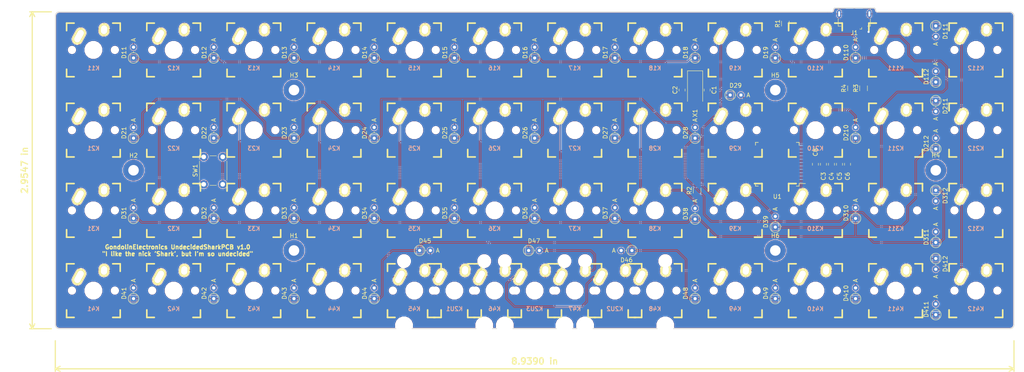
<source format=kicad_pcb>
(kicad_pcb (version 20171130) (host pcbnew 5.0.1)
  (layers (0 F.Cu signal) (31 B.Cu signal) (34 B.Paste user) (35 F.Paste user hide) (36 B.SilkS user hide) (37 F.SilkS user) (38 B.Mask user hide) (39 F.Mask user hide) (44 Edge.Cuts user))
  (net 0 "")
  (net 1 /XTAL1)
  (net 2 GND)
  (net 3 /XTAL2)
  (net 4 VCC)
  (net 5 "Net-(C8-Pad1)")
  (net 6 "Net-(D11-Pad2)")
  (net 7 /Col2)
  (net 8 "Net-(D12-Pad2)")
  (net 9 "Net-(D13-Pad2)")
  (net 10 "Net-(D14-Pad2)")
  (net 11 "Net-(D15-Pad2)")
  (net 12 "Net-(D16-Pad2)")
  (net 13 "Net-(D17-Pad2)")
  (net 14 "Net-(D18-Pad2)")
  (net 15 "Net-(D19-Pad2)")
  (net 16 "Net-(D21-Pad2)")
  (net 17 "Net-(D22-Pad2)")
  (net 18 "Net-(D23-Pad2)")
  (net 19 "Net-(D24-Pad2)")
  (net 20 "Net-(D25-Pad2)")
  (net 21 "Net-(D26-Pad2)")
  (net 22 "Net-(D27-Pad2)")
  (net 23 "Net-(D28-Pad2)")
  (net 24 "Net-(D29-Pad2)")
  (net 25 "Net-(D31-Pad2)")
  (net 26 /Row3)
  (net 27 "Net-(D32-Pad2)")
  (net 28 "Net-(D33-Pad2)")
  (net 29 "Net-(D34-Pad2)")
  (net 30 "Net-(D35-Pad2)")
  (net 31 "Net-(D36-Pad2)")
  (net 32 "Net-(D37-Pad2)")
  (net 33 "Net-(D38-Pad2)")
  (net 34 "Net-(D39-Pad2)")
  (net 35 /Row4)
  (net 36 "Net-(D41-Pad2)")
  (net 37 "Net-(D42-Pad2)")
  (net 38 "Net-(D43-Pad2)")
  (net 39 "Net-(D44-Pad2)")
  (net 40 "Net-(D45-Pad2)")
  (net 41 "Net-(D46-Pad2)")
  (net 42 "Net-(D48-Pad2)")
  (net 43 "Net-(D49-Pad2)")
  (net 44 "Net-(D110-Pad2)")
  (net 45 "Net-(D111-Pad2)")
  (net 46 "Net-(D112-Pad2)")
  (net 47 "Net-(D210-Pad2)")
  (net 48 "Net-(D211-Pad2)")
  (net 49 "Net-(D212-Pad2)")
  (net 50 "Net-(D310-Pad2)")
  (net 51 "Net-(D311-Pad2)")
  (net 52 "Net-(D312-Pad2)")
  (net 53 "Net-(D410-Pad2)")
  (net 54 "Net-(D411-Pad2)")
  (net 55 "Net-(D412-Pad2)")
  (net 56 /D-)
  (net 57 "Net-(J1-Pad4)")
  (net 58 /D+)
  (net 59 /Col1)
  (net 60 /Col3)
  (net 61 /Col4)
  (net 62 /Col5)
  (net 63 /Col6)
  (net 64 /Col7)
  (net 65 /Col8)
  (net 66 /Col9)
  (net 67 /Col10)
  (net 68 /Col11)
  (net 69 /Col12)
  (net 70 /RST)
  (net 71 "Net-(R2-Pad2)")
  (net 72 "Net-(R3-Pad1)")
  (net 73 "Net-(R4-Pad1)")
  (net 74 "Net-(U1-Pad1)")
  (net 75 "Net-(U1-Pad36)")
  (net 76 "Net-(U1-Pad37)")
  (net 77 "Net-(U1-Pad38)")
  (net 78 "Net-(U1-Pad39)")
  (net 79 "Net-(U1-Pad42)")
  (net 80 /Row1)
  (net 81 /Row2)
  (net 82 "Net-(U1-Pad18)")
  (net 83 "Net-(U1-Pad19)")
  (net 84 "Net-(U1-Pad20)")
  (net 85 "Net-(U1-Pad8)")
  (net 86 "Net-(U1-Pad9)")
  (net 87 "Net-(U1-Pad10)")
  (net 88 "Net-(U1-Pad11)")
  (net 89 "Net-(U1-Pad12)")
  (net 90 "Net-(D47-Pad2)")
  (module keebs:Mx_Alps_100 (layer F.Cu) (at 157.7 131.1)
    (fp_text reference K47 (at 0 4.318) (layer B.SilkS) (effects (font (thickness 0.2)) (justify mirror)))
    (fp_text value KEYSW hide)
    (pad HOLE np_thru_hole circle (at 0 0) (size 3.9878 3.9878) (drill 3.9878) (layers *.Cu))
    (pad HOLE np_thru_hole circle (at -5.08 0) (size 1.7018 1.7018) (drill 1.7018) (layers *.Cu))
    (pad HOLE np_thru_hole circle (at 5.08 0) (size 1.7018 1.7018) (drill 1.7018) (layers *.Cu))
    (pad 1 thru_hole oval (at -3.405 -3.27 330.95) (size 2.5 4.17) (drill oval 1.5 3.17) (layers *.Cu *.Mask F.SilkS) (net 64 /Col7))
    (pad 2 thru_hole oval (at 2.52 -4.79 356.1) (size 2.5 3.08) (drill oval 1.5 2.08) (layers *.Cu *.Mask F.SilkS) (net 90 "Net-(D47-Pad2)"))
  )
  (module keebs:Mx_Alps_100 (layer F.Cu) (at 214.7 112.1)
    (fp_text reference K310 (at 0 4.318) (layer B.SilkS) (effects (font (thickness 0.2)) (justify mirror)))
    (fp_text value KEYSW hide)
    (pad HOLE np_thru_hole circle (at 0 0) (size 3.9878 3.9878) (drill 3.9878) (layers *.Cu))
    (pad HOLE np_thru_hole circle (at -5.08 0) (size 1.7018 1.7018) (drill 1.7018) (layers *.Cu))
    (pad HOLE np_thru_hole circle (at 5.08 0) (size 1.7018 1.7018) (drill 1.7018) (layers *.Cu))
    (pad 1 thru_hole oval (at -3.405 -3.27 330.95) (size 2.5 4.17) (drill oval 1.5 3.17) (layers *.Cu *.Mask F.SilkS) (net 67 /Col10))
    (pad 2 thru_hole oval (at 2.52 -4.79 356.1) (size 2.5 3.08) (drill oval 1.5 2.08) (layers *.Cu *.Mask F.SilkS) (net 50 "Net-(D310-Pad2)"))
  )
  (module keebs:Mx_Alps_100 (layer F.Cu) (at 195.7 93.1)
    (fp_text reference K29 (at 0 4.318) (layer B.SilkS) (effects (font (thickness 0.2)) (justify mirror)))
    (fp_text value KEYSW hide)
    (pad 2 thru_hole oval (at 2.52 -4.79 356.1) (size 2.5 3.08) (drill oval 1.5 2.08) (layers *.Cu *.Mask F.SilkS) (net 24 "Net-(D29-Pad2)"))
    (pad 1 thru_hole oval (at -3.405 -3.27 330.95) (size 2.5 4.17) (drill oval 1.5 3.17) (layers *.Cu *.Mask F.SilkS) (net 66 /Col9))
    (pad HOLE np_thru_hole circle (at 5.08 0) (size 1.7018 1.7018) (drill 1.7018) (layers *.Cu))
    (pad HOLE np_thru_hole circle (at -5.08 0) (size 1.7018 1.7018) (drill 1.7018) (layers *.Cu))
    (pad HOLE np_thru_hole circle (at 0 0) (size 3.9878 3.9878) (drill 3.9878) (layers *.Cu))
  )
  (module keebs:Mx_Alps_100 (layer F.Cu) (at 214.7 93.1)
    (fp_text reference K210 (at 0 4.318) (layer B.SilkS) (effects (font (thickness 0.2)) (justify mirror)))
    (fp_text value KEYSW hide)
    (pad 2 thru_hole oval (at 2.52 -4.79 356.1) (size 2.5 3.08) (drill oval 1.5 2.08) (layers *.Cu *.Mask F.SilkS) (net 47 "Net-(D210-Pad2)"))
    (pad 1 thru_hole oval (at -3.405 -3.27 330.95) (size 2.5 4.17) (drill oval 1.5 3.17) (layers *.Cu *.Mask F.SilkS) (net 67 /Col10))
    (pad HOLE np_thru_hole circle (at 5.08 0) (size 1.7018 1.7018) (drill 1.7018) (layers *.Cu))
    (pad HOLE np_thru_hole circle (at -5.08 0) (size 1.7018 1.7018) (drill 1.7018) (layers *.Cu))
    (pad HOLE np_thru_hole circle (at 0 0) (size 3.9878 3.9878) (drill 3.9878) (layers *.Cu))
  )
  (module keebs:Mx_Alps_100 (layer F.Cu) (at 252.7 74.1)
    (fp_text reference K112 (at 0 4.318) (layer B.SilkS) (effects (font (thickness 0.2)) (justify mirror)))
    (fp_text value KEYSW hide)
    (pad 2 thru_hole oval (at 2.52 -4.79 356.1) (size 2.5 3.08) (drill oval 1.5 2.08) (layers *.Cu *.Mask F.SilkS) (net 46 "Net-(D112-Pad2)"))
    (pad 1 thru_hole oval (at -3.405 -3.27 330.95) (size 2.5 4.17) (drill oval 1.5 3.17) (layers *.Cu *.Mask F.SilkS) (net 69 /Col12))
    (pad HOLE np_thru_hole circle (at 5.08 0) (size 1.7018 1.7018) (drill 1.7018) (layers *.Cu))
    (pad HOLE np_thru_hole circle (at -5.08 0) (size 1.7018 1.7018) (drill 1.7018) (layers *.Cu))
    (pad HOLE np_thru_hole circle (at 0 0) (size 3.9878 3.9878) (drill 3.9878) (layers *.Cu))
  )
  (module Diode_THT:D_DO-34_SOD68_P2.54mm_Vertical_AnodeUp (layer F.Cu) (at 148.2 95 90)
    (fp_text reference D26 (at 1.27 -2.25566 90) (layer F.SilkS))
    (fp_text value 1N4148)
    (fp_text user A (at 4.29 0 90) (layer F.SilkS))
    (pad 1 thru_hole rect (at 0 0 90) (size 1.5 1.5) (drill 0.75) (layers *.Cu *.Mask) (net 81 /Row2))
    (pad 2 thru_hole oval (at 2.54 0 90) (size 1.5 1.5) (drill 0.75) (layers *.Cu *.Mask) (net 21 "Net-(D26-Pad2)"))
  )
  (module keebs:Mx_Alps_100 (layer F.Cu) (at 138.7 93.1)
    (fp_text reference K26 (at 0 4.318) (layer B.SilkS) (effects (font (thickness 0.2)) (justify mirror)))
    (fp_text value KEYSW hide)
    (pad HOLE np_thru_hole circle (at 0 0) (size 3.9878 3.9878) (drill 3.9878) (layers *.Cu))
    (pad HOLE np_thru_hole circle (at -5.08 0) (size 1.7018 1.7018) (drill 1.7018) (layers *.Cu))
    (pad HOLE np_thru_hole circle (at 5.08 0) (size 1.7018 1.7018) (drill 1.7018) (layers *.Cu))
    (pad 1 thru_hole oval (at -3.405 -3.27 330.95) (size 2.5 4.17) (drill oval 1.5 3.17) (layers *.Cu *.Mask F.SilkS) (net 63 /Col6))
    (pad 2 thru_hole oval (at 2.52 -4.79 356.1) (size 2.5 3.08) (drill oval 1.5 2.08) (layers *.Cu *.Mask F.SilkS) (net 21 "Net-(D26-Pad2)"))
  )
  (module keebs:Mx_Alps_100 (layer F.Cu) (at 157.7 93.1)
    (fp_text reference K27 (at 0 4.318) (layer B.SilkS) (effects (font (thickness 0.2)) (justify mirror)))
    (fp_text value KEYSW hide)
    (pad HOLE np_thru_hole circle (at 0 0) (size 3.9878 3.9878) (drill 3.9878) (layers *.Cu))
    (pad HOLE np_thru_hole circle (at -5.08 0) (size 1.7018 1.7018) (drill 1.7018) (layers *.Cu))
    (pad HOLE np_thru_hole circle (at 5.08 0) (size 1.7018 1.7018) (drill 1.7018) (layers *.Cu))
    (pad 1 thru_hole oval (at -3.405 -3.27 330.95) (size 2.5 4.17) (drill oval 1.5 3.17) (layers *.Cu *.Mask F.SilkS) (net 64 /Col7))
    (pad 2 thru_hole oval (at 2.52 -4.79 356.1) (size 2.5 3.08) (drill oval 1.5 2.08) (layers *.Cu *.Mask F.SilkS) (net 22 "Net-(D27-Pad2)"))
  )
  (module keebs:Mx_Alps_100 (layer F.Cu) (at 81.7 74.1)
    (fp_text reference K13 (at 0 4.318) (layer B.SilkS) (effects (font (thickness 0.2)) (justify mirror)))
    (fp_text value KEYSW hide)
    (pad HOLE np_thru_hole circle (at 0 0) (size 3.9878 3.9878) (drill 3.9878) (layers *.Cu))
    (pad HOLE np_thru_hole circle (at -5.08 0) (size 1.7018 1.7018) (drill 1.7018) (layers *.Cu))
    (pad HOLE np_thru_hole circle (at 5.08 0) (size 1.7018 1.7018) (drill 1.7018) (layers *.Cu))
    (pad 1 thru_hole oval (at -3.405 -3.27 330.95) (size 2.5 4.17) (drill oval 1.5 3.17) (layers *.Cu *.Mask F.SilkS) (net 60 /Col3))
    (pad 2 thru_hole oval (at 2.52 -4.79 356.1) (size 2.5 3.08) (drill oval 1.5 2.08) (layers *.Cu *.Mask F.SilkS) (net 9 "Net-(D13-Pad2)"))
  )
  (module keebs:Mx_Alps_100 (layer F.Cu) (at 195.7 112.1)
    (fp_text reference K39 (at 0 4.318) (layer B.SilkS) (effects (font (thickness 0.2)) (justify mirror)))
    (fp_text value KEYSW hide)
    (pad HOLE np_thru_hole circle (at 0 0) (size 3.9878 3.9878) (drill 3.9878) (layers *.Cu))
    (pad HOLE np_thru_hole circle (at -5.08 0) (size 1.7018 1.7018) (drill 1.7018) (layers *.Cu))
    (pad HOLE np_thru_hole circle (at 5.08 0) (size 1.7018 1.7018) (drill 1.7018) (layers *.Cu))
    (pad 1 thru_hole oval (at -3.405 -3.27 330.95) (size 2.5 4.17) (drill oval 1.5 3.17) (layers *.Cu *.Mask F.SilkS) (net 66 /Col9))
    (pad 2 thru_hole oval (at 2.52 -4.79 356.1) (size 2.5 3.08) (drill oval 1.5 2.08) (layers *.Cu *.Mask F.SilkS) (net 34 "Net-(D39-Pad2)"))
  )
  (module Package_QFP:LQFP-44_10x10mm_P0.8mm (layer F.Cu) (at 205.675 101.175 180)
    (fp_text reference U1 (at 0 -7.65 180) (layer F.SilkS))
    (fp_text value ATMEGA32U4)
    (pad 1 smd rect (at -5.85 -4 180) (size 1.6 0.56) (layers F.Cu F.Paste F.Mask) (net 74 "Net-(U1-Pad1)"))
    (pad 2 smd rect (at -5.85 -3.2 180) (size 1.6 0.56) (layers F.Cu F.Paste F.Mask) (net 4 VCC))
    (pad 3 smd rect (at -5.85 -2.4 180) (size 1.6 0.56) (layers F.Cu F.Paste F.Mask) (net 72 "Net-(R3-Pad1)"))
    (pad 4 smd rect (at -5.85 -1.6 180) (size 1.6 0.56) (layers F.Cu F.Paste F.Mask) (net 73 "Net-(R4-Pad1)"))
    (pad 5 smd rect (at -5.85 -0.8 180) (size 1.6 0.56) (layers F.Cu F.Paste F.Mask) (net 2 GND))
    (pad 6 smd rect (at -5.85 0 180) (size 1.6 0.56) (layers F.Cu F.Paste F.Mask) (net 5 "Net-(C8-Pad1)"))
    (pad 7 smd rect (at -5.85 0.8 180) (size 1.6 0.56) (layers F.Cu F.Paste F.Mask) (net 4 VCC))
    (pad 8 smd rect (at -5.85 1.6 180) (size 1.6 0.56) (layers F.Cu F.Paste F.Mask) (net 85 "Net-(U1-Pad8)"))
    (pad 9 smd rect (at -5.85 2.4 180) (size 1.6 0.56) (layers F.Cu F.Paste F.Mask) (net 86 "Net-(U1-Pad9)"))
    (pad 10 smd rect (at -5.85 3.2 180) (size 1.6 0.56) (layers F.Cu F.Paste F.Mask) (net 87 "Net-(U1-Pad10)"))
    (pad 11 smd rect (at -5.85 4 180) (size 1.6 0.56) (layers F.Cu F.Paste F.Mask) (net 88 "Net-(U1-Pad11)"))
    (pad 12 smd rect (at -4 5.85 270) (size 1.6 0.56) (layers F.Cu F.Paste F.Mask) (net 89 "Net-(U1-Pad12)"))
    (pad 13 smd rect (at -3.2 5.85 270) (size 1.6 0.56) (layers F.Cu F.Paste F.Mask) (net 70 /RST))
    (pad 14 smd rect (at -2.4 5.85 270) (size 1.6 0.56) (layers F.Cu F.Paste F.Mask) (net 4 VCC))
    (pad 15 smd rect (at -1.6 5.85 270) (size 1.6 0.56) (layers F.Cu F.Paste F.Mask) (net 2 GND))
    (pad 16 smd rect (at -0.8 5.85 270) (size 1.6 0.56) (layers F.Cu F.Paste F.Mask) (net 1 /XTAL1))
    (pad 17 smd rect (at 0 5.85 270) (size 1.6 0.56) (layers F.Cu F.Paste F.Mask) (net 3 /XTAL2))
    (pad 18 smd rect (at 0.8 5.85 270) (size 1.6 0.56) (layers F.Cu F.Paste F.Mask) (net 82 "Net-(U1-Pad18)"))
    (pad 19 smd rect (at 1.6 5.85 270) (size 1.6 0.56) (layers F.Cu F.Paste F.Mask) (net 83 "Net-(U1-Pad19)"))
    (pad 20 smd rect (at 2.4 5.85 270) (size 1.6 0.56) (layers F.Cu F.Paste F.Mask) (net 84 "Net-(U1-Pad20)"))
    (pad 21 smd rect (at 3.2 5.85 270) (size 1.6 0.56) (layers F.Cu F.Paste F.Mask) (net 81 /Row2))
    (pad 22 smd rect (at 4 5.85 270) (size 1.6 0.56) (layers F.Cu F.Paste F.Mask) (net 80 /Row1))
    (pad 23 smd rect (at 5.85 4 180) (size 1.6 0.56) (layers F.Cu F.Paste F.Mask) (net 2 GND))
    (pad 24 smd rect (at 5.85 3.2 180) (size 1.6 0.56) (layers F.Cu F.Paste F.Mask) (net 4 VCC))
    (pad 25 smd rect (at 5.85 2.4 180) (size 1.6 0.56) (layers F.Cu F.Paste F.Mask) (net 65 /Col8))
    (pad 26 smd rect (at 5.85 1.6 180) (size 1.6 0.56) (layers F.Cu F.Paste F.Mask) (net 64 /Col7))
    (pad 27 smd rect (at 5.85 0.8 180) (size 1.6 0.56) (layers F.Cu F.Paste F.Mask) (net 63 /Col6))
    (pad 28 smd rect (at 5.85 0 180) (size 1.6 0.56) (layers F.Cu F.Paste F.Mask) (net 62 /Col5))
    (pad 29 smd rect (at 5.85 -0.8 180) (size 1.6 0.56) (layers F.Cu F.Paste F.Mask) (net 61 /Col4))
    (pad 30 smd rect (at 5.85 -1.6 180) (size 1.6 0.56) (layers F.Cu F.Paste F.Mask) (net 60 /Col3))
    (pad 31 smd rect (at 5.85 -2.4 180) (size 1.6 0.56) (layers F.Cu F.Paste F.Mask) (net 7 /Col2))
    (pad 32 smd rect (at 5.85 -3.2 180) (size 1.6 0.56) (layers F.Cu F.Paste F.Mask) (net 59 /Col1))
    (pad 33 smd rect (at 5.85 -4 180) (size 1.6 0.56) (layers F.Cu F.Paste F.Mask) (net 71 "Net-(R2-Pad2)"))
    (pad 34 smd rect (at 4 -5.85 270) (size 1.6 0.56) (layers F.Cu F.Paste F.Mask) (net 4 VCC))
    (pad 35 smd rect (at 3.2 -5.85 270) (size 1.6 0.56) (layers F.Cu F.Paste F.Mask) (net 2 GND))
    (pad 36 smd rect (at 2.4 -5.85 270) (size 1.6 0.56) (layers F.Cu F.Paste F.Mask) (net 75 "Net-(U1-Pad36)"))
    (pad 37 smd rect (at 1.6 -5.85 270) (size 1.6 0.56) (layers F.Cu F.Paste F.Mask) (net 76 "Net-(U1-Pad37)"))
    (pad 38 smd rect (at 0.8 -5.85 270) (size 1.6 0.56) (layers F.Cu F.Paste F.Mask) (net 77 "Net-(U1-Pad38)"))
    (pad 39 smd rect (at 0 -5.85 270) (size 1.6 0.56) (layers F.Cu F.Paste F.Mask) (net 78 "Net-(U1-Pad39)"))
    (pad 40 smd rect (at -0.8 -5.85 270) (size 1.6 0.56) (layers F.Cu F.Paste F.Mask) (net 35 /Row4))
    (pad 41 smd rect (at -1.6 -5.85 270) (size 1.6 0.56) (layers F.Cu F.Paste F.Mask) (net 26 /Row3))
    (pad 42 smd rect (at -2.4 -5.85 270) (size 1.6 0.56) (layers F.Cu F.Paste F.Mask) (net 79 "Net-(U1-Pad42)"))
    (pad 43 smd rect (at -3.2 -5.85 270) (size 1.6 0.56) (layers F.Cu F.Paste F.Mask) (net 2 GND))
    (pad 44 smd rect (at -4 -5.85 270) (size 1.6 0.56) (layers F.Cu F.Paste F.Mask) (net 4 VCC))
  )
  (module keebs:Mx_Alps_100 (layer F.Cu) (at 62.7 93.1)
    (fp_text reference K22 (at 0 4.318) (layer B.SilkS) (effects (font (thickness 0.2)) (justify mirror)))
    (fp_text value KEYSW hide)
    (pad HOLE np_thru_hole circle (at 0 0) (size 3.9878 3.9878) (drill 3.9878) (layers *.Cu))
    (pad HOLE np_thru_hole circle (at -5.08 0) (size 1.7018 1.7018) (drill 1.7018) (layers *.Cu))
    (pad HOLE np_thru_hole circle (at 5.08 0) (size 1.7018 1.7018) (drill 1.7018) (layers *.Cu))
    (pad 1 thru_hole oval (at -3.405 -3.27 330.95) (size 2.5 4.17) (drill oval 1.5 3.17) (layers *.Cu *.Mask F.SilkS) (net 7 /Col2))
    (pad 2 thru_hole oval (at 2.52 -4.79 356.1) (size 2.5 3.08) (drill oval 1.5 2.08) (layers *.Cu *.Mask F.SilkS) (net 17 "Net-(D22-Pad2)"))
  )
  (module Capacitor_SMD:C_0805_2012Metric_Pad1.15x1.40mm_HandSolder (layer F.Cu) (at 189.05 83.6 270)
    (fp_text reference C1 (at 0 -1.65 270) (layer F.SilkS))
    (fp_text value 22p)
    (pad 1 smd roundrect (at -1.024999 0 270) (size 1.15 1.4) (layers F.Cu F.Paste F.Mask) (roundrect_rratio 0.217391) (net 1 /XTAL1))
    (pad 2 smd roundrect (at 1.024999 0 270) (size 1.15 1.4) (layers F.Cu F.Paste F.Mask) (roundrect_rratio 0.217391) (net 2 GND))
  )
  (module Capacitor_SMD:C_0805_2012Metric_Pad1.15x1.40mm_HandSolder (layer F.Cu) (at 183.1125 83.6 90)
    (fp_text reference C2 (at 0 -1.65 90) (layer F.SilkS))
    (fp_text value 22p)
    (pad 2 smd roundrect (at 1.024999 0 90) (size 1.15 1.4) (layers F.Cu F.Paste F.Mask) (roundrect_rratio 0.217391) (net 2 GND))
    (pad 1 smd roundrect (at -1.024999 0 90) (size 1.15 1.4) (layers F.Cu F.Paste F.Mask) (roundrect_rratio 0.217391) (net 3 /XTAL2))
  )
  (module Capacitor_SMD:C_0805_2012Metric_Pad1.15x1.40mm_HandSolder (layer F.Cu) (at 216.6 101.175 90)
    (fp_text reference C3 (at -2.85 0 90) (layer F.SilkS))
    (fp_text value 0.1u)
    (pad 1 smd roundrect (at -1.025 0 90) (size 1.15 1.4) (layers F.Cu F.Paste F.Mask) (roundrect_rratio 0.217391) (net 2 GND))
    (pad 2 smd roundrect (at 1.025 0 90) (size 1.15 1.4) (layers F.Cu F.Paste F.Mask) (roundrect_rratio 0.217391) (net 4 VCC))
  )
  (module Capacitor_SMD:C_0805_2012Metric_Pad1.15x1.40mm_HandSolder (layer F.Cu) (at 218.5 101.175 90)
    (fp_text reference C4 (at -2.85 0 90) (layer F.SilkS))
    (fp_text value 0.1u)
    (pad 2 smd roundrect (at 1.025 0 90) (size 1.15 1.4) (layers F.Cu F.Paste F.Mask) (roundrect_rratio 0.217391) (net 4 VCC))
    (pad 1 smd roundrect (at -1.025 0 90) (size 1.15 1.4) (layers F.Cu F.Paste F.Mask) (roundrect_rratio 0.217391) (net 2 GND))
  )
  (module Capacitor_SMD:C_0805_2012Metric_Pad1.15x1.40mm_HandSolder (layer F.Cu) (at 222.3 101.175 90)
    (fp_text reference C5 (at -2.85 -1.9 90) (layer F.SilkS))
    (fp_text value 0.1u)
    (pad 1 smd roundrect (at -1.025 0 90) (size 1.15 1.4) (layers F.Cu F.Paste F.Mask) (roundrect_rratio 0.217391) (net 2 GND))
    (pad 2 smd roundrect (at 1.025 0 90) (size 1.15 1.4) (layers F.Cu F.Paste F.Mask) (roundrect_rratio 0.217391) (net 4 VCC))
  )
  (module Capacitor_SMD:C_0805_2012Metric_Pad1.15x1.40mm_HandSolder (layer F.Cu) (at 220.4 101.175 90)
    (fp_text reference C6 (at -2.85 1.9 90) (layer F.SilkS))
    (fp_text value 4.7u)
    (pad 2 smd roundrect (at 1.025 0 90) (size 1.15 1.4) (layers F.Cu F.Paste F.Mask) (roundrect_rratio 0.217391) (net 4 VCC))
    (pad 1 smd roundrect (at -1.025 0 90) (size 1.15 1.4) (layers F.Cu F.Paste F.Mask) (roundrect_rratio 0.217391) (net 2 GND))
  )
  (module Capacitor_SMD:C_0805_2012Metric_Pad1.15x1.40mm_HandSolder (layer F.Cu) (at 214.7 101.175 270)
    (fp_text reference C8 (at -2.85 0 270) (layer F.SilkS))
    (fp_text value 1u)
    (pad 1 smd roundrect (at -1.025 0 270) (size 1.15 1.4) (layers F.Cu F.Paste F.Mask) (roundrect_rratio 0.217391) (net 5 "Net-(C8-Pad1)"))
    (pad 2 smd roundrect (at 1.025 0 270) (size 1.15 1.4) (layers F.Cu F.Paste F.Mask) (roundrect_rratio 0.217391) (net 2 GND))
  )
  (module Connector_USB:USB_Micro-B_GCT_USB3076-30-A (layer F.Cu) (at 223.9 66.75 180)
    (fp_text reference J1 (at 0 -3.3 180) (layer F.SilkS))
    (fp_text value USB_mini_micro_B)
    (pad 6 smd rect (at 1.125 1.2 180) (size 1.75 1.9) (layers F.Cu F.Paste F.Mask) (net 2 GND))
    (pad 2 smd rect (at -0.65 -1.45 180) (size 0.4 1.4) (layers F.Cu F.Paste F.Mask) (net 56 /D-))
    (pad 1 smd rect (at -1.3 -1.45 180) (size 0.4 1.4) (layers F.Cu F.Paste F.Mask) (net 4 VCC))
    (pad 5 smd rect (at 1.3 -1.45 180) (size 0.4 1.4) (layers F.Cu F.Paste F.Mask) (net 2 GND))
    (pad 4 smd rect (at 0.65 -1.45 180) (size 0.4 1.4) (layers F.Cu F.Paste F.Mask) (net 57 "Net-(J1-Pad4)"))
    (pad 3 smd rect (at 0 -1.45 180) (size 0.4 1.4) (layers F.Cu F.Paste F.Mask) (net 58 /D+))
    (pad 6 smd rect (at -1.125 1.2 180) (size 1.75 1.9) (layers F.Cu F.Paste F.Mask) (net 2 GND))
    (pad 6 thru_hole oval (at -3.575 1.2) (size 1.05 1.9) (drill oval 0.45 1.25) (layers *.Cu *.Mask) (net 2 GND))
    (pad 6 thru_hole oval (at 3.575 1.2 180) (size 1.05 1.9) (drill oval 0.45 1.25) (layers *.Cu *.Mask) (net 2 GND))
    (pad 6 smd rect (at 2.32 -1.03 180) (size 1.15 1.45) (layers F.Cu F.Paste F.Mask) (net 2 GND))
    (pad 6 smd rect (at -2.32 -1.03 180) (size 1.15 1.45) (layers F.Cu F.Paste F.Mask) (net 2 GND))
  )
  (module keebs:Mx_Alps_100 (layer F.Cu) (at 43.7 74.1)
    (fp_text reference K11 (at 0 4.318) (layer B.SilkS) (effects (font (thickness 0.2)) (justify mirror)))
    (fp_text value KEYSW hide)
    (pad HOLE np_thru_hole circle (at 0 0) (size 3.9878 3.9878) (drill 3.9878) (layers *.Cu))
    (pad HOLE np_thru_hole circle (at -5.08 0) (size 1.7018 1.7018) (drill 1.7018) (layers *.Cu))
    (pad HOLE np_thru_hole circle (at 5.08 0) (size 1.7018 1.7018) (drill 1.7018) (layers *.Cu))
    (pad 1 thru_hole oval (at -3.405 -3.27 330.95) (size 2.5 4.17) (drill oval 1.5 3.17) (layers *.Cu *.Mask F.SilkS) (net 59 /Col1))
    (pad 2 thru_hole oval (at 2.52 -4.79 356.1) (size 2.5 3.08) (drill oval 1.5 2.08) (layers *.Cu *.Mask F.SilkS) (net 6 "Net-(D11-Pad2)"))
  )
  (module keebs:Mx_Alps_100 (layer F.Cu) (at 62.7 74.1)
    (fp_text reference K12 (at 0 4.318) (layer B.SilkS) (effects (font (thickness 0.2)) (justify mirror)))
    (fp_text value KEYSW hide)
    (pad HOLE np_thru_hole circle (at 0 0) (size 3.9878 3.9878) (drill 3.9878) (layers *.Cu))
    (pad HOLE np_thru_hole circle (at -5.08 0) (size 1.7018 1.7018) (drill 1.7018) (layers *.Cu))
    (pad HOLE np_thru_hole circle (at 5.08 0) (size 1.7018 1.7018) (drill 1.7018) (layers *.Cu))
    (pad 1 thru_hole oval (at -3.405 -3.27 330.95) (size 2.5 4.17) (drill oval 1.5 3.17) (layers *.Cu *.Mask F.SilkS) (net 7 /Col2))
    (pad 2 thru_hole oval (at 2.52 -4.79 356.1) (size 2.5 3.08) (drill oval 1.5 2.08) (layers *.Cu *.Mask F.SilkS) (net 8 "Net-(D12-Pad2)"))
  )
  (module keebs:Mx_Alps_100 (layer F.Cu) (at 100.7 74.1)
    (fp_text reference K14 (at 0 4.318) (layer B.SilkS) (effects (font (thickness 0.2)) (justify mirror)))
    (fp_text value KEYSW hide)
    (pad HOLE np_thru_hole circle (at 0 0) (size 3.9878 3.9878) (drill 3.9878) (layers *.Cu))
    (pad HOLE np_thru_hole circle (at -5.08 0) (size 1.7018 1.7018) (drill 1.7018) (layers *.Cu))
    (pad HOLE np_thru_hole circle (at 5.08 0) (size 1.7018 1.7018) (drill 1.7018) (layers *.Cu))
    (pad 1 thru_hole oval (at -3.405 -3.27 330.95) (size 2.5 4.17) (drill oval 1.5 3.17) (layers *.Cu *.Mask F.SilkS) (net 61 /Col4))
    (pad 2 thru_hole oval (at 2.52 -4.79 356.1) (size 2.5 3.08) (drill oval 1.5 2.08) (layers *.Cu *.Mask F.SilkS) (net 10 "Net-(D14-Pad2)"))
  )
  (module keebs:Mx_Alps_100 (layer F.Cu) (at 119.7 74.1)
    (fp_text reference K15 (at 0 4.318) (layer B.SilkS) (effects (font (thickness 0.2)) (justify mirror)))
    (fp_text value KEYSW hide)
    (pad HOLE np_thru_hole circle (at 0 0) (size 3.9878 3.9878) (drill 3.9878) (layers *.Cu))
    (pad HOLE np_thru_hole circle (at -5.08 0) (size 1.7018 1.7018) (drill 1.7018) (layers *.Cu))
    (pad HOLE np_thru_hole circle (at 5.08 0) (size 1.7018 1.7018) (drill 1.7018) (layers *.Cu))
    (pad 1 thru_hole oval (at -3.405 -3.27 330.95) (size 2.5 4.17) (drill oval 1.5 3.17) (layers *.Cu *.Mask F.SilkS) (net 62 /Col5))
    (pad 2 thru_hole oval (at 2.52 -4.79 356.1) (size 2.5 3.08) (drill oval 1.5 2.08) (layers *.Cu *.Mask F.SilkS) (net 11 "Net-(D15-Pad2)"))
  )
  (module keebs:Mx_Alps_100 (layer F.Cu) (at 138.7 74.1)
    (fp_text reference K16 (at 0 4.318) (layer B.SilkS) (effects (font (thickness 0.2)) (justify mirror)))
    (fp_text value KEYSW hide)
    (pad HOLE np_thru_hole circle (at 0 0) (size 3.9878 3.9878) (drill 3.9878) (layers *.Cu))
    (pad HOLE np_thru_hole circle (at -5.08 0) (size 1.7018 1.7018) (drill 1.7018) (layers *.Cu))
    (pad HOLE np_thru_hole circle (at 5.08 0) (size 1.7018 1.7018) (drill 1.7018) (layers *.Cu))
    (pad 1 thru_hole oval (at -3.405 -3.27 330.95) (size 2.5 4.17) (drill oval 1.5 3.17) (layers *.Cu *.Mask F.SilkS) (net 63 /Col6))
    (pad 2 thru_hole oval (at 2.52 -4.79 356.1) (size 2.5 3.08) (drill oval 1.5 2.08) (layers *.Cu *.Mask F.SilkS) (net 12 "Net-(D16-Pad2)"))
  )
  (module keebs:Mx_Alps_100 (layer F.Cu) (at 157.7 74.1)
    (fp_text reference K17 (at 0 4.318) (layer B.SilkS) (effects (font (thickness 0.2)) (justify mirror)))
    (fp_text value KEYSW hide)
    (pad 2 thru_hole oval (at 2.52 -4.79 356.1) (size 2.5 3.08) (drill oval 1.5 2.08) (layers *.Cu *.Mask F.SilkS) (net 13 "Net-(D17-Pad2)"))
    (pad 1 thru_hole oval (at -3.405 -3.27 330.95) (size 2.5 4.17) (drill oval 1.5 3.17) (layers *.Cu *.Mask F.SilkS) (net 64 /Col7))
    (pad HOLE np_thru_hole circle (at 5.08 0) (size 1.7018 1.7018) (drill 1.7018) (layers *.Cu))
    (pad HOLE np_thru_hole circle (at -5.08 0) (size 1.7018 1.7018) (drill 1.7018) (layers *.Cu))
    (pad HOLE np_thru_hole circle (at 0 0) (size 3.9878 3.9878) (drill 3.9878) (layers *.Cu))
  )
  (module keebs:Mx_Alps_100 (layer F.Cu) (at 176.7 74.1)
    (fp_text reference K18 (at 0 4.318) (layer B.SilkS) (effects (font (thickness 0.2)) (justify mirror)))
    (fp_text value KEYSW hide)
    (pad 2 thru_hole oval (at 2.52 -4.79 356.1) (size 2.5 3.08) (drill oval 1.5 2.08) (layers *.Cu *.Mask F.SilkS) (net 14 "Net-(D18-Pad2)"))
    (pad 1 thru_hole oval (at -3.405 -3.27 330.95) (size 2.5 4.17) (drill oval 1.5 3.17) (layers *.Cu *.Mask F.SilkS) (net 65 /Col8))
    (pad HOLE np_thru_hole circle (at 5.08 0) (size 1.7018 1.7018) (drill 1.7018) (layers *.Cu))
    (pad HOLE np_thru_hole circle (at -5.08 0) (size 1.7018 1.7018) (drill 1.7018) (layers *.Cu))
    (pad HOLE np_thru_hole circle (at 0 0) (size 3.9878 3.9878) (drill 3.9878) (layers *.Cu))
  )
  (module keebs:Mx_Alps_100 (layer F.Cu) (at 195.7 74.1)
    (fp_text reference K19 (at 0 4.318) (layer B.SilkS) (effects (font (thickness 0.2)) (justify mirror)))
    (fp_text value KEYSW hide)
    (pad 2 thru_hole oval (at 2.52 -4.79 356.1) (size 2.5 3.08) (drill oval 1.5 2.08) (layers *.Cu *.Mask F.SilkS) (net 15 "Net-(D19-Pad2)"))
    (pad 1 thru_hole oval (at -3.405 -3.27 330.95) (size 2.5 4.17) (drill oval 1.5 3.17) (layers *.Cu *.Mask F.SilkS) (net 66 /Col9))
    (pad HOLE np_thru_hole circle (at 5.08 0) (size 1.7018 1.7018) (drill 1.7018) (layers *.Cu))
    (pad HOLE np_thru_hole circle (at -5.08 0) (size 1.7018 1.7018) (drill 1.7018) (layers *.Cu))
    (pad HOLE np_thru_hole circle (at 0 0) (size 3.9878 3.9878) (drill 3.9878) (layers *.Cu))
  )
  (module keebs:Mx_Alps_100 (layer F.Cu) (at 43.7 93.1)
    (fp_text reference K21 (at 0 4.318) (layer B.SilkS) (effects (font (thickness 0.2)) (justify mirror)))
    (fp_text value KEYSW hide)
    (pad HOLE np_thru_hole circle (at 0 0) (size 3.9878 3.9878) (drill 3.9878) (layers *.Cu))
    (pad HOLE np_thru_hole circle (at -5.08 0) (size 1.7018 1.7018) (drill 1.7018) (layers *.Cu))
    (pad HOLE np_thru_hole circle (at 5.08 0) (size 1.7018 1.7018) (drill 1.7018) (layers *.Cu))
    (pad 1 thru_hole oval (at -3.405 -3.27 330.95) (size 2.5 4.17) (drill oval 1.5 3.17) (layers *.Cu *.Mask F.SilkS) (net 59 /Col1))
    (pad 2 thru_hole oval (at 2.52 -4.79 356.1) (size 2.5 3.08) (drill oval 1.5 2.08) (layers *.Cu *.Mask F.SilkS) (net 16 "Net-(D21-Pad2)"))
  )
  (module keebs:Mx_Alps_100 (layer F.Cu) (at 81.7 93.1)
    (fp_text reference K23 (at 0 4.318) (layer B.SilkS) (effects (font (thickness 0.2)) (justify mirror)))
    (fp_text value KEYSW hide)
    (pad 2 thru_hole oval (at 2.52 -4.79 356.1) (size 2.5 3.08) (drill oval 1.5 2.08) (layers *.Cu *.Mask F.SilkS) (net 18 "Net-(D23-Pad2)"))
    (pad 1 thru_hole oval (at -3.405 -3.27 330.95) (size 2.5 4.17) (drill oval 1.5 3.17) (layers *.Cu *.Mask F.SilkS) (net 60 /Col3))
    (pad HOLE np_thru_hole circle (at 5.08 0) (size 1.7018 1.7018) (drill 1.7018) (layers *.Cu))
    (pad HOLE np_thru_hole circle (at -5.08 0) (size 1.7018 1.7018) (drill 1.7018) (layers *.Cu))
    (pad HOLE np_thru_hole circle (at 0 0) (size 3.9878 3.9878) (drill 3.9878) (layers *.Cu))
  )
  (module keebs:Mx_Alps_100 (layer F.Cu) (at 100.7 93.1)
    (fp_text reference K24 (at 0 4.318) (layer B.SilkS) (effects (font (thickness 0.2)) (justify mirror)))
    (fp_text value KEYSW hide)
    (pad HOLE np_thru_hole circle (at 0 0) (size 3.9878 3.9878) (drill 3.9878) (layers *.Cu))
    (pad HOLE np_thru_hole circle (at -5.08 0) (size 1.7018 1.7018) (drill 1.7018) (layers *.Cu))
    (pad HOLE np_thru_hole circle (at 5.08 0) (size 1.7018 1.7018) (drill 1.7018) (layers *.Cu))
    (pad 1 thru_hole oval (at -3.405 -3.27 330.95) (size 2.5 4.17) (drill oval 1.5 3.17) (layers *.Cu *.Mask F.SilkS) (net 61 /Col4))
    (pad 2 thru_hole oval (at 2.52 -4.79 356.1) (size 2.5 3.08) (drill oval 1.5 2.08) (layers *.Cu *.Mask F.SilkS) (net 19 "Net-(D24-Pad2)"))
  )
  (module keebs:Mx_Alps_100 (layer F.Cu) (at 119.7 93.1)
    (fp_text reference K25 (at 0 4.318) (layer B.SilkS) (effects (font (thickness 0.2)) (justify mirror)))
    (fp_text value KEYSW hide)
    (pad 2 thru_hole oval (at 2.52 -4.79 356.1) (size 2.5 3.08) (drill oval 1.5 2.08) (layers *.Cu *.Mask F.SilkS) (net 20 "Net-(D25-Pad2)"))
    (pad 1 thru_hole oval (at -3.405 -3.27 330.95) (size 2.5 4.17) (drill oval 1.5 3.17) (layers *.Cu *.Mask F.SilkS) (net 62 /Col5))
    (pad HOLE np_thru_hole circle (at 5.08 0) (size 1.7018 1.7018) (drill 1.7018) (layers *.Cu))
    (pad HOLE np_thru_hole circle (at -5.08 0) (size 1.7018 1.7018) (drill 1.7018) (layers *.Cu))
    (pad HOLE np_thru_hole circle (at 0 0) (size 3.9878 3.9878) (drill 3.9878) (layers *.Cu))
  )
  (module keebs:Mx_Alps_100 (layer F.Cu) (at 176.7 93.1)
    (fp_text reference K28 (at 0 4.318) (layer B.SilkS) (effects (font (thickness 0.2)) (justify mirror)))
    (fp_text value KEYSW hide)
    (pad 2 thru_hole oval (at 2.52 -4.79 356.1) (size 2.5 3.08) (drill oval 1.5 2.08) (layers *.Cu *.Mask F.SilkS) (net 23 "Net-(D28-Pad2)"))
    (pad 1 thru_hole oval (at -3.405 -3.27 330.95) (size 2.5 4.17) (drill oval 1.5 3.17) (layers *.Cu *.Mask F.SilkS) (net 65 /Col8))
    (pad HOLE np_thru_hole circle (at 5.08 0) (size 1.7018 1.7018) (drill 1.7018) (layers *.Cu))
    (pad HOLE np_thru_hole circle (at -5.08 0) (size 1.7018 1.7018) (drill 1.7018) (layers *.Cu))
    (pad HOLE np_thru_hole circle (at 0 0) (size 3.9878 3.9878) (drill 3.9878) (layers *.Cu))
  )
  (module keebs:Mx_Alps_100 (layer F.Cu) (at 43.7 112.1)
    (fp_text reference K31 (at 0 4.318) (layer B.SilkS) (effects (font (thickness 0.2)) (justify mirror)))
    (fp_text value KEYSW hide)
    (pad 2 thru_hole oval (at 2.52 -4.79 356.1) (size 2.5 3.08) (drill oval 1.5 2.08) (layers *.Cu *.Mask F.SilkS) (net 25 "Net-(D31-Pad2)"))
    (pad 1 thru_hole oval (at -3.405 -3.27 330.95) (size 2.5 4.17) (drill oval 1.5 3.17) (layers *.Cu *.Mask F.SilkS) (net 59 /Col1))
    (pad HOLE np_thru_hole circle (at 5.08 0) (size 1.7018 1.7018) (drill 1.7018) (layers *.Cu))
    (pad HOLE np_thru_hole circle (at -5.08 0) (size 1.7018 1.7018) (drill 1.7018) (layers *.Cu))
    (pad HOLE np_thru_hole circle (at 0 0) (size 3.9878 3.9878) (drill 3.9878) (layers *.Cu))
  )
  (module keebs:Mx_Alps_100 (layer F.Cu) (at 62.7 112.1)
    (fp_text reference K32 (at 0 4.318) (layer B.SilkS) (effects (font (thickness 0.2)) (justify mirror)))
    (fp_text value KEYSW hide)
    (pad 2 thru_hole oval (at 2.52 -4.79 356.1) (size 2.5 3.08) (drill oval 1.5 2.08) (layers *.Cu *.Mask F.SilkS) (net 27 "Net-(D32-Pad2)"))
    (pad 1 thru_hole oval (at -3.405 -3.27 330.95) (size 2.5 4.17) (drill oval 1.5 3.17) (layers *.Cu *.Mask F.SilkS) (net 7 /Col2))
    (pad HOLE np_thru_hole circle (at 5.08 0) (size 1.7018 1.7018) (drill 1.7018) (layers *.Cu))
    (pad HOLE np_thru_hole circle (at -5.08 0) (size 1.7018 1.7018) (drill 1.7018) (layers *.Cu))
    (pad HOLE np_thru_hole circle (at 0 0) (size 3.9878 3.9878) (drill 3.9878) (layers *.Cu))
  )
  (module keebs:Mx_Alps_100 (layer F.Cu) (at 81.7 112.1)
    (fp_text reference K33 (at 0 4.318) (layer B.SilkS) (effects (font (thickness 0.2)) (justify mirror)))
    (fp_text value KEYSW hide)
    (pad 2 thru_hole oval (at 2.52 -4.79 356.1) (size 2.5 3.08) (drill oval 1.5 2.08) (layers *.Cu *.Mask F.SilkS) (net 28 "Net-(D33-Pad2)"))
    (pad 1 thru_hole oval (at -3.405 -3.27 330.95) (size 2.5 4.17) (drill oval 1.5 3.17) (layers *.Cu *.Mask F.SilkS) (net 60 /Col3))
    (pad HOLE np_thru_hole circle (at 5.08 0) (size 1.7018 1.7018) (drill 1.7018) (layers *.Cu))
    (pad HOLE np_thru_hole circle (at -5.08 0) (size 1.7018 1.7018) (drill 1.7018) (layers *.Cu))
    (pad HOLE np_thru_hole circle (at 0 0) (size 3.9878 3.9878) (drill 3.9878) (layers *.Cu))
  )
  (module keebs:Mx_Alps_100 (layer F.Cu) (at 100.7 112.1)
    (fp_text reference K34 (at 0 4.318) (layer B.SilkS) (effects (font (thickness 0.2)) (justify mirror)))
    (fp_text value KEYSW hide)
    (pad HOLE np_thru_hole circle (at 0 0) (size 3.9878 3.9878) (drill 3.9878) (layers *.Cu))
    (pad HOLE np_thru_hole circle (at -5.08 0) (size 1.7018 1.7018) (drill 1.7018) (layers *.Cu))
    (pad HOLE np_thru_hole circle (at 5.08 0) (size 1.7018 1.7018) (drill 1.7018) (layers *.Cu))
    (pad 1 thru_hole oval (at -3.405 -3.27 330.95) (size 2.5 4.17) (drill oval 1.5 3.17) (layers *.Cu *.Mask F.SilkS) (net 61 /Col4))
    (pad 2 thru_hole oval (at 2.52 -4.79 356.1) (size 2.5 3.08) (drill oval 1.5 2.08) (layers *.Cu *.Mask F.SilkS) (net 29 "Net-(D34-Pad2)"))
  )
  (module keebs:Mx_Alps_100 (layer F.Cu) (at 119.7 112.1)
    (fp_text reference K35 (at 0 4.318) (layer B.SilkS) (effects (font (thickness 0.2)) (justify mirror)))
    (fp_text value KEYSW hide)
    (pad 2 thru_hole oval (at 2.52 -4.79 356.1) (size 2.5 3.08) (drill oval 1.5 2.08) (layers *.Cu *.Mask F.SilkS) (net 30 "Net-(D35-Pad2)"))
    (pad 1 thru_hole oval (at -3.405 -3.27 330.95) (size 2.5 4.17) (drill oval 1.5 3.17) (layers *.Cu *.Mask F.SilkS) (net 62 /Col5))
    (pad HOLE np_thru_hole circle (at 5.08 0) (size 1.7018 1.7018) (drill 1.7018) (layers *.Cu))
    (pad HOLE np_thru_hole circle (at -5.08 0) (size 1.7018 1.7018) (drill 1.7018) (layers *.Cu))
    (pad HOLE np_thru_hole circle (at 0 0) (size 3.9878 3.9878) (drill 3.9878) (layers *.Cu))
  )
  (module keebs:Mx_Alps_100 (layer F.Cu) (at 138.7 112.1)
    (fp_text reference K36 (at 0 4.318) (layer B.SilkS) (effects (font (thickness 0.2)) (justify mirror)))
    (fp_text value KEYSW hide)
    (pad 2 thru_hole oval (at 2.52 -4.79 356.1) (size 2.5 3.08) (drill oval 1.5 2.08) (layers *.Cu *.Mask F.SilkS) (net 31 "Net-(D36-Pad2)"))
    (pad 1 thru_hole oval (at -3.405 -3.27 330.95) (size 2.5 4.17) (drill oval 1.5 3.17) (layers *.Cu *.Mask F.SilkS) (net 63 /Col6))
    (pad HOLE np_thru_hole circle (at 5.08 0) (size 1.7018 1.7018) (drill 1.7018) (layers *.Cu))
    (pad HOLE np_thru_hole circle (at -5.08 0) (size 1.7018 1.7018) (drill 1.7018) (layers *.Cu))
    (pad HOLE np_thru_hole circle (at 0 0) (size 3.9878 3.9878) (drill 3.9878) (layers *.Cu))
  )
  (module keebs:Mx_Alps_100 (layer F.Cu) (at 157.7 112.1)
    (fp_text reference K37 (at 0 4.318) (layer B.SilkS) (effects (font (thickness 0.2)) (justify mirror)))
    (fp_text value KEYSW hide)
    (pad HOLE np_thru_hole circle (at 0 0) (size 3.9878 3.9878) (drill 3.9878) (layers *.Cu))
    (pad HOLE np_thru_hole circle (at -5.08 0) (size 1.7018 1.7018) (drill 1.7018) (layers *.Cu))
    (pad HOLE np_thru_hole circle (at 5.08 0) (size 1.7018 1.7018) (drill 1.7018) (layers *.Cu))
    (pad 1 thru_hole oval (at -3.405 -3.27 330.95) (size 2.5 4.17) (drill oval 1.5 3.17) (layers *.Cu *.Mask F.SilkS) (net 64 /Col7))
    (pad 2 thru_hole oval (at 2.52 -4.79 356.1) (size 2.5 3.08) (drill oval 1.5 2.08) (layers *.Cu *.Mask F.SilkS) (net 32 "Net-(D37-Pad2)"))
  )
  (module keebs:Mx_Alps_100 (layer F.Cu) (at 176.7 112.1)
    (fp_text reference K38 (at 0 4.318) (layer B.SilkS) (effects (font (thickness 0.2)) (justify mirror)))
    (fp_text value KEYSW hide)
    (pad HOLE np_thru_hole circle (at 0 0) (size 3.9878 3.9878) (drill 3.9878) (layers *.Cu))
    (pad HOLE np_thru_hole circle (at -5.08 0) (size 1.7018 1.7018) (drill 1.7018) (layers *.Cu))
    (pad HOLE np_thru_hole circle (at 5.08 0) (size 1.7018 1.7018) (drill 1.7018) (layers *.Cu))
    (pad 1 thru_hole oval (at -3.405 -3.27 330.95) (size 2.5 4.17) (drill oval 1.5 3.17) (layers *.Cu *.Mask F.SilkS) (net 65 /Col8))
    (pad 2 thru_hole oval (at 2.52 -4.79 356.1) (size 2.5 3.08) (drill oval 1.5 2.08) (layers *.Cu *.Mask F.SilkS) (net 33 "Net-(D38-Pad2)"))
  )
  (module keebs:Mx_Alps_100 (layer F.Cu) (at 43.7 131.1)
    (fp_text reference K41 (at 0 4.318) (layer B.SilkS) (effects (font (thickness 0.2)) (justify mirror)))
    (fp_text value KEYSW hide)
    (pad 2 thru_hole oval (at 2.52 -4.79 356.1) (size 2.5 3.08) (drill oval 1.5 2.08) (layers *.Cu *.Mask F.SilkS) (net 36 "Net-(D41-Pad2)"))
    (pad 1 thru_hole oval (at -3.405 -3.27 330.95) (size 2.5 4.17) (drill oval 1.5 3.17) (layers *.Cu *.Mask F.SilkS) (net 59 /Col1))
    (pad HOLE np_thru_hole circle (at 5.08 0) (size 1.7018 1.7018) (drill 1.7018) (layers *.Cu))
    (pad HOLE np_thru_hole circle (at -5.08 0) (size 1.7018 1.7018) (drill 1.7018) (layers *.Cu))
    (pad HOLE np_thru_hole circle (at 0 0) (size 3.9878 3.9878) (drill 3.9878) (layers *.Cu))
  )
  (module keebs:Mx_Alps_100 (layer F.Cu) (at 62.7 131.1)
    (fp_text reference K42 (at 0 4.318) (layer B.SilkS) (effects (font (thickness 0.2)) (justify mirror)))
    (fp_text value KEYSW hide)
    (pad HOLE np_thru_hole circle (at 0 0) (size 3.9878 3.9878) (drill 3.9878) (layers *.Cu))
    (pad HOLE np_thru_hole circle (at -5.08 0) (size 1.7018 1.7018) (drill 1.7018) (layers *.Cu))
    (pad HOLE np_thru_hole circle (at 5.08 0) (size 1.7018 1.7018) (drill 1.7018) (layers *.Cu))
    (pad 1 thru_hole oval (at -3.405 -3.27 330.95) (size 2.5 4.17) (drill oval 1.5 3.17) (layers *.Cu *.Mask F.SilkS) (net 7 /Col2))
    (pad 2 thru_hole oval (at 2.52 -4.79 356.1) (size 2.5 3.08) (drill oval 1.5 2.08) (layers *.Cu *.Mask F.SilkS) (net 37 "Net-(D42-Pad2)"))
  )
  (module keebs:Mx_Alps_100 (layer F.Cu) (at 81.7 131.1)
    (fp_text reference K43 (at 0 4.318) (layer B.SilkS) (effects (font (thickness 0.2)) (justify mirror)))
    (fp_text value KEYSW hide)
    (pad HOLE np_thru_hole circle (at 0 0) (size 3.9878 3.9878) (drill 3.9878) (layers *.Cu))
    (pad HOLE np_thru_hole circle (at -5.08 0) (size 1.7018 1.7018) (drill 1.7018) (layers *.Cu))
    (pad HOLE np_thru_hole circle (at 5.08 0) (size 1.7018 1.7018) (drill 1.7018) (layers *.Cu))
    (pad 1 thru_hole oval (at -3.405 -3.27 330.95) (size 2.5 4.17) (drill oval 1.5 3.17) (layers *.Cu *.Mask F.SilkS) (net 60 /Col3))
    (pad 2 thru_hole oval (at 2.52 -4.79 356.1) (size 2.5 3.08) (drill oval 1.5 2.08) (layers *.Cu *.Mask F.SilkS) (net 38 "Net-(D43-Pad2)"))
  )
  (module keebs:Mx_Alps_100 (layer F.Cu) (at 100.7 131.1)
    (fp_text reference K44 (at 0 4.318) (layer B.SilkS) (effects (font (thickness 0.2)) (justify mirror)))
    (fp_text value KEYSW hide)
    (pad HOLE np_thru_hole circle (at 0 0) (size 3.9878 3.9878) (drill 3.9878) (layers *.Cu))
    (pad HOLE np_thru_hole circle (at -5.08 0) (size 1.7018 1.7018) (drill 1.7018) (layers *.Cu))
    (pad HOLE np_thru_hole circle (at 5.08 0) (size 1.7018 1.7018) (drill 1.7018) (layers *.Cu))
    (pad 1 thru_hole oval (at -3.405 -3.27 330.95) (size 2.5 4.17) (drill oval 1.5 3.17) (layers *.Cu *.Mask F.SilkS) (net 61 /Col4))
    (pad 2 thru_hole oval (at 2.52 -4.79 356.1) (size 2.5 3.08) (drill oval 1.5 2.08) (layers *.Cu *.Mask F.SilkS) (net 39 "Net-(D44-Pad2)"))
  )
  (module keebs:Mx_Alps_100 (layer F.Cu) (at 119.7 131.1)
    (fp_text reference K45 (at 0 4.318) (layer B.SilkS) (effects (font (thickness 0.2)) (justify mirror)))
    (fp_text value KEYSW hide)
    (pad 2 thru_hole oval (at 2.52 -4.79 356.1) (size 2.5 3.08) (drill oval 1.5 2.08) (layers *.Cu *.Mask F.SilkS) (net 40 "Net-(D45-Pad2)"))
    (pad 1 thru_hole oval (at -3.405 -3.27 330.95) (size 2.5 4.17) (drill oval 1.5 3.17) (layers *.Cu *.Mask F.SilkS) (net 62 /Col5))
    (pad HOLE np_thru_hole circle (at 5.08 0) (size 1.7018 1.7018) (drill 1.7018) (layers *.Cu))
    (pad HOLE np_thru_hole circle (at -5.08 0) (size 1.7018 1.7018) (drill 1.7018) (layers *.Cu))
    (pad HOLE np_thru_hole circle (at 0 0) (size 3.9878 3.9878) (drill 3.9878) (layers *.Cu))
  )
  (module keebs:Mx_Alps_100 (layer F.Cu) (at 176.7 131.1)
    (fp_text reference K48 (at 0 4.318) (layer B.SilkS) (effects (font (thickness 0.2)) (justify mirror)))
    (fp_text value KEYSW hide)
    (pad 2 thru_hole oval (at 2.52 -4.79 356.1) (size 2.5 3.08) (drill oval 1.5 2.08) (layers *.Cu *.Mask F.SilkS) (net 42 "Net-(D48-Pad2)"))
    (pad 1 thru_hole oval (at -3.405 -3.27 330.95) (size 2.5 4.17) (drill oval 1.5 3.17) (layers *.Cu *.Mask F.SilkS) (net 65 /Col8))
    (pad HOLE np_thru_hole circle (at 5.08 0) (size 1.7018 1.7018) (drill 1.7018) (layers *.Cu))
    (pad HOLE np_thru_hole circle (at -5.08 0) (size 1.7018 1.7018) (drill 1.7018) (layers *.Cu))
    (pad HOLE np_thru_hole circle (at 0 0) (size 3.9878 3.9878) (drill 3.9878) (layers *.Cu))
  )
  (module keebs:Mx_Alps_100 (layer F.Cu) (at 195.7 131.1)
    (fp_text reference K49 (at 0 4.318) (layer B.SilkS) (effects (font (thickness 0.2)) (justify mirror)))
    (fp_text value KEYSW hide)
    (pad 2 thru_hole oval (at 2.52 -4.79 356.1) (size 2.5 3.08) (drill oval 1.5 2.08) (layers *.Cu *.Mask F.SilkS) (net 43 "Net-(D49-Pad2)"))
    (pad 1 thru_hole oval (at -3.405 -3.27 330.95) (size 2.5 4.17) (drill oval 1.5 3.17) (layers *.Cu *.Mask F.SilkS) (net 66 /Col9))
    (pad HOLE np_thru_hole circle (at 5.08 0) (size 1.7018 1.7018) (drill 1.7018) (layers *.Cu))
    (pad HOLE np_thru_hole circle (at -5.08 0) (size 1.7018 1.7018) (drill 1.7018) (layers *.Cu))
    (pad HOLE np_thru_hole circle (at 0 0) (size 3.9878 3.9878) (drill 3.9878) (layers *.Cu))
  )
  (module keebs:Mx_Alps_100 (layer F.Cu) (at 214.7 74.1)
    (fp_text reference K110 (at 0 4.318) (layer B.SilkS) (effects (font (thickness 0.2)) (justify mirror)))
    (fp_text value KEYSW hide)
    (pad HOLE np_thru_hole circle (at 0 0) (size 3.9878 3.9878) (drill 3.9878) (layers *.Cu))
    (pad HOLE np_thru_hole circle (at -5.08 0) (size 1.7018 1.7018) (drill 1.7018) (layers *.Cu))
    (pad HOLE np_thru_hole circle (at 5.08 0) (size 1.7018 1.7018) (drill 1.7018) (layers *.Cu))
    (pad 1 thru_hole oval (at -3.405 -3.27 330.95) (size 2.5 4.17) (drill oval 1.5 3.17) (layers *.Cu *.Mask F.SilkS) (net 67 /Col10))
    (pad 2 thru_hole oval (at 2.52 -4.79 356.1) (size 2.5 3.08) (drill oval 1.5 2.08) (layers *.Cu *.Mask F.SilkS) (net 44 "Net-(D110-Pad2)"))
  )
  (module keebs:Mx_Alps_100 (layer F.Cu) (at 233.7 74.1)
    (fp_text reference K111 (at 0 4.318) (layer B.SilkS) (effects (font (thickness 0.2)) (justify mirror)))
    (fp_text value KEYSW hide)
    (pad HOLE np_thru_hole circle (at 0 0) (size 3.9878 3.9878) (drill 3.9878) (layers *.Cu))
    (pad HOLE np_thru_hole circle (at -5.08 0) (size 1.7018 1.7018) (drill 1.7018) (layers *.Cu))
    (pad HOLE np_thru_hole circle (at 5.08 0) (size 1.7018 1.7018) (drill 1.7018) (layers *.Cu))
    (pad 1 thru_hole oval (at -3.405 -3.27 330.95) (size 2.5 4.17) (drill oval 1.5 3.17) (layers *.Cu *.Mask F.SilkS) (net 68 /Col11))
    (pad 2 thru_hole oval (at 2.52 -4.79 356.1) (size 2.5 3.08) (drill oval 1.5 2.08) (layers *.Cu *.Mask F.SilkS) (net 45 "Net-(D111-Pad2)"))
  )
  (module keebs:Mx_Alps_100 (layer F.Cu) (at 233.7 93.1)
    (fp_text reference K211 (at 0 4.318) (layer B.SilkS) (effects (font (thickness 0.2)) (justify mirror)))
    (fp_text value KEYSW hide)
    (pad HOLE np_thru_hole circle (at 0 0) (size 3.9878 3.9878) (drill 3.9878) (layers *.Cu))
    (pad HOLE np_thru_hole circle (at -5.08 0) (size 1.7018 1.7018) (drill 1.7018) (layers *.Cu))
    (pad HOLE np_thru_hole circle (at 5.08 0) (size 1.7018 1.7018) (drill 1.7018) (layers *.Cu))
    (pad 1 thru_hole oval (at -3.405 -3.27 330.95) (size 2.5 4.17) (drill oval 1.5 3.17) (layers *.Cu *.Mask F.SilkS) (net 68 /Col11))
    (pad 2 thru_hole oval (at 2.52 -4.79 356.1) (size 2.5 3.08) (drill oval 1.5 2.08) (layers *.Cu *.Mask F.SilkS) (net 48 "Net-(D211-Pad2)"))
  )
  (module keebs:Mx_Alps_100 (layer F.Cu) (at 252.7 93.1)
    (fp_text reference K212 (at 0 4.318) (layer B.SilkS) (effects (font (thickness 0.2)) (justify mirror)))
    (fp_text value KEYSW hide)
    (pad 2 thru_hole oval (at 2.52 -4.79 356.1) (size 2.5 3.08) (drill oval 1.5 2.08) (layers *.Cu *.Mask F.SilkS) (net 49 "Net-(D212-Pad2)"))
    (pad 1 thru_hole oval (at -3.405 -3.27 330.95) (size 2.5 4.17) (drill oval 1.5 3.17) (layers *.Cu *.Mask F.SilkS) (net 69 /Col12))
    (pad HOLE np_thru_hole circle (at 5.08 0) (size 1.7018 1.7018) (drill 1.7018) (layers *.Cu))
    (pad HOLE np_thru_hole circle (at -5.08 0) (size 1.7018 1.7018) (drill 1.7018) (layers *.Cu))
    (pad HOLE np_thru_hole circle (at 0 0) (size 3.9878 3.9878) (drill 3.9878) (layers *.Cu))
  )
  (module keebs:Mx_Alps_100 (layer F.Cu) (at 233.7 112.1)
    (fp_text reference K311 (at 0 4.318) (layer B.SilkS) (effects (font (thickness 0.2)) (justify mirror)))
    (fp_text value KEYSW hide)
    (pad HOLE np_thru_hole circle (at 0 0) (size 3.9878 3.9878) (drill 3.9878) (layers *.Cu))
    (pad HOLE np_thru_hole circle (at -5.08 0) (size 1.7018 1.7018) (drill 1.7018) (layers *.Cu))
    (pad HOLE np_thru_hole circle (at 5.08 0) (size 1.7018 1.7018) (drill 1.7018) (layers *.Cu))
    (pad 1 thru_hole oval (at -3.405 -3.27 330.95) (size 2.5 4.17) (drill oval 1.5 3.17) (layers *.Cu *.Mask F.SilkS) (net 68 /Col11))
    (pad 2 thru_hole oval (at 2.52 -4.79 356.1) (size 2.5 3.08) (drill oval 1.5 2.08) (layers *.Cu *.Mask F.SilkS) (net 51 "Net-(D311-Pad2)"))
  )
  (module keebs:Mx_Alps_100 (layer F.Cu) (at 252.7 112.1)
    (fp_text reference K312 (at 0 4.318) (layer B.SilkS) (effects (font (thickness 0.2)) (justify mirror)))
    (fp_text value KEYSW hide)
    (pad 2 thru_hole oval (at 2.52 -4.79 356.1) (size 2.5 3.08) (drill oval 1.5 2.08) (layers *.Cu *.Mask F.SilkS) (net 52 "Net-(D312-Pad2)"))
    (pad 1 thru_hole oval (at -3.405 -3.27 330.95) (size 2.5 4.17) (drill oval 1.5 3.17) (layers *.Cu *.Mask F.SilkS) (net 69 /Col12))
    (pad HOLE np_thru_hole circle (at 5.08 0) (size 1.7018 1.7018) (drill 1.7018) (layers *.Cu))
    (pad HOLE np_thru_hole circle (at -5.08 0) (size 1.7018 1.7018) (drill 1.7018) (layers *.Cu))
    (pad HOLE np_thru_hole circle (at 0 0) (size 3.9878 3.9878) (drill 3.9878) (layers *.Cu))
  )
  (module keebs:Mx_Alps_100 (layer F.Cu) (at 214.7 131.1)
    (fp_text reference K410 (at 0 4.318) (layer B.SilkS) (effects (font (thickness 0.2)) (justify mirror)))
    (fp_text value KEYSW hide)
    (pad 2 thru_hole oval (at 2.52 -4.79 356.1) (size 2.5 3.08) (drill oval 1.5 2.08) (layers *.Cu *.Mask F.SilkS) (net 53 "Net-(D410-Pad2)"))
    (pad 1 thru_hole oval (at -3.405 -3.27 330.95) (size 2.5 4.17) (drill oval 1.5 3.17) (layers *.Cu *.Mask F.SilkS) (net 67 /Col10))
    (pad HOLE np_thru_hole circle (at 5.08 0) (size 1.7018 1.7018) (drill 1.7018) (layers *.Cu))
    (pad HOLE np_thru_hole circle (at -5.08 0) (size 1.7018 1.7018) (drill 1.7018) (layers *.Cu))
    (pad HOLE np_thru_hole circle (at 0 0) (size 3.9878 3.9878) (drill 3.9878) (layers *.Cu))
  )
  (module keebs:Mx_Alps_100 (layer F.Cu) (at 233.7 131.1)
    (fp_text reference K411 (at 0 4.318) (layer B.SilkS) (effects (font (thickness 0.2)) (justify mirror)))
    (fp_text value KEYSW hide)
    (pad 2 thru_hole oval (at 2.52 -4.79 356.1) (size 2.5 3.08) (drill oval 1.5 2.08) (layers *.Cu *.Mask F.SilkS) (net 54 "Net-(D411-Pad2)"))
    (pad 1 thru_hole oval (at -3.405 -3.27 330.95) (size 2.5 4.17) (drill oval 1.5 3.17) (layers *.Cu *.Mask F.SilkS) (net 68 /Col11))
    (pad HOLE np_thru_hole circle (at 5.08 0) (size 1.7018 1.7018) (drill 1.7018) (layers *.Cu))
    (pad HOLE np_thru_hole circle (at -5.08 0) (size 1.7018 1.7018) (drill 1.7018) (layers *.Cu))
    (pad HOLE np_thru_hole circle (at 0 0) (size 3.9878 3.9878) (drill 3.9878) (layers *.Cu))
  )
  (module keebs:Mx_Alps_100 (layer F.Cu) (at 252.7 131.1)
    (fp_text reference K412 (at 0 4.318) (layer B.SilkS) (effects (font (thickness 0.2)) (justify mirror)))
    (fp_text value KEYSW hide)
    (pad 2 thru_hole oval (at 2.52 -4.79 356.1) (size 2.5 3.08) (drill oval 1.5 2.08) (layers *.Cu *.Mask F.SilkS) (net 55 "Net-(D412-Pad2)"))
    (pad 1 thru_hole oval (at -3.405 -3.27 330.95) (size 2.5 4.17) (drill oval 1.5 3.17) (layers *.Cu *.Mask F.SilkS) (net 69 /Col12))
    (pad HOLE np_thru_hole circle (at 5.08 0) (size 1.7018 1.7018) (drill 1.7018) (layers *.Cu))
    (pad HOLE np_thru_hole circle (at -5.08 0) (size 1.7018 1.7018) (drill 1.7018) (layers *.Cu))
    (pad HOLE np_thru_hole circle (at 0 0) (size 3.9878 3.9878) (drill 3.9878) (layers *.Cu))
  )
  (module Button_Switch_THT:SW_PUSH_6mm_H5mm (layer F.Cu) (at 69.825 105.925 90)
    (fp_text reference SW1 (at 3.25 -2 90) (layer F.SilkS))
    (fp_text value SW_PUSH)
    (pad 2 thru_hole circle (at 0 4.5 180) (size 2 2) (drill 1.1) (layers *.Cu *.Mask) (net 70 /RST))
    (pad 1 thru_hole circle (at 0 0 180) (size 2 2) (drill 1.1) (layers *.Cu *.Mask) (net 2 GND))
    (pad 2 thru_hole circle (at 6.5 4.5 180) (size 2 2) (drill 1.1) (layers *.Cu *.Mask) (net 70 /RST))
    (pad 1 thru_hole circle (at 6.5 0 180) (size 2 2) (drill 1.1) (layers *.Cu *.Mask) (net 2 GND))
  )
  (module Crystal:Crystal_SMD_5032-2Pin_5.0x3.2mm_HandSoldering (layer F.Cu) (at 186.2 83.6 270)
    (fp_text reference X1 (at 5.4625 0 270) (layer F.SilkS))
    (fp_text value XTAL)
    (pad 1 smd rect (at -2.600001 0 270) (size 3.5 2.4) (layers F.Cu F.Paste F.Mask) (net 1 /XTAL1))
    (pad 2 smd rect (at 2.600001 0 270) (size 3.5 2.4) (layers F.Cu F.Paste F.Mask) (net 3 /XTAL2))
  )
  (module Diode_THT:D_DO-34_SOD68_P2.54mm_Vertical_AnodeUp (layer F.Cu) (at 53.2 76 90)
    (fp_text reference D11 (at 1.27 -2.25566 90) (layer F.SilkS))
    (fp_text value 1N4148)
    (fp_text user A (at 4.29 0 90) (layer F.SilkS))
    (pad 2 thru_hole oval (at 2.54 0 90) (size 1.5 1.5) (drill 0.75) (layers *.Cu *.Mask) (net 6 "Net-(D11-Pad2)"))
    (pad 1 thru_hole rect (at 0 0 90) (size 1.5 1.5) (drill 0.75) (layers *.Cu *.Mask) (net 80 /Row1))
  )
  (module Diode_THT:D_DO-34_SOD68_P2.54mm_Vertical_AnodeUp (layer F.Cu) (at 72.2 76 90)
    (fp_text reference D12 (at 1.27 -2.25566 90) (layer F.SilkS))
    (fp_text value 1N4148)
    (fp_text user A (at 4.29 0 90) (layer F.SilkS))
    (pad 2 thru_hole oval (at 2.54 0 90) (size 1.5 1.5) (drill 0.75) (layers *.Cu *.Mask) (net 8 "Net-(D12-Pad2)"))
    (pad 1 thru_hole rect (at 0 0 90) (size 1.5 1.5) (drill 0.75) (layers *.Cu *.Mask) (net 80 /Row1))
  )
  (module Diode_THT:D_DO-34_SOD68_P2.54mm_Vertical_AnodeUp (layer F.Cu) (at 91.2 76 90)
    (fp_text reference D13 (at 1.27 -2.25566 90) (layer F.SilkS))
    (fp_text value 1N4148)
    (fp_text user A (at 4.29 0 90) (layer F.SilkS))
    (pad 2 thru_hole oval (at 2.54 0 90) (size 1.5 1.5) (drill 0.75) (layers *.Cu *.Mask) (net 9 "Net-(D13-Pad2)"))
    (pad 1 thru_hole rect (at 0 0 90) (size 1.5 1.5) (drill 0.75) (layers *.Cu *.Mask) (net 80 /Row1))
  )
  (module Diode_THT:D_DO-34_SOD68_P2.54mm_Vertical_AnodeUp (layer F.Cu) (at 110.2 76 90)
    (fp_text reference D14 (at 1.27 -2.25566 90) (layer F.SilkS))
    (fp_text value 1N4148)
    (fp_text user A (at 4.29 0 90) (layer F.SilkS))
    (pad 2 thru_hole oval (at 2.54 0 90) (size 1.5 1.5) (drill 0.75) (layers *.Cu *.Mask) (net 10 "Net-(D14-Pad2)"))
    (pad 1 thru_hole rect (at 0 0 90) (size 1.5 1.5) (drill 0.75) (layers *.Cu *.Mask) (net 80 /Row1))
  )
  (module Diode_THT:D_DO-34_SOD68_P2.54mm_Vertical_AnodeUp (layer F.Cu) (at 129.2 76 90)
    (fp_text reference D15 (at 1.27 -2.25566 90) (layer F.SilkS))
    (fp_text value 1N4148)
    (fp_text user A (at 4.29 0 90) (layer F.SilkS))
    (pad 1 thru_hole rect (at 0 0 90) (size 1.5 1.5) (drill 0.75) (layers *.Cu *.Mask) (net 80 /Row1))
    (pad 2 thru_hole oval (at 2.54 0 90) (size 1.5 1.5) (drill 0.75) (layers *.Cu *.Mask) (net 11 "Net-(D15-Pad2)"))
  )
  (module Diode_THT:D_DO-34_SOD68_P2.54mm_Vertical_AnodeUp (layer F.Cu) (at 148.2 76 90)
    (fp_text reference D16 (at 1.27 -2.25566 90) (layer F.SilkS))
    (fp_text value 1N4148)
    (fp_text user A (at 4.29 0 90) (layer F.SilkS))
    (pad 2 thru_hole oval (at 2.54 0 90) (size 1.5 1.5) (drill 0.75) (layers *.Cu *.Mask) (net 12 "Net-(D16-Pad2)"))
    (pad 1 thru_hole rect (at 0 0 90) (size 1.5 1.5) (drill 0.75) (layers *.Cu *.Mask) (net 80 /Row1))
  )
  (module Diode_THT:D_DO-34_SOD68_P2.54mm_Vertical_AnodeUp (layer F.Cu) (at 167.2 76 90)
    (fp_text reference D17 (at 1.27 -2.25566 90) (layer F.SilkS))
    (fp_text value 1N4148)
    (fp_text user A (at 4.29 0 90) (layer F.SilkS))
    (pad 2 thru_hole oval (at 2.54 0 90) (size 1.5 1.5) (drill 0.75) (layers *.Cu *.Mask) (net 13 "Net-(D17-Pad2)"))
    (pad 1 thru_hole rect (at 0 0 90) (size 1.5 1.5) (drill 0.75) (layers *.Cu *.Mask) (net 80 /Row1))
  )
  (module Diode_THT:D_DO-34_SOD68_P2.54mm_Vertical_AnodeUp (layer F.Cu) (at 186.2 76 90)
    (fp_text reference D18 (at 1.27 -2.25566 90) (layer F.SilkS))
    (fp_text value 1N4148)
    (fp_text user A (at 4.29 0 90) (layer F.SilkS))
    (pad 2 thru_hole oval (at 2.54 0 90) (size 1.5 1.5) (drill 0.75) (layers *.Cu *.Mask) (net 14 "Net-(D18-Pad2)"))
    (pad 1 thru_hole rect (at 0 0 90) (size 1.5 1.5) (drill 0.75) (layers *.Cu *.Mask) (net 80 /Row1))
  )
  (module Diode_THT:D_DO-34_SOD68_P2.54mm_Vertical_AnodeUp (layer F.Cu) (at 205.2 76 90)
    (fp_text reference D19 (at 1.27 -2.25566 90) (layer F.SilkS))
    (fp_text value 1N4148)
    (fp_text user A (at 4.29 0 90) (layer F.SilkS))
    (pad 1 thru_hole rect (at 0 0 90) (size 1.5 1.5) (drill 0.75) (layers *.Cu *.Mask) (net 80 /Row1))
    (pad 2 thru_hole oval (at 2.54 0 90) (size 1.5 1.5) (drill 0.75) (layers *.Cu *.Mask) (net 15 "Net-(D19-Pad2)"))
  )
  (module Diode_THT:D_DO-34_SOD68_P2.54mm_Vertical_AnodeUp (layer F.Cu) (at 53.2 95 90)
    (fp_text reference D21 (at 1.27 -2.25566 90) (layer F.SilkS))
    (fp_text value 1N4148)
    (fp_text user A (at 4.29 0 90) (layer F.SilkS))
    (pad 1 thru_hole rect (at 0 0 90) (size 1.5 1.5) (drill 0.75) (layers *.Cu *.Mask) (net 81 /Row2))
    (pad 2 thru_hole oval (at 2.54 0 90) (size 1.5 1.5) (drill 0.75) (layers *.Cu *.Mask) (net 16 "Net-(D21-Pad2)"))
  )
  (module Diode_THT:D_DO-34_SOD68_P2.54mm_Vertical_AnodeUp (layer F.Cu) (at 72.2 95 90)
    (fp_text reference D22 (at 1.27 -2.25566 90) (layer F.SilkS))
    (fp_text value 1N4148)
    (fp_text user A (at 4.29 0 90) (layer F.SilkS))
    (pad 1 thru_hole rect (at 0 0 90) (size 1.5 1.5) (drill 0.75) (layers *.Cu *.Mask) (net 81 /Row2))
    (pad 2 thru_hole oval (at 2.54 0 90) (size 1.5 1.5) (drill 0.75) (layers *.Cu *.Mask) (net 17 "Net-(D22-Pad2)"))
  )
  (module Diode_THT:D_DO-34_SOD68_P2.54mm_Vertical_AnodeUp (layer F.Cu) (at 91.2 95 90)
    (fp_text reference D23 (at 1.27 -2.25566 90) (layer F.SilkS))
    (fp_text value 1N4148)
    (fp_text user A (at 4.29 0 90) (layer F.SilkS))
    (pad 1 thru_hole rect (at 0 0 90) (size 1.5 1.5) (drill 0.75) (layers *.Cu *.Mask) (net 81 /Row2))
    (pad 2 thru_hole oval (at 2.54 0 90) (size 1.5 1.5) (drill 0.75) (layers *.Cu *.Mask) (net 18 "Net-(D23-Pad2)"))
  )
  (module Diode_THT:D_DO-34_SOD68_P2.54mm_Vertical_AnodeUp (layer F.Cu) (at 110.2 95 90)
    (fp_text reference D24 (at 1.27 -2.25566 90) (layer F.SilkS))
    (fp_text value 1N4148)
    (fp_text user A (at 4.29 0 90) (layer F.SilkS))
    (pad 1 thru_hole rect (at 0 0 90) (size 1.5 1.5) (drill 0.75) (layers *.Cu *.Mask) (net 81 /Row2))
    (pad 2 thru_hole oval (at 2.54 0 90) (size 1.5 1.5) (drill 0.75) (layers *.Cu *.Mask) (net 19 "Net-(D24-Pad2)"))
  )
  (module Diode_THT:D_DO-34_SOD68_P2.54mm_Vertical_AnodeUp (layer F.Cu) (at 129.2 95 90)
    (fp_text reference D25 (at 1.27 -2.25566 90) (layer F.SilkS))
    (fp_text value 1N4148)
    (fp_text user A (at 4.29 0 90) (layer F.SilkS))
    (pad 2 thru_hole oval (at 2.54 0 90) (size 1.5 1.5) (drill 0.75) (layers *.Cu *.Mask) (net 20 "Net-(D25-Pad2)"))
    (pad 1 thru_hole rect (at 0 0 90) (size 1.5 1.5) (drill 0.75) (layers *.Cu *.Mask) (net 81 /Row2))
  )
  (module Diode_THT:D_DO-34_SOD68_P2.54mm_Vertical_AnodeUp (layer F.Cu) (at 167.2 95 90)
    (fp_text reference D27 (at 1.27 -2.25566 90) (layer F.SilkS))
    (fp_text value 1N4148)
    (fp_text user A (at 4.29 0 90) (layer F.SilkS))
    (pad 1 thru_hole rect (at 0 0 90) (size 1.5 1.5) (drill 0.75) (layers *.Cu *.Mask) (net 81 /Row2))
    (pad 2 thru_hole oval (at 2.54 0 90) (size 1.5 1.5) (drill 0.75) (layers *.Cu *.Mask) (net 22 "Net-(D27-Pad2)"))
  )
  (module Diode_THT:D_DO-34_SOD68_P2.54mm_Vertical_AnodeUp (layer F.Cu) (at 186.2 95 90)
    (fp_text reference D28 (at 1.27 -2.25566 90) (layer F.SilkS))
    (fp_text value 1N4148)
    (fp_text user A (at 4.29 0 90) (layer F.SilkS))
    (pad 1 thru_hole rect (at 0 0 90) (size 1.5 1.5) (drill 0.75) (layers *.Cu *.Mask) (net 81 /Row2))
    (pad 2 thru_hole oval (at 2.54 0 90) (size 1.5 1.5) (drill 0.75) (layers *.Cu *.Mask) (net 23 "Net-(D28-Pad2)"))
  )
  (module Diode_THT:D_DO-34_SOD68_P2.54mm_Vertical_AnodeUp (layer F.Cu) (at 194.5125 84.7875)
    (fp_text reference D29 (at 1.27 -2.25566) (layer F.SilkS))
    (fp_text value 1N4148)
    (fp_text user A (at 4.29 0) (layer F.SilkS))
    (pad 2 thru_hole oval (at 2.54 0) (size 1.5 1.5) (drill 0.75) (layers *.Cu *.Mask) (net 24 "Net-(D29-Pad2)"))
    (pad 1 thru_hole rect (at 0 0) (size 1.5 1.5) (drill 0.75) (layers *.Cu *.Mask) (net 81 /Row2))
  )
  (module Diode_THT:D_DO-34_SOD68_P2.54mm_Vertical_AnodeUp (layer F.Cu) (at 53.2 114 90)
    (fp_text reference D31 (at 1.27 -2.25566 90) (layer F.SilkS))
    (fp_text value 1N4148)
    (fp_text user A (at 4.29 0 90) (layer F.SilkS))
    (pad 2 thru_hole oval (at 2.54 0 90) (size 1.5 1.5) (drill 0.75) (layers *.Cu *.Mask) (net 25 "Net-(D31-Pad2)"))
    (pad 1 thru_hole rect (at 0 0 90) (size 1.5 1.5) (drill 0.75) (layers *.Cu *.Mask) (net 26 /Row3))
  )
  (module Diode_THT:D_DO-34_SOD68_P2.54mm_Vertical_AnodeUp (layer F.Cu) (at 72.2 114 90)
    (fp_text reference D32 (at 1.27 -2.25566 90) (layer F.SilkS))
    (fp_text value 1N4148)
    (fp_text user A (at 4.29 0 90) (layer F.SilkS))
    (pad 2 thru_hole oval (at 2.54 0 90) (size 1.5 1.5) (drill 0.75) (layers *.Cu *.Mask) (net 27 "Net-(D32-Pad2)"))
    (pad 1 thru_hole rect (at 0 0 90) (size 1.5 1.5) (drill 0.75) (layers *.Cu *.Mask) (net 26 /Row3))
  )
  (module Diode_THT:D_DO-34_SOD68_P2.54mm_Vertical_AnodeUp (layer F.Cu) (at 91.2 114 90)
    (fp_text reference D33 (at 1.27 -2.25566 90) (layer F.SilkS))
    (fp_text value 1N4148)
    (fp_text user A (at 4.29 0 90) (layer F.SilkS))
    (pad 2 thru_hole oval (at 2.54 0 90) (size 1.5 1.5) (drill 0.75) (layers *.Cu *.Mask) (net 28 "Net-(D33-Pad2)"))
    (pad 1 thru_hole rect (at 0 0 90) (size 1.5 1.5) (drill 0.75) (layers *.Cu *.Mask) (net 26 /Row3))
  )
  (module Diode_THT:D_DO-34_SOD68_P2.54mm_Vertical_AnodeUp (layer F.Cu) (at 110.2 114 90)
    (fp_text reference D34 (at 1.27 -2.25566 90) (layer F.SilkS))
    (fp_text value 1N4148)
    (fp_text user A (at 4.29 0 90) (layer F.SilkS))
    (pad 1 thru_hole rect (at 0 0 90) (size 1.5 1.5) (drill 0.75) (layers *.Cu *.Mask) (net 26 /Row3))
    (pad 2 thru_hole oval (at 2.54 0 90) (size 1.5 1.5) (drill 0.75) (layers *.Cu *.Mask) (net 29 "Net-(D34-Pad2)"))
  )
  (module Diode_THT:D_DO-34_SOD68_P2.54mm_Vertical_AnodeUp (layer F.Cu) (at 129.2 114 90)
    (fp_text reference D35 (at 1.27 -2.25566 90) (layer F.SilkS))
    (fp_text value 1N4148)
    (fp_text user A (at 4.29 0 90) (layer F.SilkS))
    (pad 1 thru_hole rect (at 0 0 90) (size 1.5 1.5) (drill 0.75) (layers *.Cu *.Mask) (net 26 /Row3))
    (pad 2 thru_hole oval (at 2.54 0 90) (size 1.5 1.5) (drill 0.75) (layers *.Cu *.Mask) (net 30 "Net-(D35-Pad2)"))
  )
  (module Diode_THT:D_DO-34_SOD68_P2.54mm_Vertical_AnodeUp (layer F.Cu) (at 148.2 114 90)
    (fp_text reference D36 (at 1.27 -2.25566 90) (layer F.SilkS))
    (fp_text value 1N4148)
    (fp_text user A (at 4.29 0 90) (layer F.SilkS))
    (pad 2 thru_hole oval (at 2.54 0 90) (size 1.5 1.5) (drill 0.75) (layers *.Cu *.Mask) (net 31 "Net-(D36-Pad2)"))
    (pad 1 thru_hole rect (at 0 0 90) (size 1.5 1.5) (drill 0.75) (layers *.Cu *.Mask) (net 26 /Row3))
  )
  (module Diode_THT:D_DO-34_SOD68_P2.54mm_Vertical_AnodeUp (layer F.Cu) (at 167.2 114 90)
    (fp_text reference D37 (at 1.27 -2.25566 90) (layer F.SilkS))
    (fp_text value 1N4148)
    (fp_text user A (at 4.29 0 90) (layer F.SilkS))
    (pad 1 thru_hole rect (at 0 0 90) (size 1.5 1.5) (drill 0.75) (layers *.Cu *.Mask) (net 26 /Row3))
    (pad 2 thru_hole oval (at 2.54 0 90) (size 1.5 1.5) (drill 0.75) (layers *.Cu *.Mask) (net 32 "Net-(D37-Pad2)"))
  )
  (module Diode_THT:D_DO-34_SOD68_P2.54mm_Vertical_AnodeUp (layer F.Cu) (at 186.2 114.163001 90)
    (fp_text reference D38 (at 1.27 -2.25566 90) (layer F.SilkS))
    (fp_text value 1N4148)
    (fp_text user A (at 4.29 0 90) (layer F.SilkS))
    (pad 2 thru_hole oval (at 2.54 0 90) (size 1.5 1.5) (drill 0.75) (layers *.Cu *.Mask) (net 33 "Net-(D38-Pad2)"))
    (pad 1 thru_hole rect (at 0 0 90) (size 1.5 1.5) (drill 0.75) (layers *.Cu *.Mask) (net 26 /Row3))
  )
  (module Diode_THT:D_DO-34_SOD68_P2.54mm_Vertical_AnodeUp (layer F.Cu) (at 205.2 116.065 90)
    (fp_text reference D39 (at 1.27 -2.25566 90) (layer F.SilkS))
    (fp_text value 1N4148)
    (fp_text user A (at 4.29 0 90) (layer F.SilkS))
    (pad 1 thru_hole rect (at 0 0 90) (size 1.5 1.5) (drill 0.75) (layers *.Cu *.Mask) (net 26 /Row3))
    (pad 2 thru_hole oval (at 2.54 0 90) (size 1.5 1.5) (drill 0.75) (layers *.Cu *.Mask) (net 34 "Net-(D39-Pad2)"))
  )
  (module Diode_THT:D_DO-34_SOD68_P2.54mm_Vertical_AnodeUp (layer F.Cu) (at 53.2 133 90)
    (fp_text reference D41 (at 1.27 -2.25566 90) (layer F.SilkS))
    (fp_text value 1N4148)
    (fp_text user A (at 4.29 0 90) (layer F.SilkS))
    (pad 1 thru_hole rect (at 0 0 90) (size 1.5 1.5) (drill 0.75) (layers *.Cu *.Mask) (net 35 /Row4))
    (pad 2 thru_hole oval (at 2.54 0 90) (size 1.5 1.5) (drill 0.75) (layers *.Cu *.Mask) (net 36 "Net-(D41-Pad2)"))
  )
  (module Diode_THT:D_DO-34_SOD68_P2.54mm_Vertical_AnodeUp (layer F.Cu) (at 72.2 133 90)
    (fp_text reference D42 (at 1.27 -2.25566 90) (layer F.SilkS))
    (fp_text value 1N4148)
    (fp_text user A (at 4.29 0 90) (layer F.SilkS))
    (pad 1 thru_hole rect (at 0 0 90) (size 1.5 1.5) (drill 0.75) (layers *.Cu *.Mask) (net 35 /Row4))
    (pad 2 thru_hole oval (at 2.54 0 90) (size 1.5 1.5) (drill 0.75) (layers *.Cu *.Mask) (net 37 "Net-(D42-Pad2)"))
  )
  (module Diode_THT:D_DO-34_SOD68_P2.54mm_Vertical_AnodeUp (layer F.Cu) (at 91.2 133 90)
    (fp_text reference D43 (at 1.27 -2.25566 90) (layer F.SilkS))
    (fp_text value 1N4148)
    (fp_text user A (at 4.29 0 90) (layer F.SilkS))
    (pad 1 thru_hole rect (at 0 0 90) (size 1.5 1.5) (drill 0.75) (layers *.Cu *.Mask) (net 35 /Row4))
    (pad 2 thru_hole oval (at 2.54 0 90) (size 1.5 1.5) (drill 0.75) (layers *.Cu *.Mask) (net 38 "Net-(D43-Pad2)"))
  )
  (module Diode_THT:D_DO-34_SOD68_P2.54mm_Vertical_AnodeUp (layer F.Cu) (at 110.2 133 90)
    (fp_text reference D44 (at 1.27 -2.25566 90) (layer F.SilkS))
    (fp_text value 1N4148)
    (fp_text user A (at 4.29 0 90) (layer F.SilkS))
    (pad 2 thru_hole oval (at 2.54 0 90) (size 1.5 1.5) (drill 0.75) (layers *.Cu *.Mask) (net 39 "Net-(D44-Pad2)"))
    (pad 1 thru_hole rect (at 0 0 90) (size 1.5 1.5) (drill 0.75) (layers *.Cu *.Mask) (net 35 /Row4))
  )
  (module Diode_THT:D_DO-34_SOD68_P2.54mm_Vertical_AnodeUp (layer F.Cu) (at 120.96 121.6)
    (fp_text reference D45 (at 1.27 -2.25566) (layer F.SilkS))
    (fp_text value 1N4148)
    (fp_text user A (at 4.29 0) (layer F.SilkS))
    (pad 2 thru_hole oval (at 2.54 0) (size 1.5 1.5) (drill 0.75) (layers *.Cu *.Mask) (net 40 "Net-(D45-Pad2)"))
    (pad 1 thru_hole rect (at 0 0) (size 1.5 1.5) (drill 0.75) (layers *.Cu *.Mask) (net 35 /Row4))
  )
  (module Diode_THT:D_DO-34_SOD68_P2.54mm_Vertical_AnodeUp (layer F.Cu) (at 171.2375 121.6 180)
    (fp_text reference D46 (at 1.27 -2.25566 180) (layer F.SilkS))
    (fp_text value 1N4148)
    (fp_text user A (at 4.29 0 180) (layer F.SilkS))
    (pad 1 thru_hole rect (at 0 0 180) (size 1.5 1.5) (drill 0.75) (layers *.Cu *.Mask) (net 35 /Row4))
    (pad 2 thru_hole oval (at 2.54 0 180) (size 1.5 1.5) (drill 0.75) (layers *.Cu *.Mask) (net 41 "Net-(D46-Pad2)"))
  )
  (module Diode_THT:D_DO-34_SOD68_P2.54mm_Vertical_AnodeUp (layer F.Cu) (at 186.2 133 90)
    (fp_text reference D48 (at 1.27 -2.25566 90) (layer F.SilkS))
    (fp_text value 1N4148)
    (fp_text user A (at 4.29 0 90) (layer F.SilkS))
    (pad 2 thru_hole oval (at 2.54 0 90) (size 1.5 1.5) (drill 0.75) (layers *.Cu *.Mask) (net 42 "Net-(D48-Pad2)"))
    (pad 1 thru_hole rect (at 0 0 90) (size 1.5 1.5) (drill 0.75) (layers *.Cu *.Mask) (net 35 /Row4))
  )
  (module Diode_THT:D_DO-34_SOD68_P2.54mm_Vertical_AnodeUp (layer F.Cu) (at 205.2 133 90)
    (fp_text reference D49 (at 1.27 -2.25566 90) (layer F.SilkS))
    (fp_text value 1N4148)
    (fp_text user A (at 4.29 0 90) (layer F.SilkS))
    (pad 2 thru_hole oval (at 2.54 0 90) (size 1.5 1.5) (drill 0.75) (layers *.Cu *.Mask) (net 43 "Net-(D49-Pad2)"))
    (pad 1 thru_hole rect (at 0 0 90) (size 1.5 1.5) (drill 0.75) (layers *.Cu *.Mask) (net 35 /Row4))
  )
  (module Diode_THT:D_DO-34_SOD68_P2.54mm_Vertical_AnodeUp (layer F.Cu) (at 224.2 76 90)
    (fp_text reference D110 (at 1.27 -2.25566 90) (layer F.SilkS))
    (fp_text value 1N4148)
    (fp_text user A (at 4.29 0 90) (layer F.SilkS))
    (pad 1 thru_hole rect (at 0 0 90) (size 1.5 1.5) (drill 0.75) (layers *.Cu *.Mask) (net 80 /Row1))
    (pad 2 thru_hole oval (at 2.54 0 90) (size 1.5 1.5) (drill 0.75) (layers *.Cu *.Mask) (net 44 "Net-(D110-Pad2)"))
  )
  (module Diode_THT:D_DO-34_SOD68_P2.54mm_Vertical_AnodeUp (layer F.Cu) (at 243.2 68.4 270)
    (fp_text reference D111 (at 1.27 -2.25566 270) (layer F.SilkS))
    (fp_text value 1N4148)
    (fp_text user A (at 4.29 0 270) (layer F.SilkS))
    (pad 1 thru_hole rect (at 0 0 270) (size 1.5 1.5) (drill 0.75) (layers *.Cu *.Mask) (net 80 /Row1))
    (pad 2 thru_hole oval (at 2.54 0 270) (size 1.5 1.5) (drill 0.75) (layers *.Cu *.Mask) (net 45 "Net-(D111-Pad2)"))
  )
  (module Diode_THT:D_DO-34_SOD68_P2.54mm_Vertical_AnodeUp (layer F.Cu) (at 243.2 81.7 90)
    (fp_text reference D112 (at 1.27 -2.25566 90) (layer F.SilkS))
    (fp_text value 1N4148)
    (fp_text user A (at 4.29 0 90) (layer F.SilkS))
    (pad 1 thru_hole rect (at 0 0 90) (size 1.5 1.5) (drill 0.75) (layers *.Cu *.Mask) (net 80 /Row1))
    (pad 2 thru_hole oval (at 2.54 0 90) (size 1.5 1.5) (drill 0.75) (layers *.Cu *.Mask) (net 46 "Net-(D112-Pad2)"))
  )
  (module Diode_THT:D_DO-34_SOD68_P2.54mm_Vertical_AnodeUp (layer F.Cu) (at 224.2 95 90)
    (fp_text reference D210 (at 1.27 -2.25566 90) (layer F.SilkS))
    (fp_text value 1N4148)
    (fp_text user A (at 4.29 0 90) (layer F.SilkS))
    (pad 1 thru_hole rect (at 0 0 90) (size 1.5 1.5) (drill 0.75) (layers *.Cu *.Mask) (net 81 /Row2))
    (pad 2 thru_hole oval (at 2.54 0 90) (size 1.5 1.5) (drill 0.75) (layers *.Cu *.Mask) (net 47 "Net-(D210-Pad2)"))
  )
  (module Diode_THT:D_DO-34_SOD68_P2.54mm_Vertical_AnodeUp (layer F.Cu) (at 243.2 86.12 270)
    (fp_text reference D211 (at 1.27 -2.25566 270) (layer F.SilkS))
    (fp_text value 1N4148)
    (fp_text user A (at 4.29 0 270) (layer F.SilkS))
    (pad 2 thru_hole oval (at 2.54 0 270) (size 1.5 1.5) (drill 0.75) (layers *.Cu *.Mask) (net 48 "Net-(D211-Pad2)"))
    (pad 1 thru_hole rect (at 0 0 270) (size 1.5 1.5) (drill 0.75) (layers *.Cu *.Mask) (net 81 /Row2))
  )
  (module Diode_THT:D_DO-34_SOD68_P2.54mm_Vertical_AnodeUp (layer F.Cu) (at 243.2 97.54 90)
    (fp_text reference D212 (at 1.27 -2.25566 90) (layer F.SilkS))
    (fp_text value 1N4148)
    (fp_text user A (at 4.29 0 90) (layer F.SilkS))
    (pad 2 thru_hole oval (at 2.54 0 90) (size 1.5 1.5) (drill 0.75) (layers *.Cu *.Mask) (net 49 "Net-(D212-Pad2)"))
    (pad 1 thru_hole rect (at 0 0 90) (size 1.5 1.5) (drill 0.75) (layers *.Cu *.Mask) (net 81 /Row2))
  )
  (module Diode_THT:D_DO-34_SOD68_P2.54mm_Vertical_AnodeUp (layer F.Cu) (at 224.2 114 90)
    (fp_text reference D310 (at 1.27 -2.25566 90) (layer F.SilkS))
    (fp_text value 1N4148)
    (fp_text user A (at 4.29 0 90) (layer F.SilkS))
    (pad 1 thru_hole rect (at 0 0 90) (size 1.5 1.5) (drill 0.75) (layers *.Cu *.Mask) (net 26 /Row3))
    (pad 2 thru_hole oval (at 2.54 0 90) (size 1.5 1.5) (drill 0.75) (layers *.Cu *.Mask) (net 50 "Net-(D310-Pad2)"))
  )
  (module Diode_THT:D_DO-34_SOD68_P2.54mm_Vertical_AnodeUp (layer F.Cu) (at 243.2 119.7 90)
    (fp_text reference D311 (at 1.27 -2.25566 90) (layer F.SilkS))
    (fp_text value 1N4148)
    (fp_text user A (at 4.29 0 90) (layer F.SilkS))
    (pad 1 thru_hole rect (at 0 0 90) (size 1.5 1.5) (drill 0.75) (layers *.Cu *.Mask) (net 26 /Row3))
    (pad 2 thru_hole oval (at 2.54 0 90) (size 1.5 1.5) (drill 0.75) (layers *.Cu *.Mask) (net 51 "Net-(D311-Pad2)"))
  )
  (module Diode_THT:D_DO-34_SOD68_P2.54mm_Vertical_AnodeUp (layer F.Cu) (at 243.2 107.35 270)
    (fp_text reference D312 (at 1.27 -2.25566 270) (layer F.SilkS))
    (fp_text value 1N4148)
    (fp_text user A (at 4.29 0 270) (layer F.SilkS))
    (pad 1 thru_hole rect (at 0 0 270) (size 1.5 1.5) (drill 0.75) (layers *.Cu *.Mask) (net 26 /Row3))
    (pad 2 thru_hole oval (at 2.54 0 270) (size 1.5 1.5) (drill 0.75) (layers *.Cu *.Mask) (net 52 "Net-(D312-Pad2)"))
  )
  (module Diode_THT:D_DO-34_SOD68_P2.54mm_Vertical_AnodeUp (layer F.Cu) (at 224.2 133 90)
    (fp_text reference D410 (at 1.27 -2.25566 90) (layer F.SilkS))
    (fp_text value 1N4148)
    (fp_text user A (at 4.29 0 90) (layer F.SilkS))
    (pad 2 thru_hole oval (at 2.54 0 90) (size 1.5 1.5) (drill 0.75) (layers *.Cu *.Mask) (net 53 "Net-(D410-Pad2)"))
    (pad 1 thru_hole rect (at 0 0 90) (size 1.5 1.5) (drill 0.75) (layers *.Cu *.Mask) (net 35 /Row4))
  )
  (module Diode_THT:D_DO-34_SOD68_P2.54mm_Vertical_AnodeUp (layer F.Cu) (at 243.2 136.8 90)
    (fp_text reference D411 (at 1.27 -2.25566 90) (layer F.SilkS))
    (fp_text value 1N4148)
    (fp_text user A (at 4.29 0 90) (layer F.SilkS))
    (pad 2 thru_hole oval (at 2.54 0 90) (size 1.5 1.5) (drill 0.75) (layers *.Cu *.Mask) (net 54 "Net-(D411-Pad2)"))
    (pad 1 thru_hole rect (at 0 0 90) (size 1.5 1.5) (drill 0.75) (layers *.Cu *.Mask) (net 35 /Row4))
  )
  (module Diode_THT:D_DO-34_SOD68_P2.54mm_Vertical_AnodeUp (layer F.Cu) (at 243.2 123.5 270)
    (fp_text reference D412 (at 1.27 -2.25566 270) (layer F.SilkS))
    (fp_text value 1N4148)
    (fp_text user A (at 4.29 0 270) (layer F.SilkS))
    (pad 2 thru_hole oval (at 2.54 0 270) (size 1.5 1.5) (drill 0.75) (layers *.Cu *.Mask) (net 55 "Net-(D412-Pad2)"))
    (pad 1 thru_hole rect (at 0 0 270) (size 1.5 1.5) (drill 0.75) (layers *.Cu *.Mask) (net 35 /Row4))
  )
  (module Resistor_SMD:R_1206_3216Metric_Pad1.42x1.75mm_HandSolder (layer F.Cu) (at 207.575 67.8625 90)
    (fp_text reference R1 (at 0 -1.82 90) (layer F.SilkS))
    (fp_text value 10k)
    (pad 2 smd roundrect (at 1.4875 0 90) (size 1.425 1.75) (layers F.Cu F.Paste F.Mask) (roundrect_rratio 0.175439) (net 4 VCC))
    (pad 1 smd roundrect (at -1.4875 0 90) (size 1.425 1.75) (layers F.Cu F.Paste F.Mask) (roundrect_rratio 0.175439) (net 70 /RST))
  )
  (module Resistor_SMD:R_1206_3216Metric_Pad1.42x1.75mm_HandSolder (layer F.Cu) (at 186.675 107.4125 90)
    (fp_text reference R2 (at 0 -1.82 90) (layer F.SilkS))
    (fp_text value 10k)
    (pad 1 smd roundrect (at -1.4875 0 90) (size 1.425 1.75) (layers F.Cu F.Paste F.Mask) (roundrect_rratio 0.175439) (net 2 GND))
    (pad 2 smd roundrect (at 1.4875 0 90) (size 1.425 1.75) (layers F.Cu F.Paste F.Mask) (roundrect_rratio 0.175439) (net 71 "Net-(R2-Pad2)"))
  )
  (module Resistor_SMD:R_1206_3216Metric_Pad1.42x1.75mm_HandSolder (layer F.Cu) (at 226.1 83.1875 90)
    (fp_text reference R3 (at 0 -1.82 90) (layer F.SilkS))
    (fp_text value 22)
    (pad 2 smd roundrect (at 1.4875 0 90) (size 1.425 1.75) (layers F.Cu F.Paste F.Mask) (roundrect_rratio 0.175439) (net 56 /D-))
    (pad 1 smd roundrect (at -1.4875 0 90) (size 1.425 1.75) (layers F.Cu F.Paste F.Mask) (roundrect_rratio 0.175439) (net 72 "Net-(R3-Pad1)"))
  )
  (module Resistor_SMD:R_1206_3216Metric_Pad1.42x1.75mm_HandSolder (layer F.Cu) (at 223.25 83.1875 90)
    (fp_text reference R4 (at 0 -1.82 90) (layer F.SilkS))
    (fp_text value 22)
    (pad 1 smd roundrect (at -1.4875 0 90) (size 1.425 1.75) (layers F.Cu F.Paste F.Mask) (roundrect_rratio 0.175439) (net 73 "Net-(R4-Pad1)"))
    (pad 2 smd roundrect (at 1.4875 0 90) (size 1.425 1.75) (layers F.Cu F.Paste F.Mask) (roundrect_rratio 0.175439) (net 58 /D+))
  )
  (module MountingHole:MountingHole_2.5mm_Pad (layer F.Cu) (at 91.2 121.6)
    (fp_text reference H1 (at 0 -3.5) (layer F.SilkS))
    (fp_text value MountingHole)
    (pad 1 thru_hole circle (at 0 0) (size 5 5) (drill 2.5) (layers *.Cu *.Mask))
  )
  (module MountingHole:MountingHole_2.5mm_Pad (layer F.Cu) (at 53.2 102.6)
    (fp_text reference H2 (at 0 -3.5) (layer F.SilkS))
    (fp_text value MountingHole)
    (pad 1 thru_hole circle (at 0 0) (size 5 5) (drill 2.5) (layers *.Cu *.Mask))
  )
  (module MountingHole:MountingHole_2.5mm_Pad (layer F.Cu) (at 91.2 83.6)
    (fp_text reference H3 (at 0 -3.5) (layer F.SilkS))
    (fp_text value MountingHole)
    (pad 1 thru_hole circle (at 0 0) (size 5 5) (drill 2.5) (layers *.Cu *.Mask))
  )
  (module MountingHole:MountingHole_2.5mm_Pad (layer F.Cu) (at 243.2 102.6)
    (fp_text reference H4 (at 0 -3.5) (layer F.SilkS))
    (fp_text value MountingHole)
    (pad 1 thru_hole circle (at 0 0) (size 5 5) (drill 2.5) (layers *.Cu *.Mask))
  )
  (module MountingHole:MountingHole_2.5mm_Pad (layer F.Cu) (at 205.2 83.6)
    (fp_text reference H5 (at 0 -3.5) (layer F.SilkS))
    (fp_text value MountingHole)
    (pad 1 thru_hole circle (at 0 0) (size 5 5) (drill 2.5) (layers *.Cu *.Mask))
  )
  (module MountingHole:MountingHole_2.5mm_Pad (layer F.Cu) (at 205.2 121.6)
    (fp_text reference H6 (at 0 -3.5) (layer F.SilkS))
    (fp_text value MountingHole)
    (pad 1 thru_hole circle (at 0 0) (size 5 5) (drill 2.5) (layers *.Cu *.Mask))
  )
  (module Diode_THT:D_DO-34_SOD68_P2.54mm_Vertical_AnodeUp (layer F.Cu) (at 146.775 121.6)
    (fp_text reference D47 (at 1.27 -2.25566) (layer F.SilkS))
    (fp_text value 1N4148)
    (fp_text user A (at 4.29 0) (layer F.SilkS))
    (pad 1 thru_hole rect (at 0 0) (size 1.5 1.5) (drill 0.75) (layers *.Cu *.Mask) (net 35 /Row4))
    (pad 2 thru_hole oval (at 2.54 0) (size 1.5 1.5) (drill 0.75) (layers *.Cu *.Mask) (net 90 "Net-(D47-Pad2)"))
  )
  (module keebs:Mx_Alps_100 (layer F.Cu) (at 138.7 131.1)
    (fp_text reference K46 (at 0 4.318) (layer B.SilkS) (effects (font (thickness 0.2)) (justify mirror)))
    (fp_text value KEYSW hide)
    (pad HOLE np_thru_hole circle (at 0 0) (size 3.9878 3.9878) (drill 3.9878) (layers *.Cu))
    (pad HOLE np_thru_hole circle (at -5.08 0) (size 1.7018 1.7018) (drill 1.7018) (layers *.Cu))
    (pad HOLE np_thru_hole circle (at 5.08 0) (size 1.7018 1.7018) (drill 1.7018) (layers *.Cu))
    (pad 1 thru_hole oval (at -3.405 -3.27 330.95) (size 2.5 4.17) (drill oval 1.5 3.17) (layers *.Cu *.Mask F.SilkS) (net 63 /Col6))
    (pad 2 thru_hole oval (at 2.52 -4.79 356.1) (size 2.5 3.08) (drill oval 1.5 2.08) (layers *.Cu *.Mask F.SilkS) (net 41 "Net-(D46-Pad2)"))
  )
  (module keebs:Mx_Alps_200 (layer F.Cu) (at 129.2 131.1)
    (fp_text reference K2U1 (at 0 4.318) (layer B.SilkS) (effects (font (thickness 0.2)) (justify mirror)))
    (fp_text value KEYSW hide)
    (pad 2 thru_hole oval (at 2.52 -4.79 356.1) (size 2.5 3.08) (drill oval 1.5 2.08) (layers *.Cu *.Mask F.SilkS) (net 40 "Net-(D45-Pad2)"))
    (pad 1 thru_hole oval (at -3.405 -3.27 330.95) (size 2.5 4.17) (drill oval 1.5 3.17) (layers *.Cu *.Mask F.SilkS) (net 62 /Col5))
    (pad HOLE np_thru_hole circle (at 11.938 8.255) (size 3.9878 3.9878) (drill 3.9878) (layers *.Cu))
    (pad HOLE np_thru_hole circle (at -11.938 8.255) (size 3.9878 3.9878) (drill 3.9878) (layers *.Cu))
    (pad HOLE np_thru_hole circle (at 11.938 -6.985) (size 3.048 3.048) (drill 3.048) (layers *.Cu))
    (pad HOLE np_thru_hole circle (at -11.938 -6.985) (size 3.048 3.048) (drill 3.048) (layers *.Cu))
    (pad HOLE np_thru_hole circle (at 5.08 0) (size 1.7018 1.7018) (drill 1.7018) (layers *.Cu))
    (pad HOLE np_thru_hole circle (at -5.08 0) (size 1.7018 1.7018) (drill 1.7018) (layers *.Cu))
    (pad HOLE np_thru_hole circle (at 0 0) (size 3.9878 3.9878) (drill 3.9878) (layers *.Cu))
  )
  (module keebs:Mx_Alps_200 (layer F.Cu) (at 167.2 131.1)
    (fp_text reference K2U2 (at 0 4.318) (layer B.SilkS) (effects (font (thickness 0.2)) (justify mirror)))
    (fp_text value KEYSW hide)
    (pad HOLE np_thru_hole circle (at 0 0) (size 3.9878 3.9878) (drill 3.9878) (layers *.Cu))
    (pad HOLE np_thru_hole circle (at -5.08 0) (size 1.7018 1.7018) (drill 1.7018) (layers *.Cu))
    (pad HOLE np_thru_hole circle (at 5.08 0) (size 1.7018 1.7018) (drill 1.7018) (layers *.Cu))
    (pad HOLE np_thru_hole circle (at -11.938 -6.985) (size 3.048 3.048) (drill 3.048) (layers *.Cu))
    (pad HOLE np_thru_hole circle (at 11.938 -6.985) (size 3.048 3.048) (drill 3.048) (layers *.Cu))
    (pad HOLE np_thru_hole circle (at -11.938 8.255) (size 3.9878 3.9878) (drill 3.9878) (layers *.Cu))
    (pad HOLE np_thru_hole circle (at 11.938 8.255) (size 3.9878 3.9878) (drill 3.9878) (layers *.Cu))
    (pad 1 thru_hole oval (at -3.405 -3.27 330.95) (size 2.5 4.17) (drill oval 1.5 3.17) (layers *.Cu *.Mask F.SilkS) (net 63 /Col6))
    (pad 2 thru_hole oval (at 2.52 -4.79 356.1) (size 2.5 3.08) (drill oval 1.5 2.08) (layers *.Cu *.Mask F.SilkS) (net 41 "Net-(D46-Pad2)"))
  )
  (module keebs:Mx_Alps_200 (layer F.Cu) (at 148.2 131.1)
    (fp_text reference K2U3 (at 0 4.318) (layer B.SilkS) (effects (font (thickness 0.2)) (justify mirror)))
    (fp_text value KEYSW hide)
    (pad HOLE np_thru_hole circle (at 0 0) (size 3.9878 3.9878) (drill 3.9878) (layers *.Cu))
    (pad HOLE np_thru_hole circle (at -5.08 0) (size 1.7018 1.7018) (drill 1.7018) (layers *.Cu))
    (pad HOLE np_thru_hole circle (at 5.08 0) (size 1.7018 1.7018) (drill 1.7018) (layers *.Cu))
    (pad HOLE np_thru_hole circle (at -11.938 -6.985) (size 3.048 3.048) (drill 3.048) (layers *.Cu))
    (pad HOLE np_thru_hole circle (at 11.938 -6.985) (size 3.048 3.048) (drill 3.048) (layers *.Cu))
    (pad HOLE np_thru_hole circle (at -11.938 8.255) (size 3.9878 3.9878) (drill 3.9878) (layers *.Cu))
    (pad HOLE np_thru_hole circle (at 11.938 8.255) (size 3.9878 3.9878) (drill 3.9878) (layers *.Cu))
    (pad 1 thru_hole oval (at -3.405 -3.27 330.95) (size 2.5 4.17) (drill oval 1.5 3.17) (layers *.Cu *.Mask F.SilkS) (net 63 /Col6))
    (pad 2 thru_hole oval (at 2.52 -4.79 356.1) (size 2.5 3.08) (drill oval 1.5 2.08) (layers *.Cu *.Mask F.SilkS) (net 41 "Net-(D46-Pad2)"))
  )
  (dimension 75.05 (width 0.3) (layer F.SilkS) (gr_text "75.050 mm" (at 27.1125 102.6 90) (layer F.SilkS) (effects (font (size 1.5 1.5) (thickness 0.3)))) (feature1 (pts (xy 33.725 65.075) (xy 28.626079 65.075))) (feature2 (pts (xy 33.725 140.125) (xy 28.626079 140.125))) (crossbar (pts (xy 29.2125 140.125) (xy 29.2125 65.075))) (arrow1a (pts (xy 29.2125 65.075) (xy 29.798921 66.201504))) (arrow1b (pts (xy 29.2125 65.075) (xy 28.626079 66.201504))) (arrow2a (pts (xy 29.2125 140.125) (xy 29.798921 138.998496))) (arrow2b (pts (xy 29.2125 140.125) (xy 28.626079 138.998496))))
  (dimension 227.05 (width 0.3) (layer F.SilkS) (gr_text "227.050 mm" (at 148.2 151.725) (layer F.SilkS) (effects (font (size 1.5 1.5) (thickness 0.3)))) (feature1 (pts (xy 261.725 142.975) (xy 261.725 150.211421))) (feature2 (pts (xy 34.675 142.975) (xy 34.675 150.211421))) (crossbar (pts (xy 34.675 149.625) (xy 261.725 149.625))) (arrow1a (pts (xy 261.725 149.625) (xy 260.598496 150.211421))) (arrow1b (pts (xy 261.725 149.625) (xy 260.598496 149.038579))) (arrow2a (pts (xy 34.675 149.625) (xy 35.801504 150.211421))) (arrow2b (pts (xy 34.675 149.625) (xy 35.801504 149.038579))))
  (gr_line (start 35.625 140.125) (end 260.775 140.125) (layer Edge.Cuts) (width 0.15))
  (gr_text "GondolinElectronics UndecidedSharkPCB v1.0\n\"I like the nick 'Shark', but I'm so undecided\"" (at 63.65 121.6) (layer F.SilkS) (effects (font (size 1 1) (thickness 0.25))))
  (gr_line (start 218.5 65.075) (end 217.55 65.075) (layer Edge.Cuts) (width 0.15))
  (gr_line (start 228.475 64.125) (end 219.45 64.125) (layer Edge.Cuts) (width 0.15))
  (gr_arc (start 228.475 64.6) (end 228.95 64.6) (angle -90) (layer Edge.Cuts) (width 0.15))
  (gr_arc (start 229.425 64.6) (end 228.95 64.6) (angle -90) (layer Edge.Cuts) (width 0.15))
  (gr_arc (start 218.5 64.6) (end 218.5 65.075) (angle -90) (layer Edge.Cuts) (width 0.15))
  (gr_arc (start 219.45 64.6) (end 219.45 64.125) (angle -90) (layer Edge.Cuts) (width 0.15))
  (gr_line (start 229.425 65.075) (end 260.775 65.075) (layer Edge.Cuts) (width 0.15))
  (gr_line (start 35.625 65.075) (end 217.55 65.075) (layer Edge.Cuts) (width 0.15))
  (gr_arc (start 35.625 66.025) (end 35.625 65.075) (angle -90) (layer Edge.Cuts) (width 0.15))
  (gr_line (start 34.675 139.175) (end 34.675 66.025) (layer Edge.Cuts) (width 0.15))
  (gr_arc (start 35.625 139.175) (end 34.675 139.175) (angle -90) (layer Edge.Cuts) (width 0.15))
  (gr_arc (start 260.775 139.175) (end 260.775 140.125) (angle -90) (layer Edge.Cuts) (width 0.15))
  (gr_line (start 261.725 66.025) (end 261.725 139.175) (layer Edge.Cuts) (width 0.15))
  (gr_arc (start 260.775 66.025) (end 261.725 66.025) (angle -90) (layer Edge.Cuts) (width 0.15))
  (segment (start 189.05 82.575001) (end 189.05 81.900001) (width 0.25) (layer F.Cu) (net 1))
  (segment (start 188.149998 80.999999) (end 188.1 80.999999) (width 0.25) (layer F.Cu) (net 1))
  (segment (start 186.2 80.999999) (end 188.1 80.999999) (width 0.25) (layer F.Cu) (net 1))
  (segment (start 189.05 81.900001) (end 189.05 80.999999) (width 0.25) (layer F.Cu) (net 1))
  (segment (start 188.1 80.999999) (end 189.05 80.999999) (width 0.25) (layer F.Cu) (net 1))
  (segment (start 197.224999 80.999999) (end 206.475 90.25) (width 0.25) (layer F.Cu) (net 1))
  (segment (start 189.05 80.999999) (end 197.224999 80.999999) (width 0.25) (layer F.Cu) (net 1))
  (segment (start 206.475 95.325) (end 206.475 90.25) (width 0.25) (layer F.Cu) (net 1))
  (segment (start 216.6 102.2) (end 222.225 102.2) (width 0.25) (layer F.Cu) (net 2))
  (segment (start 222.225 102.2) (end 222.3 102.2) (width 0.25) (layer F.Cu) (net 2))
  (segment (start 222.6 67.585) (end 222.405 67.78) (width 0.25) (layer F.Cu) (net 2))
  (segment (start 222.405 67.78) (end 221.58 67.78) (width 0.25) (layer F.Cu) (net 2))
  (segment (start 222.6 68.2) (end 222.6 67.585) (width 0.25) (layer F.Cu) (net 2))
  (segment (start 183.1125 85.299999) (end 183.550001 85.7375) (width 0.25) (layer F.Cu) (net 3))
  (segment (start 183.1125 84.624999) (end 183.1125 85.299999) (width 0.25) (layer F.Cu) (net 3))
  (segment (start 183.550001 85.7375) (end 183.5875 85.7375) (width 0.25) (layer F.Cu) (net 3))
  (segment (start 184.050001 86.200001) (end 186.2 86.200001) (width 0.25) (layer F.Cu) (net 3))
  (segment (start 183.5875 85.7375) (end 184.050001 86.200001) (width 0.25) (layer F.Cu) (net 3))
  (segment (start 186.2 86.200001) (end 189.537499 86.200001) (width 0.25) (layer F.Cu) (net 3))
  (segment (start 189.537499 86.200001) (end 192.85 82.8875) (width 0.25) (layer F.Cu) (net 3))
  (segment (start 192.85 82.8875) (end 197.125 82.8875) (width 0.25) (layer F.Cu) (net 3))
  (segment (start 205.675 91.4375) (end 205.675 95.325) (width 0.25) (layer F.Cu) (net 3))
  (segment (start 197.125 82.8875) (end 205.675 91.4375) (width 0.25) (layer F.Cu) (net 3))
  (segment (start 222.3 100.15) (end 216.6 100.15) (width 0.25) (layer F.Cu) (net 4))
  (segment (start 216.6 100.15) (end 216.6 98.8) (width 0.25) (layer F.Cu) (net 4))
  (segment (start 216.6 98.8) (end 216.6 98.325) (width 0.25) (layer F.Cu) (net 4))
  (segment (start 201.875 97.975) (end 199.825 97.975) (width 0.25) (layer F.Cu) (net 4))
  (segment (start 210.425 96.425) (end 208.875 97.975) (width 0.25) (layer F.Cu) (net 4))
  (segment (start 216.6 98.325) (end 214.7 96.425) (width 0.25) (layer F.Cu) (net 4))
  (segment (start 214.7 96.425) (end 210.425 96.425) (width 0.25) (layer F.Cu) (net 4))
  (segment (start 208.075 95.325) (end 208.075 97.95) (width 0.25) (layer F.Cu) (net 4))
  (segment (start 208.875 97.975) (end 208.05 97.975) (width 0.25) (layer F.Cu) (net 4))
  (segment (start 208.075 97.95) (end 208.05 97.975) (width 0.25) (layer F.Cu) (net 4))
  (segment (start 208.05 97.975) (end 201.875 97.975) (width 0.25) (layer F.Cu) (net 4))
  (segment (start 201.675 107.025) (end 201.675 104.975) (width 0.25) (layer F.Cu) (net 4))
  (segment (start 201.675 104.975) (end 202.275 104.375) (width 0.25) (layer F.Cu) (net 4))
  (segment (start 209.675 107.025) (end 209.675 104.375) (width 0.25) (layer F.Cu) (net 4))
  (segment (start 202.275 104.375) (end 209.675 104.375) (width 0.25) (layer F.Cu) (net 4))
  (segment (start 209.675 104.375) (end 211.525 104.375) (width 0.25) (layer F.Cu) (net 4))
  (segment (start 209.675 98.775) (end 208.875 97.975) (width 0.25) (layer F.Cu) (net 4))
  (segment (start 211.525 100.375) (end 209.675 100.375) (width 0.25) (layer F.Cu) (net 4))
  (segment (start 209.675 104.375) (end 209.675 100.375) (width 0.25) (layer F.Cu) (net 4))
  (segment (start 209.675 100.375) (end 209.675 98.775) (width 0.25) (layer F.Cu) (net 4))
  (segment (start 211.25 66.375) (end 218.025 73.15) (width 0.25) (layer F.Cu) (net 4))
  (segment (start 207.575 66.375) (end 211.25 66.375) (width 0.25) (layer F.Cu) (net 4))
  (segment (start 218.025 80.75) (end 220.4 83.125) (width 0.25) (layer F.Cu) (net 4))
  (segment (start 218.025 73.15) (end 218.025 80.75) (width 0.25) (layer F.Cu) (net 4))
  (segment (start 216.6 98.325) (end 216.6 95.475) (width 0.25) (layer F.Cu) (net 4))
  (segment (start 216.6 95.475) (end 218.025 94.05) (width 0.25) (layer F.Cu) (net 4))
  (segment (start 218.025 94.05) (end 218.025 91.2) (width 0.25) (layer F.Cu) (net 4))
  (segment (start 218.025 91.2) (end 220.4 88.825) (width 0.25) (layer F.Cu) (net 4))
  (segment (start 220.4 83.125) (end 220.4 88.825) (width 0.25) (layer F.Cu) (net 4))
  (segment (start 225.2 69.825) (end 227.05 69.825) (width 0.25) (layer F.Cu) (net 4))
  (segment (start 225.2 68.2) (end 225.2 69.825) (width 0.25) (layer F.Cu) (net 4))
  (via (at 227.2875 69.825) (size 1) (drill 0.5) (layers F.Cu B.Cu) (net 4))
  (segment (start 225.2 70.825) (end 226.575 72.2) (width 0.25) (layer F.Cu) (net 4))
  (segment (start 227.05 83.125) (end 220.4 83.125) (width 0.25) (layer F.Cu) (net 4))
  (segment (start 227.525 80.275) (end 227.525 82.65) (width 0.25) (layer F.Cu) (net 4))
  (segment (start 225.2 69.825) (end 225.2 70.825) (width 0.25) (layer F.Cu) (net 4))
  (segment (start 227.525 82.65) (end 227.05 83.125) (width 0.25) (layer F.Cu) (net 4))
  (segment (start 226.575 72.2) (end 226.575 79.325) (width 0.25) (layer F.Cu) (net 4))
  (segment (start 226.575 79.325) (end 227.525 80.275) (width 0.25) (layer F.Cu) (net 4))
  (segment (start 211.525 101.175) (end 214.35 101.175) (width 0.25) (layer F.Cu) (net 5))
  (segment (start 214.7 100.825) (end 214.7 100.15) (width 0.25) (layer F.Cu) (net 5))
  (segment (start 214.35 101.175) (end 214.7 100.825) (width 0.25) (layer F.Cu) (net 5))
  (segment (start 47.572901 69.31) (end 47.612901 69.35) (width 0.25) (layer F.Cu) (net 6))
  (segment (start 46.22 69.31) (end 47.572901 69.31) (width 0.25) (layer F.Cu) (net 6))
  (segment (start 47.612901 69.35) (end 51.775 69.35) (width 0.25) (layer F.Cu) (net 6))
  (segment (start 51.775 69.35) (end 53.2 70.775) (width 0.25) (layer F.Cu) (net 6))
  (segment (start 53.2 70.775) (end 53.2 73.46) (width 0.25) (layer F.Cu) (net 6))
  (segment (start 59.295 89.83) (end 59.295 91.839178) (width 0.25) (layer F.Cu) (net 7))
  (segment (start 59.295 108.83) (end 59.295 127.83) (width 0.25) (layer F.Cu) (net 7))
  (segment (start 59.295 108.83) (end 59.295 106.820822) (width 0.25) (layer B.Cu) (net 7))
  (segment (start 61.22 89.83) (end 59.295 89.83) (width 0.25) (layer F.Cu) (net 7))
  (segment (start 68.875 90.725) (end 64.125 90.725) (width 0.25) (layer F.Cu) (net 7))
  (segment (start 64.125 90.725) (end 63.175 89.775) (width 0.25) (layer F.Cu) (net 7))
  (segment (start 61.275 89.775) (end 61.22 89.83) (width 0.25) (layer F.Cu) (net 7))
  (segment (start 63.175 89.775) (end 61.275 89.775) (width 0.25) (layer F.Cu) (net 7))
  (segment (start 70.3 94.1) (end 70.3 92.15) (width 0.25) (layer F.Cu) (net 7))
  (segment (start 70.3 92.15) (end 68.875 90.725) (width 0.25) (layer F.Cu) (net 7))
  (segment (start 59.295 70.83) (end 59.295 89.83) (width 0.25) (layer F.Cu) (net 7))
  (segment (start 70.3 94.1) (end 70.25 94.1) (width 0.25) (layer F.Cu) (net 7))
  (segment (start 70.25 94.1) (end 66.975 97.375) (width 0.25) (layer F.Cu) (net 7))
  (segment (start 66.975 97.375) (end 66.975 101.175) (width 0.25) (layer F.Cu) (net 7))
  (segment (start 69.375 103.575) (end 84.075 103.575) (width 0.25) (layer F.Cu) (net 7))
  (segment (start 66.975 101.175) (end 69.375 103.575) (width 0.25) (layer F.Cu) (net 7))
  (segment (start 199.825 103.575) (end 84.075 103.575) (width 0.25) (layer F.Cu) (net 7))
  (segment (start 84.075 103.575) (end 83.8625 103.575) (width 0.25) (layer F.Cu) (net 7))
  (segment (start 59.295 91.839178) (end 59.295 108.83) (width 0.25) (layer B.Cu) (net 7))
  (segment (start 59.295 89.83) (end 59.295 91.839178) (width 0.25) (layer B.Cu) (net 7))
  (segment (start 65.22 69.31) (end 70.735 69.31) (width 0.25) (layer F.Cu) (net 8))
  (segment (start 70.735 69.31) (end 72.2 70.775) (width 0.25) (layer F.Cu) (net 8))
  (segment (start 72.2 70.775) (end 72.2 73.46) (width 0.25) (layer F.Cu) (net 8))
  (segment (start 85.572901 69.31) (end 85.612901 69.35) (width 0.25) (layer F.Cu) (net 9))
  (segment (start 84.22 69.31) (end 85.572901 69.31) (width 0.25) (layer F.Cu) (net 9))
  (segment (start 85.612901 69.35) (end 89.775 69.35) (width 0.25) (layer F.Cu) (net 9))
  (segment (start 89.775 69.35) (end 91.2 70.775) (width 0.25) (layer F.Cu) (net 9))
  (segment (start 91.2 70.775) (end 91.2 73.46) (width 0.25) (layer F.Cu) (net 9))
  (segment (start 104.572901 69.31) (end 104.612901 69.35) (width 0.25) (layer F.Cu) (net 10))
  (segment (start 103.22 69.31) (end 104.572901 69.31) (width 0.25) (layer F.Cu) (net 10))
  (segment (start 104.612901 69.35) (end 108.775 69.35) (width 0.25) (layer F.Cu) (net 10))
  (segment (start 108.775 69.35) (end 110.2 70.775) (width 0.25) (layer F.Cu) (net 10))
  (segment (start 110.2 70.775) (end 110.2 73.46) (width 0.25) (layer F.Cu) (net 10))
  (segment (start 122.22 69.31) (end 127.26 69.31) (width 0.25) (layer F.Cu) (net 11))
  (segment (start 127.26 69.31) (end 129.2 71.25) (width 0.25) (layer F.Cu) (net 11))
  (segment (start 129.2 71.25) (end 129.2 73.46) (width 0.25) (layer F.Cu) (net 11))
  (segment (start 142.572901 69.31) (end 142.612901 69.35) (width 0.25) (layer F.Cu) (net 12))
  (segment (start 141.22 69.31) (end 142.572901 69.31) (width 0.25) (layer F.Cu) (net 12))
  (segment (start 142.612901 69.35) (end 146.3 69.35) (width 0.25) (layer F.Cu) (net 12))
  (segment (start 148.2 71.25) (end 148.2 73.46) (width 0.25) (layer F.Cu) (net 12))
  (segment (start 146.3 69.35) (end 148.2 71.25) (width 0.25) (layer F.Cu) (net 12))
  (segment (start 160.22 69.31) (end 165.26 69.31) (width 0.25) (layer F.Cu) (net 13))
  (segment (start 165.26 69.31) (end 167.2 71.25) (width 0.25) (layer F.Cu) (net 13))
  (segment (start 167.2 71.25) (end 167.2 73.46) (width 0.25) (layer F.Cu) (net 13))
  (segment (start 179.22 69.31) (end 184.735 69.31) (width 0.25) (layer F.Cu) (net 14))
  (segment (start 184.735 69.31) (end 186.2 70.775) (width 0.25) (layer F.Cu) (net 14))
  (segment (start 186.2 70.775) (end 186.2 73.46) (width 0.25) (layer F.Cu) (net 14))
  (segment (start 198.22 69.31) (end 203.735 69.31) (width 0.25) (layer F.Cu) (net 15))
  (segment (start 205.2 70.775) (end 205.2 73.46) (width 0.25) (layer F.Cu) (net 15))
  (segment (start 203.735 69.31) (end 205.2 70.775) (width 0.25) (layer F.Cu) (net 15))
  (segment (start 46.22 88.31) (end 51.735 88.31) (width 0.25) (layer F.Cu) (net 16))
  (segment (start 51.735 88.31) (end 53.2 89.775) (width 0.25) (layer F.Cu) (net 16))
  (segment (start 53.2 89.775) (end 53.2 92.46) (width 0.25) (layer F.Cu) (net 16))
  (segment (start 66.572901 88.31) (end 66.612901 88.35) (width 0.25) (layer F.Cu) (net 17))
  (segment (start 65.22 88.31) (end 66.572901 88.31) (width 0.25) (layer F.Cu) (net 17))
  (segment (start 66.612901 88.35) (end 70.3 88.35) (width 0.25) (layer F.Cu) (net 17))
  (segment (start 72.2 90.25) (end 72.2 92.46) (width 0.25) (layer F.Cu) (net 17))
  (segment (start 70.3 88.35) (end 72.2 90.25) (width 0.25) (layer F.Cu) (net 17))
  (segment (start 84.22 88.31) (end 89.735 88.31) (width 0.25) (layer F.Cu) (net 18))
  (segment (start 89.735 88.31) (end 91.2 89.775) (width 0.25) (layer F.Cu) (net 18))
  (segment (start 91.2 89.775) (end 91.2 92.46) (width 0.25) (layer F.Cu) (net 18))
  (segment (start 110.2 89.775) (end 110.2 92.46) (width 0.25) (layer F.Cu) (net 19))
  (segment (start 103.22 88.31) (end 108.735 88.31) (width 0.25) (layer F.Cu) (net 19))
  (segment (start 108.735 88.31) (end 110.2 89.775) (width 0.25) (layer F.Cu) (net 19))
  (segment (start 123.572901 88.31) (end 123.612901 88.35) (width 0.25) (layer F.Cu) (net 20))
  (segment (start 122.22 88.31) (end 123.572901 88.31) (width 0.25) (layer F.Cu) (net 20))
  (segment (start 123.612901 88.35) (end 127.3 88.35) (width 0.25) (layer F.Cu) (net 20))
  (segment (start 129.2 90.25) (end 129.2 92.46) (width 0.25) (layer F.Cu) (net 20))
  (segment (start 127.3 88.35) (end 129.2 90.25) (width 0.25) (layer F.Cu) (net 20))
  (segment (start 141.22 88.31) (end 146.26 88.31) (width 0.25) (layer F.Cu) (net 21))
  (segment (start 146.26 88.31) (end 148.2 90.25) (width 0.25) (layer F.Cu) (net 21))
  (segment (start 148.2 90.25) (end 148.2 92.46) (width 0.25) (layer F.Cu) (net 21))
  (segment (start 160.22 88.31) (end 165.735 88.31) (width 0.25) (layer F.Cu) (net 22))
  (segment (start 165.735 88.31) (end 167.2 89.775) (width 0.25) (layer F.Cu) (net 22))
  (segment (start 167.2 89.775) (end 167.2 92.46) (width 0.25) (layer F.Cu) (net 22))
  (segment (start 182.05 88.31) (end 186.2 92.46) (width 0.25) (layer F.Cu) (net 23))
  (segment (start 179.22 88.31) (end 182.05 88.31) (width 0.25) (layer F.Cu) (net 23))
  (segment (start 198.22 85.955) (end 198.22 88.31) (width 0.25) (layer F.Cu) (net 24))
  (segment (start 197.0525 84.7875) (end 198.22 85.955) (width 0.25) (layer F.Cu) (net 24))
  (segment (start 53.2 108.775) (end 53.2 111.46) (width 0.25) (layer F.Cu) (net 25))
  (segment (start 46.22 107.31) (end 51.735 107.31) (width 0.25) (layer F.Cu) (net 25))
  (segment (start 51.735 107.31) (end 53.2 108.775) (width 0.25) (layer F.Cu) (net 25))
  (segment (start 54.2 114) (end 55.15 114.95) (width 0.25) (layer B.Cu) (net 26))
  (segment (start 53.2 114) (end 54.2 114) (width 0.25) (layer B.Cu) (net 26))
  (segment (start 71.2 114) (end 72.2 114) (width 0.25) (layer B.Cu) (net 26))
  (segment (start 70.25 114.95) (end 71.2 114) (width 0.25) (layer B.Cu) (net 26))
  (segment (start 55.15 114.95) (end 70.25 114.95) (width 0.25) (layer B.Cu) (net 26))
  (segment (start 73.2 114) (end 74.15 114.95) (width 0.25) (layer B.Cu) (net 26))
  (segment (start 72.2 114) (end 73.2 114) (width 0.25) (layer B.Cu) (net 26))
  (segment (start 90.2 114) (end 91.2 114) (width 0.25) (layer B.Cu) (net 26))
  (segment (start 89.25 114.95) (end 90.2 114) (width 0.25) (layer B.Cu) (net 26))
  (segment (start 74.15 114.95) (end 89.25 114.95) (width 0.25) (layer B.Cu) (net 26))
  (segment (start 92.2 114) (end 93.15 114.95) (width 0.25) (layer B.Cu) (net 26))
  (segment (start 91.2 114) (end 92.2 114) (width 0.25) (layer B.Cu) (net 26))
  (segment (start 109.2 114) (end 110.2 114) (width 0.25) (layer B.Cu) (net 26))
  (segment (start 108.25 114.95) (end 109.2 114) (width 0.25) (layer B.Cu) (net 26))
  (segment (start 93.15 114.95) (end 108.25 114.95) (width 0.25) (layer B.Cu) (net 26))
  (segment (start 111.2 114) (end 112.15 114.95) (width 0.25) (layer B.Cu) (net 26))
  (segment (start 110.2 114) (end 111.2 114) (width 0.25) (layer B.Cu) (net 26))
  (segment (start 128.2 114) (end 129.2 114) (width 0.25) (layer B.Cu) (net 26))
  (segment (start 127.25 114.95) (end 128.2 114) (width 0.25) (layer B.Cu) (net 26))
  (segment (start 112.15 114.95) (end 127.25 114.95) (width 0.25) (layer B.Cu) (net 26))
  (segment (start 130.2 114) (end 131.15 114.95) (width 0.25) (layer B.Cu) (net 26))
  (segment (start 129.2 114) (end 130.2 114) (width 0.25) (layer B.Cu) (net 26))
  (segment (start 147.2 114) (end 148.2 114) (width 0.25) (layer B.Cu) (net 26))
  (segment (start 146.25 114.95) (end 147.2 114) (width 0.25) (layer B.Cu) (net 26))
  (segment (start 131.15 114.95) (end 146.25 114.95) (width 0.25) (layer B.Cu) (net 26))
  (segment (start 149.2 114) (end 150.15 114.95) (width 0.25) (layer B.Cu) (net 26))
  (segment (start 148.2 114) (end 149.2 114) (width 0.25) (layer B.Cu) (net 26))
  (segment (start 166.2 114) (end 167.2 114) (width 0.25) (layer B.Cu) (net 26))
  (segment (start 165.25 114.95) (end 166.2 114) (width 0.25) (layer B.Cu) (net 26))
  (segment (start 150.15 114.95) (end 165.25 114.95) (width 0.25) (layer B.Cu) (net 26))
  (segment (start 168.2 114) (end 169.15 114.95) (width 0.25) (layer B.Cu) (net 26))
  (segment (start 167.2 114) (end 168.2 114) (width 0.25) (layer B.Cu) (net 26))
  (segment (start 185.2 114.163001) (end 186.2 114.163001) (width 0.25) (layer B.Cu) (net 26))
  (segment (start 184.413001 114.95) (end 185.2 114.163001) (width 0.25) (layer B.Cu) (net 26))
  (segment (start 169.15 114.95) (end 184.413001 114.95) (width 0.25) (layer B.Cu) (net 26))
  (segment (start 244.2 119.7) (end 245.1 118.8) (width 0.25) (layer B.Cu) (net 26))
  (segment (start 243.2 119.7) (end 244.2 119.7) (width 0.25) (layer B.Cu) (net 26))
  (segment (start 228.475 119.7) (end 243.2 119.7) (width 0.25) (layer B.Cu) (net 26))
  (segment (start 227.05 118.275) (end 228.475 119.7) (width 0.25) (layer B.Cu) (net 26))
  (segment (start 224.2 115) (end 224.2 118.275) (width 0.25) (layer B.Cu) (net 26))
  (segment (start 224.2 114) (end 224.2 115) (width 0.25) (layer B.Cu) (net 26))
  (segment (start 205.2 118.275) (end 224.2 118.275) (width 0.25) (layer B.Cu) (net 26))
  (segment (start 224.2 118.275) (end 227.05 118.275) (width 0.25) (layer B.Cu) (net 26))
  (segment (start 245.1 108.25) (end 245.1 108.3) (width 0.25) (layer B.Cu) (net 26))
  (segment (start 244.2 107.35) (end 245.1 108.25) (width 0.25) (layer B.Cu) (net 26))
  (segment (start 243.2 107.35) (end 244.2 107.35) (width 0.25) (layer B.Cu) (net 26))
  (segment (start 245.1 118.8) (end 245.1 108.3) (width 0.25) (layer B.Cu) (net 26))
  (segment (start 206.2 116.065) (end 205.2 116.065) (width 0.25) (layer F.Cu) (net 26))
  (segment (start 207.275 107.025) (end 207.275 114.99) (width 0.25) (layer F.Cu) (net 26))
  (segment (start 207.275 114.99) (end 206.2 116.065) (width 0.25) (layer F.Cu) (net 26))
  (segment (start 205.357405 116.11501) (end 205.2 116.11501) (width 0.25) (layer B.Cu) (net 26))
  (segment (start 221.08499 116.11501) (end 205.357405 116.11501) (width 0.25) (layer B.Cu) (net 26))
  (segment (start 223.2 114) (end 221.08499 116.11501) (width 0.25) (layer B.Cu) (net 26))
  (segment (start 224.2 114) (end 223.2 114) (width 0.25) (layer B.Cu) (net 26))
  (segment (start 187.2 114.163001) (end 191.311999 118.275) (width 0.25) (layer B.Cu) (net 26))
  (segment (start 191.311999 118.275) (end 205.2 118.275) (width 0.25) (layer B.Cu) (net 26))
  (segment (start 186.2 114.163001) (end 187.2 114.163001) (width 0.25) (layer B.Cu) (net 26))
  (segment (start 72.2 110.369064) (end 72.2 111.46) (width 0.25) (layer F.Cu) (net 27))
  (segment (start 70.215468 108.384532) (end 72.2 110.369064) (width 0.25) (layer F.Cu) (net 27))
  (segment (start 65.22 107.31) (end 66.294532 108.384532) (width 0.25) (layer F.Cu) (net 27))
  (segment (start 66.294532 108.384532) (end 70.215468 108.384532) (width 0.25) (layer F.Cu) (net 27))
  (segment (start 84.22 107.31) (end 89.735 107.31) (width 0.25) (layer F.Cu) (net 28))
  (segment (start 89.735 107.31) (end 91.2 108.775) (width 0.25) (layer F.Cu) (net 28))
  (segment (start 91.2 108.775) (end 91.2 111.46) (width 0.25) (layer F.Cu) (net 28))
  (segment (start 110.2 108.775) (end 110.2 111.46) (width 0.25) (layer F.Cu) (net 29))
  (segment (start 103.22 107.31) (end 108.735 107.31) (width 0.25) (layer F.Cu) (net 29))
  (segment (start 108.735 107.31) (end 110.2 108.775) (width 0.25) (layer F.Cu) (net 29))
  (segment (start 122.22 107.31) (end 127.735 107.31) (width 0.25) (layer F.Cu) (net 30))
  (segment (start 127.735 107.31) (end 129.2 108.775) (width 0.25) (layer F.Cu) (net 30))
  (segment (start 129.2 108.775) (end 129.2 111.46) (width 0.25) (layer F.Cu) (net 30))
  (segment (start 142.572901 107.31) (end 142.612901 107.35) (width 0.25) (layer F.Cu) (net 31))
  (segment (start 141.22 107.31) (end 142.572901 107.31) (width 0.25) (layer F.Cu) (net 31))
  (segment (start 142.612901 107.35) (end 146.775 107.35) (width 0.25) (layer F.Cu) (net 31))
  (segment (start 146.775 107.35) (end 148.2 108.775) (width 0.25) (layer F.Cu) (net 31))
  (segment (start 148.2 108.775) (end 148.2 111.46) (width 0.25) (layer F.Cu) (net 31))
  (segment (start 161.572901 107.31) (end 161.612901 107.35) (width 0.25) (layer F.Cu) (net 32))
  (segment (start 160.22 107.31) (end 161.572901 107.31) (width 0.25) (layer F.Cu) (net 32))
  (segment (start 161.612901 107.35) (end 165.775 107.35) (width 0.25) (layer F.Cu) (net 32))
  (segment (start 165.775 107.35) (end 167.2 108.775) (width 0.25) (layer F.Cu) (net 32))
  (segment (start 167.2 108.775) (end 167.2 111.46) (width 0.25) (layer F.Cu) (net 32))
  (segment (start 186.2 109.9625) (end 186.2 111.623001) (width 0.25) (layer B.Cu) (net 33))
  (segment (start 179.22 107.31) (end 183.5475 107.31) (width 0.25) (layer B.Cu) (net 33))
  (segment (start 183.5475 107.31) (end 186.2 109.9625) (width 0.25) (layer B.Cu) (net 33))
  (segment (start 199.294532 108.384532) (end 200.059532 108.384532) (width 0.25) (layer B.Cu) (net 34))
  (segment (start 198.22 107.31) (end 199.294532 108.384532) (width 0.25) (layer B.Cu) (net 34))
  (segment (start 200.059532 108.384532) (end 205.2 113.525) (width 0.25) (layer B.Cu) (net 34))
  (segment (start 242.2 123.5) (end 243.2 123.5) (width 0.25) (layer F.Cu) (net 35))
  (segment (start 241.3 124.4) (end 242.2 123.5) (width 0.25) (layer F.Cu) (net 35))
  (segment (start 241.3 126.35) (end 241.3 124.4) (width 0.25) (layer F.Cu) (net 35))
  (segment (start 245.1 130.15) (end 241.3 126.35) (width 0.25) (layer F.Cu) (net 35))
  (segment (start 245.1 136.8) (end 245.1 130.15) (width 0.25) (layer F.Cu) (net 35))
  (segment (start 243.2 136.8) (end 245.1 136.8) (width 0.25) (layer F.Cu) (net 35))
  (segment (start 242.2 136.8) (end 243.2 136.8) (width 0.25) (layer F.Cu) (net 35))
  (segment (start 225.2 133) (end 229 136.8) (width 0.25) (layer F.Cu) (net 35))
  (segment (start 224.2 133) (end 225.2 133) (width 0.25) (layer F.Cu) (net 35))
  (segment (start 206.2 133) (end 207.15 133.95) (width 0.25) (layer F.Cu) (net 35))
  (segment (start 205.2 133) (end 206.2 133) (width 0.25) (layer F.Cu) (net 35))
  (segment (start 223.2 133) (end 224.2 133) (width 0.25) (layer F.Cu) (net 35))
  (segment (start 222.25 133.95) (end 223.2 133) (width 0.25) (layer F.Cu) (net 35))
  (segment (start 207.15 133.95) (end 222.25 133.95) (width 0.25) (layer F.Cu) (net 35))
  (segment (start 187.2 133) (end 188.15 133.95) (width 0.25) (layer F.Cu) (net 35))
  (segment (start 186.2 133) (end 187.2 133) (width 0.25) (layer F.Cu) (net 35))
  (segment (start 203.25 133.95) (end 204.2 133) (width 0.25) (layer F.Cu) (net 35))
  (segment (start 204.2 133) (end 205.2 133) (width 0.25) (layer F.Cu) (net 35))
  (segment (start 188.15 133.95) (end 203.25 133.95) (width 0.25) (layer F.Cu) (net 35))
  (segment (start 54.2 133) (end 55.15 133.95) (width 0.25) (layer F.Cu) (net 35))
  (segment (start 53.2 133) (end 54.2 133) (width 0.25) (layer F.Cu) (net 35))
  (segment (start 71.2 133) (end 72.2 133) (width 0.25) (layer F.Cu) (net 35))
  (segment (start 70.25 133.95) (end 71.2 133) (width 0.25) (layer F.Cu) (net 35))
  (segment (start 55.15 133.95) (end 70.25 133.95) (width 0.25) (layer F.Cu) (net 35))
  (segment (start 73.2 133) (end 74.15 133.95) (width 0.25) (layer F.Cu) (net 35))
  (segment (start 72.2 133) (end 73.2 133) (width 0.25) (layer F.Cu) (net 35))
  (segment (start 90.2 133) (end 91.2 133) (width 0.25) (layer F.Cu) (net 35))
  (segment (start 89.25 133.95) (end 90.2 133) (width 0.25) (layer F.Cu) (net 35))
  (segment (start 74.15 133.95) (end 89.25 133.95) (width 0.25) (layer F.Cu) (net 35))
  (segment (start 91.2 133) (end 92.625 133) (width 0.25) (layer F.Cu) (net 35))
  (segment (start 92.625 133) (end 93.575 133.95) (width 0.25) (layer F.Cu) (net 35))
  (segment (start 109.2 133) (end 110.2 133) (width 0.25) (layer F.Cu) (net 35))
  (segment (start 108.25 133.95) (end 109.2 133) (width 0.25) (layer F.Cu) (net 35))
  (segment (start 93.575 133.95) (end 108.25 133.95) (width 0.25) (layer F.Cu) (net 35))
  (segment (start 229 136.8) (end 242.2 136.8) (width 0.25) (layer F.Cu) (net 35))
  (segment (start 206.475 109.4) (end 206.475 107.025) (width 0.25) (layer F.Cu) (net 35))
  (segment (start 207.1 133.9) (end 207.1 127.3) (width 0.25) (layer F.Cu) (net 35))
  (segment (start 205.2 125.4) (end 202.825 125.4) (width 0.25) (layer F.Cu) (net 35))
  (segment (start 201.1625 114.7125) (end 206.475 109.4) (width 0.25) (layer F.Cu) (net 35))
  (segment (start 207.15 133.95) (end 207.1 133.9) (width 0.25) (layer F.Cu) (net 35))
  (segment (start 207.1 127.3) (end 205.2 125.4) (width 0.25) (layer F.Cu) (net 35))
  (segment (start 201.1625 123.7375) (end 201.1625 114.7125) (width 0.25) (layer F.Cu) (net 35))
  (segment (start 202.825 125.4) (end 201.1625 123.7375) (width 0.25) (layer F.Cu) (net 35))
  (segment (start 111.2 133) (end 110.2 133) (width 0.25) (layer B.Cu) (net 35))
  (segment (start 111.3875 133) (end 111.2 133) (width 0.25) (layer B.Cu) (net 35))
  (segment (start 112.1 132.2875) (end 111.3875 133) (width 0.25) (layer B.Cu) (net 35))
  (segment (start 171.2375 120.6) (end 171.2375 121.6) (width 0.25) (layer B.Cu) (net 35))
  (segment (start 171.2375 121.6) (end 181.925 121.6) (width 0.25) (layer B.Cu) (net 35))
  (segment (start 181.925 121.6) (end 184.0625 123.7375) (width 0.25) (layer B.Cu) (net 35))
  (segment (start 184.0625 123.7375) (end 184.0625 132.2875) (width 0.25) (layer B.Cu) (net 35))
  (segment (start 185.2 133) (end 186.2 133) (width 0.25) (layer B.Cu) (net 35))
  (segment (start 184.775 133) (end 185.2 133) (width 0.25) (layer B.Cu) (net 35))
  (segment (start 184.0625 132.2875) (end 184.775 133) (width 0.25) (layer B.Cu) (net 35))
  (segment (start 114.475 121.6) (end 112.1 123.975) (width 0.25) (layer B.Cu) (net 35))
  (segment (start 120.96 121.6) (end 114.475 121.6) (width 0.25) (layer B.Cu) (net 35))
  (segment (start 112.1 123.975) (end 112.1 132.2875) (width 0.25) (layer B.Cu) (net 35))
  (segment (start 120.96 120.6) (end 121.86 119.7) (width 0.25) (layer B.Cu) (net 35))
  (segment (start 120.96 121.6) (end 120.96 120.6) (width 0.25) (layer B.Cu) (net 35))
  (segment (start 170.3375 119.7) (end 170.575 119.9375) (width 0.25) (layer B.Cu) (net 35))
  (segment (start 170.575 119.9375) (end 171.2375 120.6) (width 0.25) (layer B.Cu) (net 35))
  (segment (start 146.775 121.6) (end 146.775 119.7) (width 0.25) (layer B.Cu) (net 35))
  (segment (start 121.86 119.7) (end 146.775 119.7) (width 0.25) (layer B.Cu) (net 35))
  (segment (start 146.775 119.7) (end 170.3375 119.7) (width 0.25) (layer B.Cu) (net 35))
  (segment (start 46.22 126.31) (end 51.26 126.31) (width 0.25) (layer F.Cu) (net 36))
  (segment (start 51.26 126.31) (end 53.2 128.25) (width 0.25) (layer F.Cu) (net 36))
  (segment (start 53.2 128.25) (end 53.2 130.46) (width 0.25) (layer F.Cu) (net 36))
  (segment (start 66.572901 126.31) (end 66.612901 126.35) (width 0.25) (layer F.Cu) (net 37))
  (segment (start 65.22 126.31) (end 66.572901 126.31) (width 0.25) (layer F.Cu) (net 37))
  (segment (start 66.612901 126.35) (end 70.3 126.35) (width 0.25) (layer F.Cu) (net 37))
  (segment (start 70.3 126.35) (end 72.2 128.25) (width 0.25) (layer F.Cu) (net 37))
  (segment (start 72.2 128.25) (end 72.2 130.46) (width 0.25) (layer F.Cu) (net 37))
  (segment (start 84.22 126.31) (end 89.26 126.31) (width 0.25) (layer F.Cu) (net 38))
  (segment (start 89.26 126.31) (end 91.2 128.25) (width 0.25) (layer F.Cu) (net 38))
  (segment (start 91.2 128.25) (end 91.2 130.46) (width 0.25) (layer F.Cu) (net 38))
  (segment (start 103.22 126.31) (end 108.735 126.31) (width 0.25) (layer F.Cu) (net 39))
  (segment (start 108.735 126.31) (end 110.2 127.775) (width 0.25) (layer F.Cu) (net 39))
  (segment (start 110.2 127.775) (end 110.2 130.46) (width 0.25) (layer F.Cu) (net 39))
  (segment (start 130.645468 125.235468) (end 131.72 126.31) (width 0.25) (layer F.Cu) (net 40))
  (segment (start 123.31861 125.21139) (end 130.62139 125.21139) (width 0.25) (layer F.Cu) (net 40))
  (segment (start 130.62139 125.21139) (end 130.645468 125.235468) (width 0.25) (layer F.Cu) (net 40))
  (segment (start 122.22 126.31) (end 123.31861 125.21139) (width 0.25) (layer F.Cu) (net 40))
  (segment (start 123.5 125.03) (end 122.22 126.31) (width 0.25) (layer F.Cu) (net 40))
  (segment (start 123.5 121.6) (end 123.5 125.03) (width 0.25) (layer F.Cu) (net 40))
  (segment (start 141.22 126.31) (end 142.7775 126.31) (width 0.25) (layer F.Cu) (net 41))
  (segment (start 142.7775 126.31) (end 143.925 125.1625) (width 0.25) (layer F.Cu) (net 41))
  (segment (start 149.5725 125.1625) (end 149.645468 125.235468) (width 0.25) (layer F.Cu) (net 41))
  (segment (start 143.925 125.1625) (end 149.5725 125.1625) (width 0.25) (layer F.Cu) (net 41))
  (segment (start 169.72 122.6225) (end 168.6975 121.6) (width 0.25) (layer F.Cu) (net 41))
  (segment (start 169.72 126.31) (end 169.72 122.6225) (width 0.25) (layer F.Cu) (net 41))
  (segment (start 149.645468 125.235468) (end 150.72 126.31) (width 0.25) (layer F.Cu) (net 41))
  (segment (start 150.72 126.31) (end 150.72 129.345) (width 0.25) (layer F.Cu) (net 41))
  (segment (start 150.72 129.345) (end 151.05 129.675) (width 0.25) (layer F.Cu) (net 41))
  (segment (start 151.05 129.675) (end 151.05 132.7625) (width 0.25) (layer F.Cu) (net 41))
  (segment (start 151.05 132.7625) (end 153.1875 134.9) (width 0.25) (layer F.Cu) (net 41))
  (segment (start 153.1875 134.9) (end 168.15 134.9) (width 0.25) (layer F.Cu) (net 41))
  (segment (start 169.72 133.33) (end 169.72 126.31) (width 0.25) (layer F.Cu) (net 41))
  (segment (start 168.15 134.9) (end 169.72 133.33) (width 0.25) (layer F.Cu) (net 41))
  (segment (start 179.22 126.31) (end 184.735 126.31) (width 0.25) (layer F.Cu) (net 42))
  (segment (start 186.2 127.775) (end 186.2 130.46) (width 0.25) (layer F.Cu) (net 42))
  (segment (start 184.735 126.31) (end 186.2 127.775) (width 0.25) (layer F.Cu) (net 42))
  (segment (start 198.22 126.31) (end 202.785 126.31) (width 0.25) (layer F.Cu) (net 43))
  (segment (start 202.785 126.31) (end 202.825 126.35) (width 0.25) (layer F.Cu) (net 43))
  (segment (start 202.825 126.35) (end 203.775 126.35) (width 0.25) (layer F.Cu) (net 43))
  (segment (start 203.775 126.35) (end 205.2 127.775) (width 0.25) (layer F.Cu) (net 43))
  (segment (start 205.2 127.775) (end 205.2 130.46) (width 0.25) (layer F.Cu) (net 43))
  (segment (start 218.294532 70.384532) (end 223.334532 70.384532) (width 0.25) (layer B.Cu) (net 44))
  (segment (start 217.22 69.31) (end 218.294532 70.384532) (width 0.25) (layer B.Cu) (net 44))
  (segment (start 223.334532 70.384532) (end 224.2 71.25) (width 0.25) (layer B.Cu) (net 44))
  (segment (start 224.2 71.25) (end 224.2 73.46) (width 0.25) (layer B.Cu) (net 44))
  (segment (start 237.85 70.94) (end 243.2 70.94) (width 0.25) (layer F.Cu) (net 45))
  (segment (start 236.22 69.31) (end 237.85 70.94) (width 0.25) (layer F.Cu) (net 45))
  (segment (start 258.835 69.31) (end 255.22 69.31) (width 0.25) (layer F.Cu) (net 46))
  (segment (start 243.949999 79.909999) (end 244.734999 79.909999) (width 0.25) (layer F.Cu) (net 46))
  (segment (start 244.734999 79.909999) (end 246.05 81.225) (width 0.25) (layer F.Cu) (net 46))
  (segment (start 260.3 70.775) (end 258.835 69.31) (width 0.25) (layer F.Cu) (net 46))
  (segment (start 258.4 81.225) (end 260.3 79.325) (width 0.25) (layer F.Cu) (net 46))
  (segment (start 260.3 79.325) (end 260.3 70.775) (width 0.25) (layer F.Cu) (net 46))
  (segment (start 243.2 79.16) (end 243.949999 79.909999) (width 0.25) (layer F.Cu) (net 46))
  (segment (start 246.05 81.225) (end 258.4 81.225) (width 0.25) (layer F.Cu) (net 46))
  (segment (start 224.2 89.775) (end 224.2 92.46) (width 0.25) (layer B.Cu) (net 47))
  (segment (start 217.22 88.31) (end 222.735 88.31) (width 0.25) (layer B.Cu) (net 47))
  (segment (start 222.735 88.31) (end 224.2 89.775) (width 0.25) (layer B.Cu) (net 47))
  (segment (start 242.85 88.31) (end 243.2 88.66) (width 0.25) (layer F.Cu) (net 48))
  (segment (start 236.22 88.31) (end 242.85 88.31) (width 0.25) (layer F.Cu) (net 48))
  (segment (start 255.55 88.64) (end 255.22 88.31) (width 0.25) (layer F.Cu) (net 49))
  (segment (start 254.145468 87.235468) (end 255.22 88.31) (width 0.25) (layer F.Cu) (net 49))
  (segment (start 248.589532 87.235468) (end 254.145468 87.235468) (width 0.25) (layer F.Cu) (net 49))
  (segment (start 243.2 92.625) (end 248.589532 87.235468) (width 0.25) (layer F.Cu) (net 49))
  (segment (start 243.2 95) (end 243.2 92.625) (width 0.25) (layer F.Cu) (net 49))
  (segment (start 220.05 107.31) (end 224.2 111.46) (width 0.25) (layer F.Cu) (net 50))
  (segment (start 217.22 107.31) (end 220.05 107.31) (width 0.25) (layer F.Cu) (net 50))
  (segment (start 237.294532 108.384532) (end 239.009532 108.384532) (width 0.25) (layer F.Cu) (net 51))
  (segment (start 236.22 107.31) (end 237.294532 108.384532) (width 0.25) (layer F.Cu) (net 51))
  (segment (start 243.2 112.575) (end 243.2 117.16) (width 0.25) (layer F.Cu) (net 51))
  (segment (start 239.009532 108.384532) (end 243.2 112.575) (width 0.25) (layer F.Cu) (net 51))
  (segment (start 255.22 107.31) (end 254.145468 106.235468) (width 0.25) (layer F.Cu) (net 52))
  (segment (start 254.145468 106.235468) (end 250.325 106.235468) (width 0.25) (layer F.Cu) (net 52))
  (segment (start 246.854532 106.235468) (end 250.325 106.235468) (width 0.25) (layer F.Cu) (net 52))
  (segment (start 243.2 109.89) (end 246.854532 106.235468) (width 0.25) (layer F.Cu) (net 52))
  (segment (start 217.22 126.31) (end 222.735 126.31) (width 0.25) (layer F.Cu) (net 53))
  (segment (start 224.2 127.775) (end 224.2 130.46) (width 0.25) (layer F.Cu) (net 53))
  (segment (start 222.735 126.31) (end 224.2 127.775) (width 0.25) (layer F.Cu) (net 53))
  (segment (start 237.294532 127.384532) (end 240.434532 127.384532) (width 0.25) (layer F.Cu) (net 54))
  (segment (start 236.22 126.31) (end 237.294532 127.384532) (width 0.25) (layer F.Cu) (net 54))
  (segment (start 240.434532 127.384532) (end 243.2 130.15) (width 0.25) (layer F.Cu) (net 54))
  (segment (start 243.2 130.15) (end 243.2 134.26) (width 0.25) (layer F.Cu) (net 54))
  (segment (start 253.835 124.925) (end 255.22 126.31) (width 0.25) (layer F.Cu) (net 55))
  (segment (start 247.475 124.925) (end 253.835 124.925) (width 0.25) (layer F.Cu) (net 55))
  (segment (start 243.2 126.04) (end 246.36 126.04) (width 0.25) (layer F.Cu) (net 55))
  (segment (start 246.36 126.04) (end 247.475 124.925) (width 0.25) (layer F.Cu) (net 55))
  (segment (start 226.1 72.4375) (end 226.1 81.7) (width 0.25) (layer F.Cu) (net 56))
  (segment (start 224.55 68.2) (end 224.550001 70.887501) (width 0.25) (layer F.Cu) (net 56))
  (segment (start 224.550001 70.887501) (end 226.1 72.4375) (width 0.25) (layer F.Cu) (net 56))
  (segment (start 225.625 79.325) (end 223.25 81.7) (width 0.25) (layer F.Cu) (net 58))
  (segment (start 225.625 72.675) (end 225.625 79.325) (width 0.25) (layer F.Cu) (net 58))
  (segment (start 223.9 68.2) (end 223.9 70.95) (width 0.25) (layer F.Cu) (net 58))
  (segment (start 223.9 70.95) (end 225.625 72.675) (width 0.25) (layer F.Cu) (net 58))
  (segment (start 40.295 70.83) (end 40.295 89.83) (width 0.25) (layer F.Cu) (net 59))
  (segment (start 40.295 108.83) (end 40.295 127.83) (width 0.25) (layer F.Cu) (net 59))
  (segment (start 40.295 89.83) (end 40.295 102.6) (width 0.25) (layer F.Cu) (net 59))
  (segment (start 40.295 104.375) (end 40.295 108.83) (width 0.25) (layer F.Cu) (net 59))
  (segment (start 40.295 102.6) (end 40.295 104.375) (width 0.25) (layer F.Cu) (net 59))
  (segment (start 55.925 106.4) (end 57.95 104.375) (width 0.25) (layer F.Cu) (net 59))
  (segment (start 50.35 106.4) (end 55.925 106.4) (width 0.25) (layer F.Cu) (net 59))
  (segment (start 57.95 104.375) (end 199.825 104.375) (width 0.25) (layer F.Cu) (net 59))
  (segment (start 48.325 104.375) (end 50.35 106.4) (width 0.25) (layer F.Cu) (net 59))
  (segment (start 40.295 104.375) (end 48.325 104.375) (width 0.25) (layer F.Cu) (net 59))
  (segment (start 78.295 108.83) (end 78.295 127.83) (width 0.25) (layer F.Cu) (net 60))
  (segment (start 78.295 108.83) (end 78.295 89.83) (width 0.25) (layer B.Cu) (net 60))
  (segment (start 78.295 95.395) (end 78.295 89.83) (width 0.25) (layer F.Cu) (net 60))
  (segment (start 199.825 102.775) (end 85.675 102.775) (width 0.25) (layer F.Cu) (net 60))
  (segment (start 85.675 102.775) (end 78.295 95.395) (width 0.25) (layer F.Cu) (net 60))
  (segment (start 78.295 70.83) (end 78.295 89.83) (width 0.25) (layer F.Cu) (net 60))
  (segment (start 97.295 70.83) (end 97.295 72.839178) (width 0.25) (layer F.Cu) (net 61))
  (segment (start 97.295 108.83) (end 97.295 127.83) (width 0.25) (layer F.Cu) (net 61))
  (segment (start 97.295 72.839178) (end 97.295 89.83) (width 0.25) (layer F.Cu) (net 61))
  (segment (start 97.295 70.83) (end 97.295 72.839178) (width 0.25) (layer B.Cu) (net 61))
  (segment (start 97.295 106.820822) (end 97.295 89.83) (width 0.25) (layer B.Cu) (net 61))
  (segment (start 97.295 108.83) (end 97.295 106.820822) (width 0.25) (layer B.Cu) (net 61))
  (segment (start 97.295 95.6325) (end 97.295 89.83) (width 0.25) (layer F.Cu) (net 61))
  (segment (start 199.825 101.975) (end 103.6375 101.975) (width 0.25) (layer F.Cu) (net 61))
  (segment (start 103.6375 101.975) (end 97.295 95.6325) (width 0.25) (layer F.Cu) (net 61))
  (segment (start 116.295 70.83) (end 116.295 89.83) (width 0.25) (layer F.Cu) (net 62))
  (segment (start 116.295 93.034666) (end 116.295 89.83) (width 0.25) (layer B.Cu) (net 62))
  (segment (start 116.295 95.6325) (end 116.295 89.83) (width 0.25) (layer F.Cu) (net 62))
  (segment (start 199.825 101.175) (end 121.8375 101.175) (width 0.25) (layer F.Cu) (net 62))
  (segment (start 121.8375 101.175) (end 116.295 95.6325) (width 0.25) (layer F.Cu) (net 62))
  (segment (start 116.295 108.83) (end 116.295 93.034666) (width 0.25) (layer B.Cu) (net 62))
  (segment (start 116.295 127.83) (end 118.805 127.83) (width 0.25) (layer F.Cu) (net 62))
  (segment (start 118.805 127.83) (end 119.4625 128.4875) (width 0.25) (layer F.Cu) (net 62))
  (segment (start 119.4625 128.4875) (end 123.5 128.4875) (width 0.25) (layer F.Cu) (net 62))
  (segment (start 124.1575 127.83) (end 124.265115 127.83) (width 0.25) (layer F.Cu) (net 62))
  (segment (start 124.265115 127.83) (end 125.795 127.83) (width 0.25) (layer F.Cu) (net 62))
  (segment (start 123.5 128.4875) (end 124.1575 127.83) (width 0.25) (layer F.Cu) (net 62))
  (segment (start 114.765115 127.83) (end 113.525 126.589885) (width 0.25) (layer F.Cu) (net 62))
  (segment (start 116.295 127.83) (end 114.765115 127.83) (width 0.25) (layer F.Cu) (net 62))
  (segment (start 113.525 126.589885) (end 113.525 118.275) (width 0.25) (layer F.Cu) (net 62))
  (segment (start 116.295 115.505) (end 116.295 108.83) (width 0.25) (layer F.Cu) (net 62))
  (segment (start 113.525 118.275) (end 116.295 115.505) (width 0.25) (layer F.Cu) (net 62))
  (segment (start 135.295 70.83) (end 135.295 72.839178) (width 0.25) (layer F.Cu) (net 63))
  (segment (start 135.295 108.83) (end 135.295 112.02) (width 0.25) (layer F.Cu) (net 63))
  (segment (start 135.295 112.02) (end 135.375 112.1) (width 0.25) (layer F.Cu) (net 63))
  (segment (start 135.375 112.1) (end 135.375 117.8) (width 0.25) (layer F.Cu) (net 63))
  (segment (start 135.375 117.8) (end 137.75 120.175) (width 0.25) (layer F.Cu) (net 63))
  (segment (start 135.295 70.83) (end 135.295 89.83) (width 0.25) (layer F.Cu) (net 63))
  (segment (start 135.295 108.83) (end 135.295 89.83) (width 0.25) (layer B.Cu) (net 63))
  (segment (start 135.295 95.395) (end 135.295 89.83) (width 0.25) (layer F.Cu) (net 63))
  (segment (start 199.825 100.375) (end 140.275 100.375) (width 0.25) (layer F.Cu) (net 63))
  (segment (start 140.275 100.375) (end 135.295 95.395) (width 0.25) (layer F.Cu) (net 63))
  (segment (start 135.295 127.83) (end 138.9925 127.83) (width 0.25) (layer F.Cu) (net 63))
  (segment (start 138.9925 127.83) (end 139.65 128.4875) (width 0.25) (layer F.Cu) (net 63))
  (segment (start 143.265115 127.83) (end 144.795 127.83) (width 0.25) (layer F.Cu) (net 63))
  (segment (start 142.607615 128.4875) (end 143.265115 127.83) (width 0.25) (layer F.Cu) (net 63))
  (segment (start 139.65 128.4875) (end 142.607615 128.4875) (width 0.25) (layer F.Cu) (net 63))
  (segment (start 138.9925 121.4175) (end 137.75 120.175) (width 0.25) (layer F.Cu) (net 63))
  (segment (start 138.9925 127.83) (end 138.9925 121.4175) (width 0.25) (layer F.Cu) (net 63))
  (segment (start 162.265115 127.83) (end 163.795 127.83) (width 0.25) (layer B.Cu) (net 63))
  (segment (start 160.55 129.545115) (end 162.265115 127.83) (width 0.25) (layer B.Cu) (net 63))
  (segment (start 144.795 127.83) (end 143.1575 127.83) (width 0.25) (layer B.Cu) (net 63))
  (segment (start 143.1575 127.83) (end 141.55 129.4375) (width 0.25) (layer B.Cu) (net 63))
  (segment (start 141.55 129.4375) (end 141.55 133) (width 0.25) (layer B.Cu) (net 63))
  (segment (start 141.55 133) (end 143.45 134.9) (width 0.25) (layer B.Cu) (net 63))
  (segment (start 160.55 133.7125) (end 160.55 129.545115) (width 0.25) (layer B.Cu) (net 63))
  (segment (start 143.45 134.9) (end 159.3625 134.9) (width 0.25) (layer B.Cu) (net 63))
  (segment (start 159.3625 134.9) (end 160.55 133.7125) (width 0.25) (layer B.Cu) (net 63))
  (segment (start 154.295 72.839178) (end 154.295 89.83) (width 0.25) (layer F.Cu) (net 64))
  (segment (start 154.295 70.83) (end 154.295 72.839178) (width 0.25) (layer B.Cu) (net 64))
  (segment (start 154.295 108.83) (end 154.295 89.83) (width 0.25) (layer B.Cu) (net 64))
  (segment (start 199.825 99.575) (end 156.1 99.575) (width 0.25) (layer F.Cu) (net 64))
  (segment (start 154.295 97.77) (end 154.295 89.83) (width 0.25) (layer F.Cu) (net 64))
  (segment (start 156.1 99.575) (end 154.295 97.77) (width 0.25) (layer F.Cu) (net 64))
  (segment (start 153.305016 126.840016) (end 153.202516 126.840016) (width 0.25) (layer F.Cu) (net 64))
  (segment (start 154.295 127.83) (end 153.305016 126.840016) (width 0.25) (layer F.Cu) (net 64))
  (segment (start 153.202516 126.840016) (end 152.95 126.5875) (width 0.25) (layer F.Cu) (net 64))
  (segment (start 152.95 126.5875) (end 152.95 118.75) (width 0.25) (layer F.Cu) (net 64))
  (segment (start 154.295 117.405) (end 154.295 108.83) (width 0.25) (layer F.Cu) (net 64))
  (segment (start 152.95 118.75) (end 154.295 117.405) (width 0.25) (layer F.Cu) (net 64))
  (segment (start 173.295 127.83) (end 173.295 108.83) (width 0.25) (layer F.Cu) (net 65))
  (segment (start 173.295 72.839178) (end 173.295 89.83) (width 0.25) (layer F.Cu) (net 65))
  (segment (start 173.295 70.83) (end 173.295 72.839178) (width 0.25) (layer B.Cu) (net 65))
  (segment (start 173.295 108.83) (end 173.295 89.83) (width 0.25) (layer B.Cu) (net 65))
  (segment (start 173.295 97.295) (end 173.295 89.83) (width 0.25) (layer F.Cu) (net 65))
  (segment (start 199.825 98.775) (end 174.775 98.775) (width 0.25) (layer F.Cu) (net 65))
  (segment (start 174.775 98.775) (end 173.295 97.295) (width 0.25) (layer F.Cu) (net 65))
  (segment (start 192.295 108.83) (end 192.295 127.83) (width 0.25) (layer F.Cu) (net 66))
  (segment (start 187.8625 92.732615) (end 187.8625 106.1625) (width 0.25) (layer B.Cu) (net 66))
  (segment (start 190.53 108.83) (end 192.295 108.83) (width 0.25) (layer B.Cu) (net 66))
  (segment (start 192.295 89.83) (end 190.765115 89.83) (width 0.25) (layer B.Cu) (net 66))
  (segment (start 187.8625 106.1625) (end 190.53 108.83) (width 0.25) (layer B.Cu) (net 66))
  (segment (start 190.765115 89.83) (end 187.8625 92.732615) (width 0.25) (layer B.Cu) (net 66))
  (segment (start 192.295 70.83) (end 192.295 89.83) (width 0.25) (layer B.Cu) (net 66))
  (segment (start 193.824885 108.83) (end 192.295 108.83) (width 0.25) (layer F.Cu) (net 66))
  (segment (start 211.295 89.83) (end 211.295 87.820822) (width 0.25) (layer B.Cu) (net 67))
  (segment (start 211.295 70.83) (end 211.295 72.839178) (width 0.25) (layer B.Cu) (net 67))
  (segment (start 211.295 89.83) (end 211.295 108.83) (width 0.25) (layer B.Cu) (net 67))
  (segment (start 211.295 108.83) (end 211.295 127.83) (width 0.25) (layer F.Cu) (net 67))
  (segment (start 211.295 72.839178) (end 211.295 89.83) (width 0.25) (layer F.Cu) (net 67))
  (segment (start 211.295 70.83) (end 211.295 72.839178) (width 0.25) (layer F.Cu) (net 67))
  (segment (start 230.295 91.839178) (end 230.295 108.83) (width 0.25) (layer B.Cu) (net 68))
  (segment (start 230.295 89.83) (end 230.295 91.839178) (width 0.25) (layer B.Cu) (net 68))
  (segment (start 230.295 108.83) (end 230.295 110.839178) (width 0.25) (layer B.Cu) (net 68))
  (segment (start 230.295 125.820822) (end 230.295 108.83) (width 0.25) (layer F.Cu) (net 68))
  (segment (start 230.295 127.83) (end 230.295 125.820822) (width 0.25) (layer F.Cu) (net 68))
  (segment (start 230.295 70.83) (end 234.705 70.83) (width 0.25) (layer B.Cu) (net 68))
  (segment (start 234.705 70.83) (end 236.7875 72.9125) (width 0.25) (layer B.Cu) (net 68))
  (segment (start 236.7875 72.9125) (end 236.7875 75.2875) (width 0.25) (layer B.Cu) (net 68))
  (segment (start 236.7875 75.2875) (end 238.2125 76.7125) (width 0.25) (layer B.Cu) (net 68))
  (segment (start 238.2125 76.7125) (end 244.3875 76.7125) (width 0.25) (layer B.Cu) (net 68))
  (segment (start 244.3875 76.7125) (end 245.8125 78.1375) (width 0.25) (layer B.Cu) (net 68))
  (segment (start 245.8125 78.1375) (end 245.8125 83.125) (width 0.25) (layer B.Cu) (net 68))
  (segment (start 245.8125 83.125) (end 244.8625 84.075) (width 0.25) (layer B.Cu) (net 68))
  (segment (start 244.8625 84.075) (end 234.4125 84.075) (width 0.25) (layer B.Cu) (net 68))
  (segment (start 234.040822 84.075) (end 234.4125 84.075) (width 0.25) (layer B.Cu) (net 68))
  (segment (start 230.295 87.820822) (end 234.040822 84.075) (width 0.25) (layer B.Cu) (net 68))
  (segment (start 230.295 89.83) (end 230.295 87.820822) (width 0.25) (layer B.Cu) (net 68))
  (segment (start 249.295 89.83) (end 249.295 108.83) (width 0.25) (layer B.Cu) (net 69))
  (segment (start 249.295 72.839178) (end 249.295 89.83) (width 0.25) (layer B.Cu) (net 69))
  (segment (start 249.295 70.83) (end 249.295 72.839178) (width 0.25) (layer B.Cu) (net 69))
  (segment (start 249.295 127.83) (end 249.295 108.83) (width 0.25) (layer B.Cu) (net 69))
  (segment (start 74.325 99.425) (end 74.325 105.925) (width 0.25) (layer B.Cu) (net 70))
  (segment (start 208.875 94.4) (end 208.875 95.325) (width 0.25) (layer F.Cu) (net 70))
  (segment (start 209.7125 77.425) (end 209.7125 87.4) (width 0.25) (layer F.Cu) (net 70))
  (segment (start 207.575 75.2875) (end 209.7125 77.425) (width 0.25) (layer F.Cu) (net 70))
  (segment (start 207.575 89.5375) (end 207.575 93.1) (width 0.25) (layer F.Cu) (net 70))
  (segment (start 209.7125 87.4) (end 207.575 89.5375) (width 0.25) (layer F.Cu) (net 70))
  (segment (start 207.575 75.2875) (end 207.575 69.35) (width 0.25) (layer F.Cu) (net 70))
  (segment (start 208.875 94.4) (end 207.575 93.1) (width 0.25) (layer F.Cu) (net 70))
  (segment (start 205.2 66.975) (end 207.575 69.35) (width 0.25) (layer F.Cu) (net 70))
  (segment (start 74.325 99.425) (end 75.324999 98.425001) (width 0.25) (layer F.Cu) (net 70))
  (segment (start 75.324999 77.699999) (end 74.1 76.475) (width 0.25) (layer F.Cu) (net 70))
  (segment (start 75.324999 98.425001) (end 75.324999 77.699999) (width 0.25) (layer F.Cu) (net 70))
  (segment (start 74.1 76.475) (end 74.1 68.875) (width 0.25) (layer F.Cu) (net 70))
  (segment (start 74.1 68.875) (end 76 66.975) (width 0.25) (layer F.Cu) (net 70))
  (segment (start 76 66.975) (end 205.2 66.975) (width 0.25) (layer F.Cu) (net 70))
  (segment (start 188.575 105.925) (end 186.675 105.925) (width 0.25) (layer F.Cu) (net 71))
  (segment (start 199.825 105.175) (end 189.325 105.175) (width 0.25) (layer F.Cu) (net 71))
  (segment (start 189.325 105.175) (end 188.575 105.925) (width 0.25) (layer F.Cu) (net 71))
  (segment (start 222.3 88.475) (end 226.1 84.675) (width 0.25) (layer F.Cu) (net 72))
  (segment (start 222.3 93.162414) (end 222.3 88.475) (width 0.25) (layer F.Cu) (net 72))
  (segment (start 222.3 96.9) (end 222.3 93.162414) (width 0.25) (layer F.Cu) (net 72))
  (segment (start 213.3 103.575) (end 213.65501 103.93001) (width 0.25) (layer F.Cu) (net 72))
  (segment (start 224.105009 98.705009) (end 222.3 96.9) (width 0.25) (layer F.Cu) (net 72))
  (segment (start 223.407405 103.93001) (end 224.105009 103.232405) (width 0.25) (layer F.Cu) (net 72))
  (segment (start 213.65501 103.93001) (end 223.407405 103.93001) (width 0.25) (layer F.Cu) (net 72))
  (segment (start 211.525 103.575) (end 213.3 103.575) (width 0.25) (layer F.Cu) (net 72))
  (segment (start 224.105009 103.232405) (end 224.105009 98.705009) (width 0.25) (layer F.Cu) (net 72))
  (segment (start 221.825 93.1) (end 221.825 86.1) (width 0.25) (layer F.Cu) (net 73))
  (segment (start 221.825 86.1) (end 223.25 84.675) (width 0.25) (layer F.Cu) (net 73))
  (segment (start 211.525 102.775) (end 213.45 102.775) (width 0.25) (layer F.Cu) (net 73))
  (segment (start 221.825 96.962414) (end 221.825 93.1) (width 0.25) (layer F.Cu) (net 73))
  (segment (start 214.225 103.55) (end 223.25 103.55) (width 0.25) (layer F.Cu) (net 73))
  (segment (start 223.25 103.55) (end 223.725 103.075) (width 0.25) (layer F.Cu) (net 73))
  (segment (start 213.45 102.775) (end 214.225 103.55) (width 0.25) (layer F.Cu) (net 73))
  (segment (start 223.725 103.075) (end 223.725 98.862414) (width 0.25) (layer F.Cu) (net 73))
  (segment (start 223.725 98.862414) (end 221.825 96.962414) (width 0.25) (layer F.Cu) (net 73))
  (segment (start 110.2 76) (end 111.2 76) (width 0.25) (layer B.Cu) (net 80))
  (segment (start 54.2 76) (end 55.15 76.95) (width 0.25) (layer B.Cu) (net 80))
  (segment (start 53.2 76) (end 54.2 76) (width 0.25) (layer B.Cu) (net 80))
  (segment (start 71.2 76) (end 72.2 76) (width 0.25) (layer B.Cu) (net 80))
  (segment (start 70.25 76.95) (end 71.2 76) (width 0.25) (layer B.Cu) (net 80))
  (segment (start 55.15 76.95) (end 70.25 76.95) (width 0.25) (layer B.Cu) (net 80))
  (segment (start 92.2 76) (end 93.15 76.95) (width 0.25) (layer B.Cu) (net 80))
  (segment (start 91.2 76) (end 92.2 76) (width 0.25) (layer B.Cu) (net 80))
  (segment (start 109.2 76) (end 110.2 76) (width 0.25) (layer B.Cu) (net 80))
  (segment (start 108.25 76.95) (end 109.2 76) (width 0.25) (layer B.Cu) (net 80))
  (segment (start 93.15 76.95) (end 108.25 76.95) (width 0.25) (layer B.Cu) (net 80))
  (segment (start 111.2 76) (end 112.15 76.95) (width 0.25) (layer B.Cu) (net 80))
  (segment (start 127.25 76.95) (end 128.2 76) (width 0.25) (layer B.Cu) (net 80))
  (segment (start 128.2 76) (end 129.2 76) (width 0.25) (layer B.Cu) (net 80))
  (segment (start 112.15 76.95) (end 127.25 76.95) (width 0.25) (layer B.Cu) (net 80))
  (segment (start 130.2 76) (end 131.15 76.95) (width 0.25) (layer B.Cu) (net 80))
  (segment (start 129.2 76) (end 130.2 76) (width 0.25) (layer B.Cu) (net 80))
  (segment (start 146.25 76.95) (end 147.2 76) (width 0.25) (layer B.Cu) (net 80))
  (segment (start 147.2 76) (end 148.2 76) (width 0.25) (layer B.Cu) (net 80))
  (segment (start 131.15 76.95) (end 146.25 76.95) (width 0.25) (layer B.Cu) (net 80))
  (segment (start 149.2 76) (end 150.15 76.95) (width 0.25) (layer B.Cu) (net 80))
  (segment (start 148.2 76) (end 149.2 76) (width 0.25) (layer B.Cu) (net 80))
  (segment (start 166.2 76) (end 167.2 76) (width 0.25) (layer B.Cu) (net 80))
  (segment (start 165.25 76.95) (end 166.2 76) (width 0.25) (layer B.Cu) (net 80))
  (segment (start 150.15 76.95) (end 165.25 76.95) (width 0.25) (layer B.Cu) (net 80))
  (segment (start 168.2 76) (end 169.1 76.9) (width 0.25) (layer B.Cu) (net 80))
  (segment (start 184.3 76.9) (end 185.2 76) (width 0.25) (layer B.Cu) (net 80))
  (segment (start 169.1 76.9) (end 184.3 76.9) (width 0.25) (layer B.Cu) (net 80))
  (segment (start 187.2 76) (end 188.15 76.95) (width 0.25) (layer F.Cu) (net 80))
  (segment (start 186.2 76) (end 187.2 76) (width 0.25) (layer F.Cu) (net 80))
  (segment (start 204.2 76) (end 205.2 76) (width 0.25) (layer F.Cu) (net 80))
  (segment (start 203.25 76.95) (end 204.2 76) (width 0.25) (layer F.Cu) (net 80))
  (segment (start 188.15 76.95) (end 203.25 76.95) (width 0.25) (layer F.Cu) (net 80))
  (segment (start 73.2 76) (end 74.15 76.95) (width 0.25) (layer B.Cu) (net 80))
  (segment (start 72.2 76) (end 73.2 76) (width 0.25) (layer B.Cu) (net 80))
  (segment (start 90.2 76) (end 91.2 76) (width 0.25) (layer B.Cu) (net 80))
  (segment (start 89.25 76.95) (end 90.2 76) (width 0.25) (layer B.Cu) (net 80))
  (segment (start 74.15 76.95) (end 89.25 76.95) (width 0.25) (layer B.Cu) (net 80))
  (segment (start 240.35 81.7) (end 243.2 81.7) (width 0.25) (layer B.Cu) (net 80))
  (segment (start 237.5 78.85) (end 240.35 81.7) (width 0.25) (layer B.Cu) (net 80))
  (segment (start 232.75 78.85) (end 237.5 78.85) (width 0.25) (layer B.Cu) (net 80))
  (segment (start 224.2 76) (end 229.9 76) (width 0.25) (layer B.Cu) (net 80))
  (segment (start 229.9 76) (end 232.75 78.85) (width 0.25) (layer B.Cu) (net 80))
  (segment (start 243.2 81.7) (end 241.775 81.7) (width 0.25) (layer F.Cu) (net 80))
  (segment (start 240.825 80.75) (end 240.825 78.85) (width 0.25) (layer F.Cu) (net 80))
  (segment (start 244.625 68.4) (end 243.2 68.4) (width 0.25) (layer F.Cu) (net 80))
  (segment (start 240.825 78.85) (end 245.1 74.575) (width 0.25) (layer F.Cu) (net 80))
  (segment (start 245.1 74.575) (end 245.1 68.875) (width 0.25) (layer F.Cu) (net 80))
  (segment (start 241.775 81.7) (end 240.825 80.75) (width 0.25) (layer F.Cu) (net 80))
  (segment (start 245.1 68.875) (end 244.625 68.4) (width 0.25) (layer F.Cu) (net 80))
  (segment (start 184.3 76.95) (end 184.3 76.9) (width 0.25) (layer F.Cu) (net 80))
  (segment (start 179.55 76.95) (end 184.3 76.95) (width 0.25) (layer F.Cu) (net 80))
  (segment (start 176.7 79.8) (end 179.55 76.95) (width 0.25) (layer F.Cu) (net 80))
  (segment (start 176.7 89.0625) (end 176.7 79.8) (width 0.25) (layer F.Cu) (net 80))
  (segment (start 201.675 95.325) (end 197.75 95.325) (width 0.25) (layer F.Cu) (net 80))
  (segment (start 197.75 95.325) (end 195.9375 97.1375) (width 0.25) (layer F.Cu) (net 80))
  (segment (start 195.9375 97.1375) (end 181.925 97.1375) (width 0.25) (layer F.Cu) (net 80))
  (segment (start 185.2 76) (end 186.2 76) (width 0.25) (layer F.Cu) (net 80))
  (segment (start 179.7875 92.15) (end 176.7 89.0625) (width 0.25) (layer F.Cu) (net 80))
  (segment (start 181.925 97.1375) (end 179.7875 95) (width 0.25) (layer F.Cu) (net 80))
  (segment (start 184.3 76.9) (end 185.2 76) (width 0.25) (layer F.Cu) (net 80))
  (segment (start 179.7875 95) (end 179.7875 92.15) (width 0.25) (layer F.Cu) (net 80))
  (segment (start 206.2 76) (end 207.15 76.95) (width 0.25) (layer B.Cu) (net 80))
  (segment (start 205.2 76) (end 206.2 76) (width 0.25) (layer B.Cu) (net 80))
  (segment (start 207.15 76.95) (end 221.5875 76.95) (width 0.25) (layer B.Cu) (net 80))
  (segment (start 223.2 76) (end 224.2 76) (width 0.25) (layer B.Cu) (net 80))
  (segment (start 222.5375 76) (end 223.2 76) (width 0.25) (layer B.Cu) (net 80))
  (segment (start 221.5875 76.95) (end 222.5375 76) (width 0.25) (layer B.Cu) (net 80))
  (segment (start 168.2 76) (end 167.2 76) (width 0.25) (layer B.Cu) (net 80))
  (segment (start 185.2 76) (end 186.2 76) (width 0.25) (layer B.Cu) (net 80))
  (segment (start 187.2 95) (end 186.2 95) (width 0.25) (layer F.Cu) (net 81))
  (segment (start 187.2 95) (end 188.1 94.1) (width 0.25) (layer F.Cu) (net 81))
  (segment (start 242.2 86.12) (end 243.2 86.12) (width 0.25) (layer F.Cu) (net 81))
  (segment (start 243.2 86.12) (end 244.2 86.12) (width 0.25) (layer F.Cu) (net 81))
  (segment (start 244.2 86.12) (end 245.48 87.4) (width 0.25) (layer F.Cu) (net 81))
  (segment (start 245.48 87.4) (end 245.48 89.395) (width 0.25) (layer F.Cu) (net 81))
  (segment (start 245.48 89.395) (end 241.3 93.575) (width 0.25) (layer F.Cu) (net 81))
  (segment (start 179.075 91.2) (end 182.4 91.2) (width 0.25) (layer B.Cu) (net 81))
  (segment (start 168.2 95) (end 169.1 94.1) (width 0.25) (layer B.Cu) (net 81))
  (segment (start 182.4 91.2) (end 186.2 95) (width 0.25) (layer B.Cu) (net 81))
  (segment (start 174.8 86.925) (end 179.075 91.2) (width 0.25) (layer B.Cu) (net 81))
  (segment (start 167.2 95) (end 168.2 95) (width 0.25) (layer B.Cu) (net 81))
  (segment (start 169.1 94.1) (end 169.1 90.25) (width 0.25) (layer B.Cu) (net 81))
  (segment (start 173.6125 85.7375) (end 174.8 86.925) (width 0.25) (layer B.Cu) (net 81))
  (segment (start 55.3375 89.0625) (end 58.6625 85.7375) (width 0.25) (layer B.Cu) (net 81))
  (segment (start 53.2 95) (end 54.2 95) (width 0.25) (layer B.Cu) (net 81))
  (segment (start 55.3375 93.8625) (end 55.3375 89.0625) (width 0.25) (layer B.Cu) (net 81))
  (segment (start 54.2 95) (end 55.3375 93.8625) (width 0.25) (layer B.Cu) (net 81))
  (segment (start 169.1 90.25) (end 169.1 85.7375) (width 0.25) (layer B.Cu) (net 81))
  (segment (start 169.1 85.7375) (end 173.6125 85.7375) (width 0.25) (layer B.Cu) (net 81))
  (segment (start 149.2 95) (end 150.1 94.1) (width 0.25) (layer B.Cu) (net 81))
  (segment (start 148.2 95) (end 149.2 95) (width 0.25) (layer B.Cu) (net 81))
  (segment (start 150.1 94.1) (end 150.1 85.7375) (width 0.25) (layer B.Cu) (net 81))
  (segment (start 150.1 85.7375) (end 169.1 85.7375) (width 0.25) (layer B.Cu) (net 81))
  (segment (start 130.2 95) (end 131.1 94.1) (width 0.25) (layer B.Cu) (net 81))
  (segment (start 129.2 95) (end 130.2 95) (width 0.25) (layer B.Cu) (net 81))
  (segment (start 131.1 94.1) (end 131.1 85.7375) (width 0.25) (layer B.Cu) (net 81))
  (segment (start 131.1 85.7375) (end 150.1 85.7375) (width 0.25) (layer B.Cu) (net 81))
  (segment (start 111.2 95) (end 111.8625 94.3375) (width 0.25) (layer B.Cu) (net 81))
  (segment (start 110.2 95) (end 111.2 95) (width 0.25) (layer B.Cu) (net 81))
  (segment (start 111.8625 94.3375) (end 111.8625 85.7375) (width 0.25) (layer B.Cu) (net 81))
  (segment (start 111.8625 85.7375) (end 131.1 85.7375) (width 0.25) (layer B.Cu) (net 81))
  (segment (start 73.2 95) (end 73.9125 94.2875) (width 0.25) (layer B.Cu) (net 81))
  (segment (start 72.2 95) (end 73.2 95) (width 0.25) (layer B.Cu) (net 81))
  (segment (start 73.9125 85.7875) (end 73.8625 85.7375) (width 0.25) (layer B.Cu) (net 81))
  (segment (start 73.9125 94.2875) (end 73.9125 85.7875) (width 0.25) (layer B.Cu) (net 81))
  (segment (start 58.6625 85.7375) (end 73.8625 85.7375) (width 0.25) (layer B.Cu) (net 81))
  (segment (start 197.765 90.89) (end 193.8 86.925) (width 0.25) (layer F.Cu) (net 81))
  (segment (start 188.1 94.1) (end 188.1 90.25) (width 0.25) (layer F.Cu) (net 81))
  (segment (start 193.8 86.925) (end 191.425 86.925) (width 0.25) (layer F.Cu) (net 81))
  (segment (start 191.1875 87.1125) (end 191.1875 87.1625) (width 0.25) (layer F.Cu) (net 81))
  (segment (start 193.5125 84.7875) (end 191.1875 87.1125) (width 0.25) (layer F.Cu) (net 81))
  (segment (start 194.5125 84.7875) (end 193.5125 84.7875) (width 0.25) (layer F.Cu) (net 81))
  (segment (start 188.1 90.25) (end 191.1875 87.1625) (width 0.25) (layer F.Cu) (net 81))
  (segment (start 191.1875 87.1625) (end 191.425 86.925) (width 0.25) (layer F.Cu) (net 81))
  (segment (start 202.475 95.325) (end 202.475 92.0375) (width 0.25) (layer F.Cu) (net 81))
  (segment (start 201.3275 90.89) (end 197.765 90.89) (width 0.25) (layer F.Cu) (net 81))
  (segment (start 202.475 92.0375) (end 201.3275 90.89) (width 0.25) (layer F.Cu) (net 81))
  (segment (start 225.1 96.9) (end 241.3 96.9) (width 0.25) (layer F.Cu) (net 81))
  (segment (start 224.2 96) (end 225.1 96.9) (width 0.25) (layer F.Cu) (net 81))
  (segment (start 224.2 95) (end 224.2 96) (width 0.25) (layer F.Cu) (net 81))
  (segment (start 241.3 93.575) (end 241.3 96.9) (width 0.25) (layer F.Cu) (net 81))
  (segment (start 241.465 97.54) (end 241.3 97.375) (width 0.25) (layer F.Cu) (net 81))
  (segment (start 243.2 97.54) (end 241.465 97.54) (width 0.25) (layer F.Cu) (net 81))
  (segment (start 241.3 96.9) (end 241.3 97.375) (width 0.25) (layer F.Cu) (net 81))
  (segment (start 241.135 97.54) (end 243.2 97.54) (width 0.25) (layer B.Cu) (net 81))
  (segment (start 238.45 109.25) (end 238.45 100.225) (width 0.25) (layer B.Cu) (net 81))
  (segment (start 238.45 100.225) (end 241.135 97.54) (width 0.25) (layer B.Cu) (net 81))
  (segment (start 236.55 111.15) (end 238.45 109.25) (width 0.25) (layer B.Cu) (net 81))
  (segment (start 229.1875 115.9) (end 235.125 115.9) (width 0.25) (layer B.Cu) (net 81))
  (segment (start 235.125 115.9) (end 236.55 114.475) (width 0.25) (layer B.Cu) (net 81))
  (segment (start 236.55 114.475) (end 236.55 111.15) (width 0.25) (layer B.Cu) (net 81))
  (segment (start 226.1 112.8125) (end 225.800086 112.575) (width 0.25) (layer B.Cu) (net 81))
  (segment (start 225.800086 112.575) (end 229.1875 115.9) (width 0.25) (layer B.Cu) (net 81))
  (segment (start 223.4875 112.575) (end 225.800086 112.575) (width 0.25) (layer B.Cu) (net 81))
  (segment (start 220.4 114.7125) (end 222.5375 112.575) (width 0.25) (layer B.Cu) (net 81))
  (segment (start 190 114.7125) (end 220.4 114.7125) (width 0.25) (layer B.Cu) (net 81))
  (segment (start 188.3375 113.05) (end 190 114.7125) (width 0.25) (layer B.Cu) (net 81))
  (segment (start 185.4875 95.7125) (end 185.25 95.7125) (width 0.25) (layer B.Cu) (net 81))
  (segment (start 222.5375 112.575) (end 223.4875 112.575) (width 0.25) (layer B.Cu) (net 81))
  (segment (start 183.825 104.2625) (end 188.3375 108.775) (width 0.25) (layer B.Cu) (net 81))
  (segment (start 186.2 95) (end 185.4875 95.7125) (width 0.25) (layer B.Cu) (net 81))
  (segment (start 185.25 95.7125) (end 183.825 97.1375) (width 0.25) (layer B.Cu) (net 81))
  (segment (start 183.825 97.1375) (end 183.825 104.2625) (width 0.25) (layer B.Cu) (net 81))
  (segment (start 188.3375 108.775) (end 188.3375 113.05) (width 0.25) (layer B.Cu) (net 81))
  (segment (start 109.2 95) (end 110.2 95) (width 0.25) (layer B.Cu) (net 81))
  (segment (start 107.825 92.15) (end 107.825 93.8125) (width 0.25) (layer B.Cu) (net 81))
  (segment (start 106.6375 90.9625) (end 107.825 92.15) (width 0.25) (layer B.Cu) (net 81))
  (segment (start 102.8375 90.9625) (end 106.6375 90.9625) (width 0.25) (layer B.Cu) (net 81))
  (segment (start 109.0125 95) (end 109.2 95) (width 0.25) (layer B.Cu) (net 81))
  (segment (start 91.2 95) (end 92.2 95) (width 0.25) (layer B.Cu) (net 81))
  (segment (start 92.2 95) (end 93.3375 93.8625) (width 0.25) (layer B.Cu) (net 81))
  (segment (start 93.3375 93.8625) (end 93.3375 89.775) (width 0.25) (layer B.Cu) (net 81))
  (segment (start 93.3375 89.775) (end 96.6625 86.45) (width 0.25) (layer B.Cu) (net 81))
  (segment (start 96.6625 86.45) (end 98.325 86.45) (width 0.25) (layer B.Cu) (net 81))
  (segment (start 107.825 93.8125) (end 109.0125 95) (width 0.25) (layer B.Cu) (net 81))
  (segment (start 98.325 86.45) (end 102.8375 90.9625) (width 0.25) (layer B.Cu) (net 81))
  (segment (start 73.9625 85.7375) (end 73.9125 85.7875) (width 0.25) (layer B.Cu) (net 81))
  (segment (start 78.85 85.7375) (end 73.9625 85.7375) (width 0.25) (layer B.Cu) (net 81))
  (segment (start 84.3125 91.2) (end 78.85 85.7375) (width 0.25) (layer B.Cu) (net 81))
  (segment (start 84.3125 93.575) (end 84.3125 91.2) (width 0.25) (layer B.Cu) (net 81))
  (segment (start 91.2 95) (end 85.7375 95) (width 0.25) (layer B.Cu) (net 81))
  (segment (start 85.7375 95) (end 84.3125 93.575) (width 0.25) (layer B.Cu) (net 81))
  (segment (start 161.572901 126.31) (end 160.22 126.31) (width 0.25) (layer B.Cu) (net 90))
  (segment (start 149.315 121.6) (end 161.5 121.6) (width 0.25) (layer B.Cu) (net 90))
  (segment (start 161.5 121.6) (end 162.45 122.55) (width 0.25) (layer B.Cu) (net 90))
  (segment (start 162.45 122.55) (end 162.45 125.875) (width 0.25) (layer B.Cu) (net 90))
  (segment (start 162.015 126.31) (end 160.22 126.31) (width 0.25) (layer B.Cu) (net 90))
  (segment (start 162.45 125.875) (end 162.015 126.31) (width 0.25) (layer B.Cu) (net 90))
  (zone (net 2) (net_name GND) (layer F.Cu) (connect_pads (clearance 0.13)) (min_thickness 0.13) (fill yes (arc_segments 16) (thermal_gap 0.15) (thermal_bridge_width 0.15))
    (polygon (pts (xy 32.3 62.7) (xy 264.1 62.7) (xy 264.1 142.5) (xy 32.3 142.5)))
  )
  (zone (net 4) (net_name VCC) (layer B.Cu) (connect_pads thru_hole_only (clearance 0.13)) (min_thickness 0.13) (fill yes (arc_segments 16) (thermal_gap 0.5) (thermal_bridge_width 0.5))
    (polygon (pts (xy 264.1 62.7) (xy 32.3 62.7) (xy 32.3 142.5) (xy 264.1 142.5)))
  )
)
</source>
